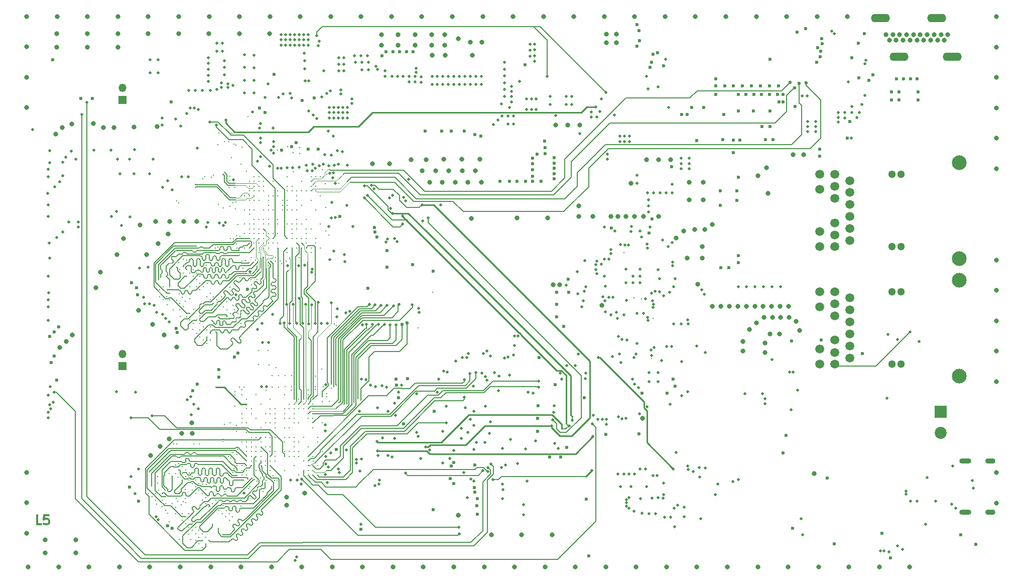
<source format=gbr>
%TF.GenerationSoftware,KiCad,Pcbnew,8.0.8*%
%TF.CreationDate,2025-02-03T01:07:06+01:00*%
%TF.ProjectId,RASBB,52415342-422e-46b6-9963-61645f706362,01*%
%TF.SameCoordinates,Original*%
%TF.FileFunction,Copper,L5,Inr*%
%TF.FilePolarity,Positive*%
%FSLAX46Y46*%
G04 Gerber Fmt 4.6, Leading zero omitted, Abs format (unit mm)*
G04 Created by KiCad (PCBNEW 8.0.8) date 2025-02-03 01:07:06*
%MOMM*%
%LPD*%
G01*
G04 APERTURE LIST*
%ADD10C,0.300000*%
%TA.AperFunction,NonConductor*%
%ADD11C,0.300000*%
%TD*%
%TA.AperFunction,ComponentPad*%
%ADD12R,1.350000X1.350000*%
%TD*%
%TA.AperFunction,ComponentPad*%
%ADD13O,1.350000X1.350000*%
%TD*%
%TA.AperFunction,ComponentPad*%
%ADD14R,2.025000X2.025000*%
%TD*%
%TA.AperFunction,ComponentPad*%
%ADD15C,2.025000*%
%TD*%
%TA.AperFunction,ComponentPad*%
%ADD16C,1.509000*%
%TD*%
%TA.AperFunction,ComponentPad*%
%ADD17C,1.300000*%
%TD*%
%TA.AperFunction,ComponentPad*%
%ADD18C,2.475000*%
%TD*%
%TA.AperFunction,ComponentPad*%
%ADD19O,2.000000X0.900000*%
%TD*%
%TA.AperFunction,ComponentPad*%
%ADD20O,1.700000X0.900000*%
%TD*%
%TA.AperFunction,ComponentPad*%
%ADD21C,0.800000*%
%TD*%
%TA.AperFunction,ComponentPad*%
%ADD22O,3.200000X1.400000*%
%TD*%
%TA.AperFunction,ViaPad*%
%ADD23C,0.600000*%
%TD*%
%TA.AperFunction,ViaPad*%
%ADD24C,0.250000*%
%TD*%
%TA.AperFunction,ViaPad*%
%ADD25C,0.800000*%
%TD*%
%TA.AperFunction,ViaPad*%
%ADD26C,0.460000*%
%TD*%
%TA.AperFunction,Conductor*%
%ADD27C,0.250000*%
%TD*%
%TA.AperFunction,Conductor*%
%ADD28C,0.200000*%
%TD*%
%TA.AperFunction,Conductor*%
%ADD29C,0.185700*%
%TD*%
%TA.AperFunction,Conductor*%
%ADD30C,0.177000*%
%TD*%
%TA.AperFunction,Conductor*%
%ADD31C,0.141000*%
%TD*%
%TA.AperFunction,Conductor*%
%ADD32C,0.100000*%
%TD*%
%TA.AperFunction,Conductor*%
%ADD33C,0.160000*%
%TD*%
%TA.AperFunction,Conductor*%
%ADD34C,0.186200*%
%TD*%
%TA.AperFunction,Conductor*%
%ADD35C,0.170000*%
%TD*%
%TA.AperFunction,Conductor*%
%ADD36C,0.142200*%
%TD*%
G04 APERTURE END LIST*
D10*
D11*
X107868796Y-122100828D02*
X107154510Y-122100828D01*
X107154510Y-122100828D02*
X107154510Y-120600828D01*
X109083082Y-120600828D02*
X108368796Y-120600828D01*
X108368796Y-120600828D02*
X108297368Y-121315114D01*
X108297368Y-121315114D02*
X108368796Y-121243685D01*
X108368796Y-121243685D02*
X108511654Y-121172257D01*
X108511654Y-121172257D02*
X108868796Y-121172257D01*
X108868796Y-121172257D02*
X109011654Y-121243685D01*
X109011654Y-121243685D02*
X109083082Y-121315114D01*
X109083082Y-121315114D02*
X109154511Y-121457971D01*
X109154511Y-121457971D02*
X109154511Y-121815114D01*
X109154511Y-121815114D02*
X109083082Y-121957971D01*
X109083082Y-121957971D02*
X109011654Y-122029400D01*
X109011654Y-122029400D02*
X108868796Y-122100828D01*
X108868796Y-122100828D02*
X108511654Y-122100828D01*
X108511654Y-122100828D02*
X108368796Y-122029400D01*
X108368796Y-122029400D02*
X108297368Y-121957971D01*
D12*
%TO.N,Net-(J18-Pin_1)*%
%TO.C,J18*%
X121550000Y-95410000D03*
D13*
%TO.N,GND*%
X121550000Y-93410000D03*
%TD*%
D14*
%TO.N,GND*%
%TO.C,J9*%
X259580000Y-103160000D03*
D15*
%TO.N,Net-(F1-Pad2)*%
X259580000Y-106660000D03*
%TD*%
D16*
%TO.N,unconnected-(J14-MDCT3-Pad1)*%
%TO.C,J14*%
X244265000Y-83930000D03*
%TO.N,unconnected-(J14-MD3--Pad2)*%
X244265000Y-85960000D03*
%TO.N,unconnected-(J14-MD3+-Pad3)*%
X244265000Y-87990001D03*
%TO.N,/Ethernet_uC/TX_P*%
X244265000Y-90020000D03*
%TO.N,/Ethernet_uC/TX_N*%
X244265000Y-92050000D03*
%TO.N,Net-(J14-MDCT2)*%
X244265000Y-94080000D03*
%TO.N,unconnected-(J14-MDCT4-Pad7)*%
X241725000Y-82910000D03*
%TO.N,unconnected-(J14-MD4+-Pad8)*%
X241725000Y-84930000D03*
%TO.N,unconnected-(J14-MD4--Pad9)*%
X241725000Y-86970000D03*
%TO.N,/Ethernet_uC/RX_N*%
X241725000Y-91050000D03*
%TO.N,/Ethernet_uC/RX_P*%
X241725000Y-93090000D03*
%TO.N,Net-(J14-MDCT1)*%
X241725000Y-95100000D03*
%TO.N,unconnected-(J14-VDC1+-Pad13)*%
X239185000Y-82910001D03*
%TO.N,unconnected-(J14-VDC1--Pad14)*%
X239185000Y-85450000D03*
%TO.N,unconnected-(J14-VDC2+-Pad15)*%
X239185000Y-92560000D03*
%TO.N,unconnected-(J14-VDC2--Pad16)*%
X239185000Y-95100000D03*
D17*
%TO.N,/Ethernet_uC/LED_GR_ETH*%
X251375000Y-82908000D03*
%TO.N,Net-(J14-GN_K)*%
X251375000Y-95102000D03*
%TO.N,/Ethernet_uC/LED_YL_ETH*%
X252845000Y-82908000D03*
%TO.N,Net-(J14-YL_K)*%
X252845000Y-95102000D03*
D18*
%TO.N,Net-(C183-Pad1)*%
X262685000Y-97070000D03*
X262685000Y-80940000D03*
%TD*%
D16*
%TO.N,Net-(J2-MDCT3)*%
%TO.C,J2*%
X244265000Y-64130500D03*
%TO.N,/Ethernet_FPGA/MDI2_N*%
X244265000Y-66160500D03*
%TO.N,/Ethernet_FPGA/MDI2_P*%
X244265000Y-68190500D03*
%TO.N,/Ethernet_FPGA/MDI1_P*%
X244265000Y-70220500D03*
%TO.N,/Ethernet_FPGA/MDI1_N*%
X244265000Y-72250500D03*
%TO.N,Net-(J2-MDCT2)*%
X244265000Y-74280500D03*
%TO.N,Net-(J2-MDCT4)*%
X241725000Y-63110500D03*
%TO.N,/Ethernet_FPGA/MDI3_P*%
X241725000Y-65130500D03*
%TO.N,/Ethernet_FPGA/MDI3_N*%
X241725000Y-67170500D03*
%TO.N,/Ethernet_FPGA/MDI0_N*%
X241725000Y-71250500D03*
%TO.N,/Ethernet_FPGA/MDI0_P*%
X241725000Y-73290500D03*
%TO.N,Net-(J2-MDCT1)*%
X241725000Y-75300500D03*
%TO.N,Net-(J2-VDC1+)*%
X239185000Y-63110500D03*
%TO.N,Net-(J2-VDC1-)*%
X239185000Y-65650500D03*
%TO.N,Net-(J2-VDC2+)*%
X239185000Y-72760500D03*
%TO.N,Net-(J2-VDC2-)*%
X239185000Y-75300500D03*
D17*
%TO.N,/Ethernet_FPGA/LED_GR_ETH*%
X251375000Y-63108500D03*
%TO.N,Net-(J2-GN_K)*%
X251375000Y-75302500D03*
%TO.N,/Ethernet_FPGA/LED_YL_ETH*%
X252845000Y-63108500D03*
%TO.N,Net-(J2-YL_K)*%
X252845000Y-75302500D03*
D18*
%TO.N,Net-(C74-Pad1)*%
X262685000Y-77270500D03*
X262685000Y-61140500D03*
%TD*%
D12*
%TO.N,Net-(J16-Pin_1)*%
%TO.C,J16*%
X121550000Y-50550000D03*
D13*
%TO.N,GND*%
X121550000Y-48550000D03*
%TD*%
D19*
%TO.N,GND*%
%TO.C,J7*%
X263740000Y-120040000D03*
D20*
X267910000Y-120040000D03*
D19*
X263740000Y-111400000D03*
D20*
X267910000Y-111400000D03*
%TD*%
D21*
%TO.N,/HDMI/HDMI_D2_P*%
%TO.C,J3*%
X260760000Y-39500000D03*
%TO.N,GND*%
X260180000Y-40500000D03*
%TO.N,/HDMI/HDMI_D2_N*%
X259600000Y-39500000D03*
%TO.N,/HDMI/HDMI_D1_P*%
X259020000Y-40500000D03*
%TO.N,GND*%
X258440000Y-39500000D03*
%TO.N,/HDMI/HDMI_D1_N*%
X257860000Y-40500000D03*
%TO.N,/HDMI/HDMI_D0_P*%
X257280000Y-39500000D03*
%TO.N,GND*%
X256700000Y-40500000D03*
%TO.N,/HDMI/HDMI_D0_N*%
X256120000Y-39500000D03*
%TO.N,/HDMI/HDMI_CLK_P*%
X255540000Y-40500000D03*
%TO.N,GND*%
X254960000Y-39500000D03*
%TO.N,/HDMI/HDMI_CLK_N*%
X254380000Y-40500000D03*
%TO.N,/HDMI/HDMI_CEC_B*%
X253800000Y-39500000D03*
%TO.N,unconnected-(J3-UTILITY-Pad14)*%
X253220000Y-40500000D03*
%TO.N,/HDMI/HDMI_SCL_B*%
X252640000Y-39500000D03*
%TO.N,/HDMI/HDMI_SDA_B*%
X252060000Y-40500000D03*
%TO.N,GND*%
X251480000Y-39500000D03*
%TO.N,/HDMI/HDMI_5V*%
X250900000Y-40500000D03*
%TO.N,/HDMI/HDMI_HPD_B*%
X250320000Y-39500000D03*
D22*
%TO.N,GND*%
X252510000Y-43250000D03*
X261510000Y-43250000D03*
X249410000Y-36750000D03*
X258910000Y-36750000D03*
%TD*%
D23*
%TO.N,/uController/ADC1_IN5*%
X199810000Y-117840000D03*
X203100000Y-106900000D03*
%TO.N,/uController/uC_DAC2_OUT2*%
X194540000Y-98580000D03*
X208700000Y-106880000D03*
%TO.N,/VDC_IN*%
X230800000Y-52400000D03*
X217600000Y-51800000D03*
X222400000Y-65900000D03*
X225400000Y-78000000D03*
X225700000Y-57300000D03*
X224600000Y-57300000D03*
X225400000Y-52400000D03*
X222400000Y-68300000D03*
X225400000Y-76800000D03*
X228000000Y-52400000D03*
X225200000Y-65900000D03*
X223800000Y-78800000D03*
X215900000Y-53000000D03*
X224600000Y-59400000D03*
X225400000Y-63600000D03*
X230800000Y-55000000D03*
X222500001Y-78800000D03*
X216800000Y-53030000D03*
X219600000Y-51800000D03*
X229400000Y-55000000D03*
X225200000Y-67500000D03*
D24*
%TO.N,GND*%
X143975000Y-77525000D03*
D25*
X125650000Y-76650000D03*
D26*
X195050000Y-109300000D03*
X187650000Y-91950000D03*
X109050000Y-80250000D03*
X164600000Y-45400000D03*
X212850000Y-115100000D03*
D23*
X194400000Y-61187500D03*
D26*
X154300000Y-53700000D03*
X176531000Y-47900000D03*
D23*
X243850000Y-57000000D03*
D26*
X127300000Y-86371178D03*
D25*
X162047000Y-129250000D03*
D26*
X152891500Y-39500000D03*
D25*
X130700000Y-92200000D03*
D26*
X209800000Y-84050000D03*
X169900000Y-47500000D03*
X109000000Y-68200000D03*
X137450000Y-41000000D03*
D25*
X268950000Y-57008000D03*
D24*
X130700000Y-108500000D03*
X141020000Y-86523747D03*
X149350000Y-69080000D03*
D26*
X120500000Y-69300000D03*
D25*
X268950000Y-98024000D03*
X268950000Y-46754000D03*
D26*
X206100000Y-113600000D03*
D24*
X151400000Y-58600000D03*
D26*
X155200000Y-50000000D03*
X180239000Y-46550000D03*
X206507900Y-81375000D03*
X182093000Y-47900000D03*
X177458000Y-47900000D03*
X214300000Y-66200000D03*
X161900000Y-44200000D03*
D25*
X110527000Y-36450000D03*
D23*
X233000000Y-49600000D03*
D26*
X112500000Y-71100000D03*
X149065250Y-39500000D03*
D25*
X192559000Y-36450000D03*
D24*
X144550000Y-63480000D03*
X150150000Y-65080000D03*
D26*
X183050000Y-97800000D03*
X174629999Y-99819999D03*
D25*
X115654000Y-36450000D03*
D26*
X186000000Y-46483332D03*
D24*
X134627523Y-90483545D03*
D26*
X196373000Y-51300000D03*
X245400000Y-53500000D03*
D24*
X141490000Y-119020000D03*
D26*
X205500000Y-115700000D03*
D25*
X232473000Y-85300000D03*
D24*
X146150000Y-70680000D03*
D26*
X149830500Y-41300000D03*
D24*
X146950000Y-69080000D03*
D25*
X117800000Y-79600000D03*
D26*
X210024258Y-102271470D03*
D24*
X132190000Y-118480000D03*
D26*
X197300000Y-49950000D03*
D25*
X226200000Y-92900000D03*
D26*
X161900000Y-45500000D03*
D23*
X170475000Y-78300000D03*
D26*
X244500000Y-57000000D03*
D25*
X216800000Y-77200000D03*
D24*
X128404983Y-81998264D03*
D26*
X132600000Y-63500000D03*
D24*
X145680000Y-109020000D03*
D26*
X178385000Y-46550000D03*
X202050000Y-52500000D03*
X190300000Y-43200000D03*
D25*
X195300000Y-81700000D03*
D26*
X160390000Y-71840150D03*
D25*
X234008000Y-87200000D03*
D26*
X209900000Y-115700000D03*
D24*
X141375000Y-80525000D03*
X136324579Y-83129634D03*
D26*
X193650000Y-49950000D03*
X156400000Y-53600000D03*
X217175000Y-61252000D03*
X189800000Y-114800000D03*
X180780000Y-114830000D03*
X127600000Y-121350000D03*
D25*
X230200000Y-62000000D03*
D26*
X156300000Y-55800000D03*
D23*
X208780006Y-40569994D03*
D24*
X157250000Y-88300000D03*
D25*
X128600000Y-90200000D03*
X233575000Y-36450000D03*
X105400000Y-46704000D03*
D26*
X214474103Y-82075000D03*
X138377000Y-41000000D03*
X190525000Y-52115192D03*
X131330000Y-54910000D03*
D24*
X144550000Y-72280000D03*
X144880000Y-105820000D03*
D26*
X205100000Y-113600000D03*
X211000000Y-113900000D03*
D25*
X214900000Y-73800000D03*
D26*
X158000000Y-43400000D03*
X211900000Y-98050000D03*
X186000000Y-44200000D03*
X255550000Y-118150000D03*
X215825000Y-60325000D03*
D23*
X109300000Y-90400000D03*
D25*
X123500000Y-55100000D03*
D24*
X140025000Y-56104700D03*
D26*
X106400000Y-55550000D03*
X178385000Y-47900000D03*
D25*
X268950000Y-62135000D03*
D23*
X172600000Y-55800000D03*
X152900000Y-58800000D03*
D26*
X125900000Y-78700000D03*
X237150000Y-55890000D03*
D25*
X236400000Y-59800000D03*
D23*
X175399998Y-55800000D03*
D26*
X158970000Y-76620000D03*
D25*
X226200000Y-91300000D03*
D23*
X232000000Y-49600000D03*
D25*
X112100000Y-91300000D03*
D26*
X210793193Y-83179601D03*
D24*
X150320000Y-62670000D03*
D25*
X228700000Y-63300000D03*
X268950000Y-87770000D03*
D26*
X152126250Y-41300000D03*
D23*
X140400000Y-93900000D03*
D25*
X105400000Y-41577000D03*
D26*
X252300000Y-90925000D03*
X179312000Y-46550000D03*
X113700000Y-60500000D03*
D24*
X134451926Y-115197234D03*
D26*
X150595750Y-40400000D03*
X257000000Y-122100000D03*
X200650000Y-52550000D03*
X203350000Y-60550000D03*
D23*
X199407000Y-100750000D03*
D25*
X188900000Y-123900000D03*
D24*
X148550000Y-69080000D03*
X140850000Y-110300000D03*
X127500000Y-115100000D03*
D26*
X151361000Y-39500000D03*
X158900000Y-45600000D03*
X207670000Y-81392100D03*
X129900000Y-65700000D03*
D25*
X230800000Y-90000000D03*
D23*
X228040000Y-49600000D03*
X245700000Y-41000000D03*
D26*
X211204990Y-92248001D03*
D24*
X154150000Y-69080000D03*
D26*
X133650000Y-51900000D03*
X111000000Y-64300000D03*
X159040000Y-77780000D03*
D25*
X222484000Y-85300000D03*
D24*
X130200000Y-108500000D03*
D26*
X157100000Y-56600000D03*
X108950000Y-66250000D03*
X123600000Y-58900000D03*
X261450000Y-118700000D03*
D24*
X142440000Y-62570000D03*
D25*
X231046000Y-85300000D03*
D26*
X203350000Y-59700000D03*
D24*
X148550000Y-67480000D03*
D26*
X148300000Y-39500000D03*
D24*
X153680000Y-105820000D03*
D25*
X177428000Y-129250000D03*
D24*
X150150000Y-72280000D03*
X146950000Y-73080000D03*
D26*
X261550000Y-112300000D03*
X244000000Y-47530000D03*
D24*
X128404983Y-84261005D03*
D26*
X112000000Y-60200000D03*
X231150000Y-94350000D03*
X186000000Y-49908330D03*
D25*
X133200000Y-105000000D03*
X238952000Y-129250000D03*
D26*
X168854000Y-46600000D03*
X151361000Y-40400000D03*
D25*
X110300000Y-56300000D03*
D26*
X171200000Y-106600000D03*
X157930500Y-52700000D03*
X120700000Y-60500000D03*
D24*
X135010000Y-116940000D03*
D26*
X189725000Y-50365192D03*
X209800000Y-112800000D03*
X163000000Y-45500000D03*
D25*
X218194000Y-36450000D03*
D24*
X151300000Y-113810000D03*
D23*
X208360000Y-41440000D03*
D24*
X152880000Y-109020000D03*
D26*
X168600000Y-98600000D03*
X254450000Y-118200000D03*
D25*
X268950000Y-51881000D03*
D24*
X143750000Y-74680000D03*
D23*
X244250000Y-54150000D03*
D26*
X235400000Y-99500000D03*
X186850000Y-51850000D03*
D25*
X115904000Y-129250000D03*
D26*
X258750000Y-118150000D03*
D25*
X131900000Y-71000000D03*
D26*
X163000000Y-44200000D03*
D25*
X182305000Y-36450000D03*
D26*
X122700000Y-60500000D03*
X207000000Y-113600000D03*
X187477000Y-54600000D03*
X134300000Y-52150000D03*
D25*
X131285000Y-129250000D03*
D26*
X207050000Y-56600000D03*
X208300000Y-64600000D03*
X109150000Y-74700000D03*
X162000000Y-88500000D03*
X126100000Y-63000000D03*
D25*
X120781000Y-36450000D03*
D26*
X156400000Y-51800000D03*
X199300000Y-84400000D03*
X110500000Y-73700000D03*
D24*
X152880000Y-100220000D03*
D26*
X109050000Y-62250000D03*
D25*
X223911000Y-85300000D03*
D24*
X153680000Y-104220000D03*
D26*
X238450000Y-54190000D03*
D25*
X268950000Y-92897000D03*
D26*
X153700000Y-53100000D03*
X201400000Y-79125000D03*
D24*
X132693692Y-123743693D03*
D26*
X149065250Y-40400000D03*
D24*
X155120000Y-95950000D03*
D26*
X210000000Y-74875000D03*
X210300000Y-68400000D03*
D24*
X149680000Y-101820000D03*
D26*
X119600000Y-59000000D03*
D24*
X135758894Y-91614915D03*
D26*
X179312000Y-47900000D03*
D25*
X213067000Y-36450000D03*
D24*
X141350000Y-73575000D03*
D25*
X124300000Y-86000000D03*
X127400000Y-55000000D03*
D26*
X196373000Y-49950000D03*
X208800000Y-112800000D03*
X158900000Y-43400000D03*
X212975000Y-120875000D03*
X175604000Y-46550000D03*
X167927000Y-46600000D03*
X208793000Y-103450000D03*
D23*
X168925000Y-105175000D03*
D26*
X216900000Y-99750000D03*
D23*
X208325000Y-37800000D03*
D26*
X214175000Y-92075000D03*
D23*
X110000000Y-93700000D03*
D26*
X137890000Y-71310000D03*
D24*
X140670000Y-67740000D03*
D25*
X229900000Y-91500000D03*
D26*
X210900000Y-117650000D03*
D25*
X166924000Y-36450000D03*
D24*
X150480000Y-104220000D03*
D26*
X111500000Y-63300000D03*
D24*
X150150000Y-73880000D03*
D26*
X214300000Y-74600000D03*
D24*
X132100000Y-117800000D03*
D25*
X182555000Y-129250000D03*
X105650000Y-129250000D03*
D24*
X149400000Y-58400000D03*
D26*
X168100000Y-99800000D03*
D25*
X113000000Y-54600000D03*
D24*
X149350000Y-71480000D03*
D26*
X214300000Y-64800000D03*
X152975000Y-47300000D03*
X193650000Y-51300000D03*
X207050000Y-57550000D03*
D23*
X226142855Y-48200000D03*
D26*
X125300000Y-84900000D03*
D25*
X111400000Y-55200000D03*
X121031000Y-129250000D03*
D26*
X213250000Y-66200000D03*
D25*
X243829000Y-36450000D03*
D24*
X153350000Y-63480000D03*
D26*
X208900000Y-117800000D03*
D25*
X268950000Y-41627000D03*
X226765000Y-85300000D03*
D24*
X152080000Y-111420000D03*
X155210000Y-101420000D03*
X151350000Y-77100000D03*
D25*
X232400000Y-90000000D03*
D26*
X156000000Y-49400000D03*
D24*
X150950000Y-67480000D03*
D26*
X209425000Y-86500000D03*
D25*
X146416000Y-36450000D03*
X152300000Y-116800000D03*
D26*
X208832100Y-80230000D03*
D23*
X192850000Y-59600000D03*
X232975000Y-50900000D03*
X224628570Y-48200000D03*
D26*
X145600000Y-50150000D03*
X123000000Y-114000000D03*
D25*
X213317000Y-129250000D03*
X192809000Y-129250000D03*
D24*
X150000000Y-99450000D03*
X133886240Y-124813887D03*
X150480000Y-108220000D03*
X132754869Y-114631549D03*
X127663700Y-116328606D03*
D26*
X152891500Y-41300000D03*
X213900000Y-101850000D03*
D25*
X194027000Y-123900000D03*
D24*
X131800000Y-77350000D03*
D25*
X218444000Y-129250000D03*
X233900000Y-85300000D03*
D23*
X166175000Y-78750000D03*
D26*
X128280000Y-53580000D03*
D24*
X131800000Y-118300000D03*
D25*
X136162000Y-36450000D03*
D26*
X124300000Y-112800000D03*
X158900000Y-44500000D03*
X250625000Y-90100000D03*
D24*
X126532329Y-117459976D03*
X143350000Y-81730000D03*
D25*
X244079000Y-129250000D03*
X203063000Y-129250000D03*
D26*
X153000000Y-52400000D03*
D25*
X156920000Y-129250000D03*
D26*
X205450000Y-56600000D03*
D24*
X155780000Y-64670000D03*
D26*
X138200000Y-47700000D03*
D25*
X129400000Y-107700000D03*
D26*
X207900000Y-113600000D03*
D23*
X147130000Y-46260000D03*
D26*
X140150000Y-48125000D03*
D23*
X234400000Y-91200000D03*
D26*
X210300000Y-69400000D03*
D24*
X132890500Y-84110000D03*
D26*
X109250000Y-61100000D03*
X210300000Y-67400000D03*
X152126250Y-40400000D03*
D23*
X192750000Y-57500000D03*
D26*
X211150000Y-66200000D03*
X214350000Y-77900000D03*
D24*
X147750000Y-71480000D03*
D25*
X146666000Y-129250000D03*
X129500000Y-71000000D03*
D26*
X131500000Y-63500000D03*
X138377000Y-42350000D03*
D25*
X126600000Y-88400000D03*
X117100000Y-82200000D03*
D26*
X228254000Y-82000000D03*
D23*
X244600000Y-43400000D03*
D26*
X182800000Y-97200000D03*
X208150000Y-93400000D03*
D23*
X231300000Y-57200000D03*
D26*
X188500000Y-47400000D03*
D24*
X141670000Y-58490000D03*
D26*
X242300000Y-53500000D03*
D24*
X142480000Y-105020000D03*
D26*
X148300000Y-41300000D03*
X214800000Y-80712000D03*
D25*
X223321000Y-36450000D03*
X151543000Y-36450000D03*
D26*
X160200000Y-50400000D03*
X191050000Y-41150000D03*
X200650000Y-53450000D03*
D23*
X229360000Y-49600000D03*
D26*
X170900000Y-46600000D03*
X149830500Y-39500000D03*
X126900000Y-85200000D03*
X231108000Y-82000000D03*
D25*
X218600000Y-81600000D03*
D26*
X225400000Y-82000000D03*
D25*
X126300000Y-110500000D03*
D24*
X147900000Y-97000000D03*
X151750000Y-68280000D03*
D26*
X187200000Y-49116666D03*
X242300000Y-52700000D03*
X171100000Y-45900000D03*
D25*
X227300000Y-89200000D03*
D24*
X149000000Y-97050000D03*
D26*
X160200000Y-51100000D03*
X191050000Y-43050000D03*
X168950000Y-66950000D03*
X150595750Y-41300000D03*
D25*
X268950000Y-113405000D03*
X221057000Y-85300000D03*
D26*
X210100000Y-66200000D03*
D24*
X142772225Y-116038293D03*
D26*
X158695750Y-52700000D03*
X128300000Y-65300000D03*
X109050000Y-70200000D03*
X135684983Y-71984983D03*
D24*
X142725000Y-53350000D03*
D25*
X105400000Y-51831000D03*
D26*
X216250000Y-119225000D03*
D24*
X132930467Y-79735521D03*
D23*
X192850000Y-58600000D03*
D26*
X237150000Y-54190000D03*
D24*
X138840000Y-116600000D03*
X154480000Y-112220000D03*
D26*
X116700000Y-59000000D03*
D25*
X149200000Y-117500000D03*
D23*
X226720000Y-49600000D03*
D26*
X109000000Y-104100000D03*
X173750000Y-46550000D03*
D23*
X181000000Y-56400000D03*
D25*
X105400000Y-118482000D03*
D26*
X204850000Y-86350000D03*
X262100000Y-119400000D03*
D24*
X133886240Y-115762920D03*
D26*
X157930500Y-51800000D03*
X152275000Y-45250000D03*
D25*
X118300000Y-55200000D03*
D24*
X134627523Y-81432578D03*
D26*
X246750000Y-49750000D03*
D24*
X148880000Y-104220000D03*
D26*
X138700000Y-45050000D03*
D24*
X144080000Y-100220000D03*
D23*
X194400000Y-62075000D03*
D26*
X124400000Y-78900000D03*
X149065250Y-41300000D03*
X149830500Y-40400000D03*
X238450000Y-55890000D03*
X151361000Y-41300000D03*
X152126250Y-39500000D03*
X114100000Y-72000000D03*
D25*
X229900000Y-93100000D03*
D23*
X164475000Y-73650000D03*
D24*
X146480000Y-101020000D03*
D26*
X201600000Y-53450000D03*
D23*
X230685710Y-48200000D03*
D25*
X233825000Y-129250000D03*
D26*
X138200000Y-48400000D03*
X206507900Y-79067900D03*
D25*
X219300000Y-77200000D03*
D24*
X133886240Y-114631549D03*
D26*
X190300000Y-41150000D03*
D24*
X131057813Y-111803122D03*
D26*
X186000000Y-45341666D03*
D25*
X235800000Y-89400000D03*
D26*
X165800000Y-45600000D03*
D25*
X232581000Y-87200000D03*
D26*
X210200000Y-87700000D03*
D24*
X149680000Y-107420000D03*
X143750000Y-69080000D03*
D23*
X229171425Y-48200000D03*
D26*
X229681000Y-82000000D03*
X215825000Y-62179000D03*
D24*
X143325000Y-77125000D03*
D25*
X216200000Y-72600000D03*
D23*
X232300000Y-50900000D03*
D26*
X210350000Y-96550000D03*
X109300000Y-59100000D03*
X211900000Y-96550000D03*
X190300000Y-42175000D03*
D23*
X221600000Y-47000000D03*
D24*
X151280000Y-110620000D03*
X148880000Y-109820000D03*
D26*
X215825000Y-61252000D03*
D25*
X194200000Y-81700000D03*
D23*
X154600000Y-58800000D03*
D24*
X129053042Y-85046958D03*
D26*
X190525000Y-50365192D03*
X123500000Y-63000000D03*
D25*
X120600000Y-76600000D03*
D24*
X148880000Y-113020000D03*
D26*
X215900000Y-94650000D03*
D25*
X124500000Y-71600000D03*
D26*
X206250000Y-57550000D03*
D24*
X154050000Y-97100000D03*
X150100000Y-97050000D03*
D25*
X221000000Y-71500000D03*
X193227000Y-70400000D03*
X129250000Y-73150000D03*
D23*
X221600000Y-49600000D03*
D25*
X133300000Y-106800000D03*
D26*
X213975000Y-120900000D03*
D24*
X144080000Y-109020000D03*
D23*
X225400000Y-49600000D03*
D26*
X159461000Y-51800000D03*
X169900000Y-46600000D03*
D23*
X211000000Y-42800000D03*
D26*
X138700000Y-46350000D03*
D25*
X228448000Y-36450000D03*
X229727000Y-87200000D03*
D26*
X128850000Y-87350000D03*
D23*
X227657140Y-48200000D03*
D25*
X228192000Y-85300000D03*
D26*
X212750000Y-117650000D03*
X121400000Y-71700000D03*
X143475000Y-52600000D03*
X226827000Y-82000000D03*
X186000000Y-48766664D03*
X183400000Y-106800000D03*
D24*
X133600000Y-108500000D03*
D26*
X213350000Y-92075000D03*
D25*
X177178000Y-36450000D03*
D24*
X145280000Y-116550000D03*
X147280000Y-105820000D03*
X140490000Y-65290000D03*
D26*
X194450000Y-108450000D03*
D25*
X105400000Y-113355000D03*
D26*
X148300000Y-40400000D03*
X161590000Y-113150000D03*
X158695750Y-53600000D03*
D25*
X134100000Y-71000000D03*
D26*
X111500000Y-61000000D03*
D25*
X228500000Y-88100000D03*
D23*
X230000000Y-57200000D03*
D25*
X178200000Y-120600000D03*
X187682000Y-129250000D03*
D26*
X181166000Y-46550000D03*
D24*
X142480000Y-113820000D03*
D26*
X127200000Y-120800000D03*
X211880000Y-48380000D03*
D24*
X149680000Y-110620000D03*
X152550000Y-74680000D03*
D25*
X183773000Y-123900000D03*
D26*
X184900000Y-53950000D03*
D24*
X137260000Y-118040000D03*
D25*
X219800000Y-72400000D03*
D24*
X171410000Y-88990000D03*
D26*
X140300000Y-64000000D03*
D23*
X208650004Y-38889998D03*
D26*
X205500000Y-74930000D03*
D23*
X166150000Y-75929850D03*
D26*
X161800000Y-122100000D03*
D25*
X136412000Y-129250000D03*
D24*
X135661252Y-78361615D03*
D25*
X254333000Y-129250000D03*
D24*
X145350000Y-69080000D03*
D26*
X135970000Y-71230000D03*
X186550000Y-53250000D03*
D25*
X234700000Y-59800000D03*
D26*
X229900000Y-100950000D03*
X197300000Y-51300000D03*
X109100000Y-83050000D03*
X187200000Y-49983332D03*
D24*
X153350000Y-72280000D03*
X146800000Y-97000000D03*
D26*
X219850000Y-112600000D03*
X155470000Y-45630000D03*
D23*
X223114285Y-48200000D03*
D26*
X243400000Y-53600000D03*
D24*
X154950000Y-75480000D03*
X150480000Y-109820000D03*
D26*
X109050000Y-63500000D03*
D23*
X211800000Y-42600000D03*
D24*
X157600000Y-88550000D03*
D26*
X179150000Y-113400000D03*
D25*
X223571000Y-129250000D03*
D24*
X134627523Y-80301207D03*
D26*
X187200000Y-48250000D03*
D25*
X268950000Y-118532000D03*
D26*
X109000000Y-84200000D03*
X160800000Y-44200000D03*
X175200000Y-68200000D03*
X158000000Y-45600000D03*
D24*
X146480000Y-109820000D03*
D26*
X244550000Y-51650000D03*
D25*
X110777000Y-129250000D03*
D26*
X167000000Y-46600000D03*
D24*
X141680000Y-108220000D03*
X131623498Y-121419774D03*
D26*
X217175000Y-60325000D03*
D24*
X145680000Y-107420000D03*
D26*
X128260000Y-54750000D03*
D24*
X149350000Y-76280000D03*
X139670000Y-82150000D03*
D26*
X114100000Y-71100000D03*
D23*
X179197500Y-55802500D03*
X141000000Y-93200000D03*
D26*
X206250000Y-56600000D03*
X112900000Y-59200000D03*
X199700000Y-82000000D03*
D24*
X151280000Y-105020000D03*
D23*
X232200000Y-48200000D03*
D25*
X105400000Y-123609000D03*
X218100000Y-72400000D03*
D26*
X180239000Y-47900000D03*
X152891500Y-40400000D03*
X210500000Y-72000000D03*
D25*
X208190000Y-129250000D03*
D24*
X139500000Y-65300000D03*
D25*
X238702000Y-36450000D03*
D23*
X221600000Y-48200000D03*
X110800000Y-88850000D03*
D25*
X235200000Y-87900000D03*
D26*
X111500000Y-72800000D03*
D23*
X137800000Y-96000000D03*
D26*
X219850000Y-93100000D03*
D24*
X129140000Y-120190000D03*
D26*
X158000000Y-44500000D03*
X158695750Y-51800000D03*
X245800000Y-52700000D03*
X198300000Y-83200000D03*
X175604000Y-47900000D03*
D25*
X172051000Y-36450000D03*
X187432000Y-36450000D03*
D24*
X142040000Y-98950000D03*
D23*
X230680000Y-49600000D03*
D25*
X268950000Y-36500000D03*
D24*
X143280000Y-102620000D03*
D25*
X120100000Y-55200000D03*
D24*
X138200000Y-83750000D03*
X140140000Y-85130000D03*
D26*
X217850000Y-113200000D03*
X167600000Y-103700000D03*
D24*
X131090000Y-124620000D03*
D26*
X119700000Y-70200000D03*
D25*
X188100000Y-70400000D03*
D26*
X203000000Y-86300000D03*
D23*
X194400000Y-62962500D03*
D26*
X110100000Y-65200000D03*
D24*
X140108779Y-120854089D03*
D25*
X127100000Y-71000000D03*
D26*
X156400000Y-52700000D03*
D24*
X151400000Y-59600000D03*
D26*
X202350000Y-50350000D03*
X159461000Y-53600000D03*
X171900000Y-46650000D03*
X246250000Y-51300000D03*
X204500000Y-53050000D03*
D24*
X150300000Y-59400000D03*
D26*
X195390000Y-96640000D03*
X157165250Y-51800000D03*
X167400000Y-101700000D03*
X208832100Y-79067900D03*
D25*
X116600000Y-54500000D03*
D26*
X243400000Y-52700000D03*
D25*
X202813000Y-36450000D03*
D24*
X137700000Y-68125000D03*
D25*
X111000000Y-92300000D03*
X105400000Y-36450000D03*
D24*
X132400000Y-77550000D03*
X147750000Y-70680000D03*
X146150000Y-68280000D03*
X155860000Y-72630000D03*
X137825000Y-56104700D03*
D25*
X207940000Y-36450000D03*
D26*
X211900000Y-117575000D03*
D25*
X126158000Y-129250000D03*
D26*
X207300000Y-115700000D03*
D25*
X161797000Y-36450000D03*
D26*
X212650000Y-74150000D03*
X157930500Y-53600000D03*
X190000000Y-99800000D03*
X237150000Y-55040000D03*
X121100000Y-63000000D03*
D25*
X229619000Y-85300000D03*
X219300000Y-75300000D03*
D26*
X207670000Y-80230000D03*
D25*
X125908000Y-36450000D03*
D26*
X179700000Y-117600000D03*
D25*
X225338000Y-85300000D03*
X230400000Y-66300000D03*
D26*
X191050000Y-44000000D03*
X152300000Y-43975000D03*
D24*
X145680000Y-103420000D03*
D26*
X210350000Y-98050000D03*
D24*
X155280000Y-109820000D03*
D23*
X239200000Y-43300000D03*
D24*
X207850000Y-83900000D03*
D23*
X194400000Y-60300000D03*
D25*
X268950000Y-77516000D03*
D26*
X186000000Y-47624998D03*
X177458000Y-46550000D03*
D24*
X132364781Y-87089432D03*
D26*
X210100000Y-87200000D03*
D24*
X152080000Y-102620000D03*
X132189184Y-114065863D03*
D23*
X177000000Y-55800000D03*
D26*
X157165250Y-53600000D03*
D24*
X146150000Y-75480000D03*
X133496152Y-80301207D03*
X144270000Y-80810000D03*
D23*
X182000000Y-56600000D03*
D26*
X189725000Y-52115192D03*
D24*
X150950000Y-71480000D03*
D25*
X172301000Y-129250000D03*
D26*
X219050000Y-121150000D03*
X182093000Y-46550000D03*
D24*
X130102039Y-85958062D03*
D26*
X109300000Y-77200000D03*
X144300000Y-60900000D03*
X174677000Y-46550000D03*
D25*
X180400000Y-70500000D03*
D26*
X130540000Y-53720000D03*
D25*
X141289000Y-36450000D03*
D26*
X150595750Y-39500000D03*
X159461000Y-52700000D03*
D24*
X151750000Y-73880000D03*
D23*
X168100000Y-100750000D03*
D26*
X164000000Y-65500000D03*
X190800000Y-100000000D03*
X126700000Y-60500000D03*
D25*
X127900000Y-109000000D03*
D26*
X165800000Y-46550000D03*
D25*
X121700000Y-73900000D03*
D26*
X180300000Y-114500000D03*
X109000000Y-87700000D03*
X146100000Y-47850000D03*
X164300000Y-44900000D03*
X174900000Y-97600000D03*
X129200000Y-64200000D03*
D24*
X134500000Y-108500000D03*
D26*
X122800000Y-70300000D03*
D24*
X138580000Y-68780000D03*
D25*
X268950000Y-82643000D03*
D24*
X146950000Y-64280000D03*
D26*
X238450000Y-55040000D03*
X109050000Y-100350000D03*
D24*
X143280000Y-111420000D03*
D26*
X212850000Y-83600000D03*
X244600000Y-52700000D03*
X232535000Y-82000000D03*
X109050000Y-85450000D03*
D24*
X147280000Y-105020000D03*
D25*
X231154000Y-87200000D03*
D24*
X127500000Y-114000000D03*
D25*
X131500000Y-106800000D03*
D24*
X154150000Y-74680000D03*
D26*
X181166000Y-47900000D03*
D24*
X135017611Y-125945257D03*
X143750000Y-65880000D03*
X152550000Y-65880000D03*
D23*
X109500000Y-94800000D03*
D24*
X142150000Y-71480000D03*
X133400000Y-89250000D03*
D25*
X141539000Y-129250000D03*
X156670000Y-36450000D03*
D24*
X146150000Y-66680000D03*
D26*
X213640000Y-51830000D03*
X242300000Y-54300000D03*
D24*
X145680000Y-105020000D03*
X139049208Y-119819208D03*
D26*
X199000000Y-85400000D03*
X205450000Y-57550000D03*
X211700000Y-113900000D03*
D25*
X197686000Y-36450000D03*
D26*
X218400000Y-92000000D03*
X208325000Y-86500000D03*
X138700000Y-43900000D03*
X212850000Y-117050000D03*
X191050000Y-42100000D03*
D24*
X131623498Y-112368807D03*
D26*
X203950000Y-86750000D03*
D24*
X154950000Y-66680000D03*
D23*
X110050000Y-89650000D03*
D26*
X216250000Y-120850000D03*
D25*
X167174000Y-129250000D03*
D24*
X129400000Y-113500000D03*
D23*
X167750000Y-98600000D03*
D26*
X196400000Y-81800000D03*
X171100000Y-45200000D03*
X133000000Y-51900000D03*
X170900000Y-47500000D03*
D25*
X131035000Y-36450000D03*
D26*
X176531000Y-46550000D03*
X215850000Y-100400000D03*
D25*
X149200000Y-118900000D03*
D23*
X239125000Y-60000000D03*
D26*
X187477000Y-53250000D03*
D24*
X147280000Y-103420000D03*
D26*
X173750000Y-47900000D03*
X185550000Y-53250000D03*
X171900000Y-47550000D03*
D25*
X197936000Y-129250000D03*
D26*
X191325000Y-50365192D03*
X187200000Y-50850000D03*
D24*
X149350000Y-65080000D03*
D26*
X186550000Y-54600000D03*
X174677000Y-47900000D03*
D25*
X127550000Y-74750000D03*
D26*
X154718200Y-40600000D03*
D24*
X152900000Y-99450000D03*
D25*
X249206000Y-129250000D03*
X113100000Y-90200000D03*
D26*
X208832100Y-81392100D03*
D24*
X128229385Y-119157033D03*
X141680000Y-99420000D03*
D26*
X152400000Y-47300000D03*
X157165250Y-52700000D03*
X208300000Y-63200000D03*
X214350000Y-78450000D03*
D24*
X148880000Y-107420000D03*
D26*
X191325000Y-52115192D03*
X185450000Y-51200000D03*
X212200000Y-66200000D03*
D25*
X151793000Y-129250000D03*
D24*
X127322804Y-118702804D03*
D25*
X228698000Y-129250000D03*
D24*
X147280000Y-107420000D03*
D23*
X194400000Y-63850000D03*
D24*
X147700000Y-59000000D03*
X145680000Y-112220000D03*
D26*
X184150000Y-54700000D03*
D24*
X140500000Y-102220000D03*
D26*
X217175000Y-62179000D03*
X137450000Y-42350000D03*
D23*
%TO.N,Net-(IC1-BOOT)*%
X235000000Y-51600000D03*
%TO.N,/POWER/12.8V*%
X239125000Y-58800000D03*
X230750000Y-43725000D03*
%TO.N,+12V*%
X253300000Y-47000000D03*
D25*
X196650000Y-54800000D03*
D23*
X153910000Y-50200000D03*
D25*
X198700000Y-54800000D03*
X182200000Y-40800000D03*
D26*
X143700000Y-47223000D03*
D23*
X167150000Y-42400004D03*
D25*
X178200000Y-40200000D03*
X173800000Y-43000000D03*
D23*
X255750000Y-49200000D03*
X214200000Y-61800000D03*
X252500000Y-49200000D03*
D25*
X176000000Y-43000000D03*
D23*
X170600000Y-42400004D03*
D25*
X165200000Y-41300000D03*
D26*
X158350000Y-48850000D03*
D23*
X252100000Y-47000000D03*
D25*
X180600000Y-43000000D03*
D26*
X158400000Y-49500000D03*
D25*
X165200000Y-39500000D03*
X211950000Y-60600000D03*
D23*
X255750000Y-50500000D03*
X251300000Y-50500000D03*
D26*
X142100000Y-49331000D03*
D25*
X168050000Y-39500000D03*
D26*
X143700000Y-42969000D03*
X142100000Y-45077000D03*
D25*
X173700000Y-39500000D03*
X173700000Y-41300000D03*
D26*
X198700000Y-56200000D03*
D23*
X210500000Y-45000000D03*
D25*
X180200000Y-40800000D03*
D26*
X160700000Y-43100000D03*
D25*
X214000000Y-60600000D03*
X175900000Y-41300000D03*
D23*
X255600000Y-47000000D03*
X166000000Y-42400000D03*
D26*
X213200000Y-43700000D03*
X162900000Y-43100000D03*
X161800000Y-43100000D03*
D25*
X170900000Y-39500000D03*
D26*
X142100000Y-42950000D03*
D23*
X254500000Y-47000000D03*
X210800000Y-44200000D03*
D26*
X194600000Y-53150000D03*
X142100000Y-47204000D03*
D25*
X170900000Y-41300000D03*
D23*
X252500000Y-50500000D03*
X251300000Y-49200000D03*
D25*
X168050000Y-41300000D03*
X194600000Y-54800000D03*
X175900000Y-39500000D03*
D23*
X165300000Y-43100000D03*
D26*
X143700000Y-45096000D03*
D23*
X168300000Y-42400004D03*
X169450000Y-42400004D03*
D25*
X209900000Y-60600000D03*
D23*
X212800000Y-44800000D03*
D26*
X143700000Y-49350000D03*
%TO.N,Net-(U3B-VDD)*%
X152200000Y-42700000D03*
X156600000Y-49000000D03*
%TO.N,/POWER/PGOOD_3V3*%
X201400000Y-51700000D03*
X138975000Y-53925000D03*
%TO.N,Net-(U4-BST)*%
X210160000Y-48710000D03*
%TO.N,Net-(U4-SW)*%
X209960000Y-46530000D03*
%TO.N,Net-(IC3-SW)*%
X127600000Y-46000000D03*
X126200000Y-46000000D03*
X139350000Y-48450000D03*
X127600000Y-43800000D03*
X132400000Y-52800000D03*
X139350000Y-47800000D03*
X126200000Y-43800000D03*
D25*
%TO.N,+1V0*%
X178850000Y-62500000D03*
X172733334Y-60600000D03*
X175766667Y-60500000D03*
X179800000Y-64400000D03*
D24*
X150150000Y-69080000D03*
D26*
X146600000Y-59000000D03*
D24*
X150150000Y-73080000D03*
D26*
X144800000Y-54500000D03*
X147000000Y-59500000D03*
X145870000Y-98900000D03*
D24*
X149680000Y-104220000D03*
D26*
X153530000Y-79060000D03*
X149360000Y-61940000D03*
D24*
X146300000Y-95220000D03*
D26*
X144800000Y-57700000D03*
D24*
X147750000Y-73080000D03*
X147890000Y-99010000D03*
X148550000Y-68280000D03*
D25*
X176600000Y-62500000D03*
D24*
X150090000Y-98890000D03*
X146480000Y-109020000D03*
D26*
X148310000Y-62090000D03*
X155775000Y-105325000D03*
D25*
X181833334Y-60500000D03*
D26*
X144800000Y-60120000D03*
D25*
X163700000Y-61300000D03*
D26*
X147000000Y-58400000D03*
X146950000Y-55250000D03*
X151700000Y-115350000D03*
X153470000Y-79620000D03*
D24*
X148990000Y-98890000D03*
D25*
X175500000Y-64400000D03*
X182100000Y-64400000D03*
D24*
X144480000Y-92800000D03*
D25*
X181100000Y-62500000D03*
D26*
X155790000Y-106360000D03*
X147750000Y-62075000D03*
X149900000Y-114600000D03*
D25*
X174350000Y-62500000D03*
D24*
X146480000Y-105020000D03*
X146480000Y-103420000D03*
D25*
X172100000Y-62500000D03*
D24*
X146150000Y-71480000D03*
D26*
X154600000Y-41400000D03*
D24*
X149350000Y-67480000D03*
D26*
X152250000Y-78430000D03*
D24*
X147280000Y-109820000D03*
X146110000Y-92800000D03*
D26*
X145020000Y-98870000D03*
D25*
X170200000Y-60600000D03*
D26*
X159390000Y-68290000D03*
D25*
X173400000Y-64400000D03*
X177700000Y-64400000D03*
D26*
X151240000Y-78480000D03*
D24*
X150150000Y-71480000D03*
D25*
X178800000Y-60500000D03*
D26*
X145200000Y-91400000D03*
D24*
X146790000Y-99010000D03*
D26*
X144700000Y-55300000D03*
D24*
X147280000Y-104220000D03*
D25*
X166600000Y-61300000D03*
D24*
X146150000Y-73080000D03*
X146150000Y-67480000D03*
X149680000Y-109820000D03*
X146480000Y-107420000D03*
D26*
X147000000Y-57600000D03*
X156875000Y-67800000D03*
D24*
X148880000Y-103420000D03*
D26*
X149418000Y-78450000D03*
D24*
X144510000Y-95200000D03*
X148880000Y-108220000D03*
X149680000Y-105820000D03*
D26*
X146200000Y-91400000D03*
D24*
X146950000Y-66680000D03*
D26*
X144800000Y-57000000D03*
D24*
X146150000Y-69080000D03*
D26*
X151000000Y-114600000D03*
D24*
%TO.N,+1V35*%
X146930000Y-113880000D03*
D23*
X122700000Y-115820000D03*
D26*
X129400000Y-88000000D03*
D24*
X131050000Y-78000000D03*
X147350000Y-77090000D03*
X145350000Y-73880000D03*
X134061838Y-79735521D03*
X127098014Y-116894291D03*
X136890264Y-83695320D03*
X129536354Y-84261005D03*
D23*
X123900000Y-82200000D03*
D24*
X133320555Y-116328605D03*
D26*
X136000000Y-43400000D03*
D24*
X134061838Y-89917859D03*
X138480000Y-108150000D03*
D26*
X136000000Y-46400000D03*
X143065000Y-79465000D03*
D24*
X132189184Y-112934492D03*
X140400000Y-85958062D03*
X127839297Y-82563949D03*
X140990000Y-71510000D03*
X143080000Y-115710000D03*
X130530000Y-112080000D03*
D26*
X135000000Y-48900000D03*
X140700000Y-83400000D03*
X125100000Y-83800000D03*
D23*
X123100000Y-81400000D03*
D24*
X128970668Y-83695320D03*
X144550000Y-76280000D03*
D26*
X136000000Y-45400000D03*
D24*
X135580000Y-117560000D03*
X125966644Y-116894291D03*
D26*
X136000000Y-44400000D03*
D24*
X143750000Y-70680000D03*
D26*
X126129214Y-84929214D03*
D24*
X141680000Y-112220000D03*
X127839297Y-83695320D03*
X127098014Y-118025662D03*
X128795071Y-119722718D03*
X135850000Y-81450000D03*
X139200000Y-84600000D03*
X144880000Y-110620000D03*
X135630000Y-116270000D03*
X132189184Y-121985459D03*
X133070000Y-124620000D03*
X134451926Y-125379572D03*
X142950000Y-73080000D03*
X142150000Y-75480000D03*
X131233410Y-85958062D03*
X132930467Y-87655117D03*
D26*
X132700000Y-48900000D03*
X137500000Y-48800000D03*
X138589983Y-71739983D03*
X136400000Y-48900000D03*
D24*
X138480770Y-118990770D03*
X132798567Y-113456481D03*
D23*
X124300000Y-118200000D03*
D24*
X135193209Y-91049230D03*
D26*
X136000000Y-47400000D03*
D24*
X128795071Y-118591347D03*
X130492127Y-120288404D03*
X144080000Y-113020000D03*
X139543094Y-120288404D03*
D26*
X133800000Y-48900000D03*
X138900000Y-71200000D03*
D24*
X143280000Y-107420000D03*
D26*
X123640000Y-116900000D03*
D24*
X133320555Y-114065863D03*
D23*
X124100000Y-83400000D03*
D24*
X142480000Y-109820000D03*
D26*
X128350000Y-86700000D03*
D24*
X134061838Y-81998263D03*
X133496152Y-79169836D03*
X128229385Y-118025662D03*
D25*
%TO.N,+5V*%
X203200000Y-39460000D03*
X238249996Y-113500008D03*
X204890000Y-40900000D03*
X203200000Y-40900000D03*
X204890000Y-39460000D03*
D23*
X235318000Y-39100000D03*
D24*
%TO.N,+1V8*%
X146480000Y-102620000D03*
X140320000Y-57960000D03*
D26*
X155700000Y-59810000D03*
D24*
X142150000Y-66680000D03*
X148880000Y-105820000D03*
D26*
X146350000Y-61700000D03*
D24*
X140560000Y-68950000D03*
X145350000Y-65080000D03*
D23*
X186800000Y-64250000D03*
X191525000Y-59650000D03*
D24*
X150950000Y-72280000D03*
D26*
X153680000Y-61420000D03*
D23*
X190700000Y-63375000D03*
D24*
X148880000Y-100220000D03*
X155450000Y-98900000D03*
D26*
X156750000Y-59820000D03*
D23*
X190700000Y-60350000D03*
D24*
X154050000Y-98850000D03*
D26*
X151350000Y-61860000D03*
X154770000Y-61610000D03*
D24*
X140720000Y-58190000D03*
D23*
X189562000Y-64275000D03*
D24*
X138700000Y-57610000D03*
X150950000Y-70680000D03*
X149350000Y-68280000D03*
X139530000Y-57600000D03*
D23*
X192150000Y-64275000D03*
X189474808Y-44650000D03*
D26*
X152560000Y-61550000D03*
D24*
X144550000Y-67480000D03*
X150950000Y-69080000D03*
D23*
X190700000Y-61300000D03*
D26*
X155872500Y-98555500D03*
D23*
X190700000Y-62350000D03*
D24*
X139920000Y-60320000D03*
X142950000Y-64280000D03*
X141500000Y-61360000D03*
X150950000Y-66680000D03*
X147750000Y-66680000D03*
D26*
X155420000Y-61380000D03*
D23*
X188108000Y-64275000D03*
D26*
X150290000Y-61940000D03*
D24*
X149350000Y-63480000D03*
D23*
X185200000Y-64275000D03*
X190700000Y-64275000D03*
D24*
X150480000Y-105020000D03*
X139700000Y-63410000D03*
X150480000Y-109020000D03*
X150480000Y-107420000D03*
X150480000Y-103420000D03*
X139690000Y-64120000D03*
D26*
%TO.N,+3V3*%
X156525000Y-62900000D03*
D24*
X210750000Y-94175000D03*
D26*
X179860000Y-93280000D03*
D23*
X238657746Y-44152254D03*
D26*
X157820000Y-59100000D03*
X123775000Y-99850000D03*
X185000000Y-99600000D03*
X182390000Y-93280000D03*
X156675000Y-110075000D03*
X203200000Y-104400000D03*
D25*
X205100000Y-70200000D03*
D24*
X155260000Y-62340000D03*
D23*
X114500000Y-50300000D03*
X177000000Y-112300000D03*
D26*
X206260000Y-74970000D03*
X196450000Y-95363000D03*
X211125000Y-85000000D03*
X195600000Y-97600000D03*
X249400000Y-126600000D03*
X177800000Y-94600000D03*
D24*
X151280000Y-109820000D03*
D23*
X157580000Y-109500000D03*
D26*
X158675000Y-59235000D03*
X206530000Y-117930000D03*
D25*
X200900000Y-70200000D03*
X113677000Y-124700000D03*
X108550000Y-126950000D03*
D26*
X210950000Y-84450000D03*
D24*
X153350000Y-76280000D03*
D26*
X166020000Y-74520000D03*
X157750000Y-85750000D03*
X184250000Y-96550000D03*
X171200000Y-100100000D03*
X210750000Y-93675000D03*
D24*
X156050000Y-100600000D03*
D26*
X145100000Y-88200000D03*
X206980000Y-117580000D03*
X253750000Y-116500000D03*
D24*
X152550000Y-70680000D03*
X156375000Y-73275000D03*
D23*
X174100000Y-103000000D03*
X144700000Y-51900000D03*
D26*
X253750000Y-117000000D03*
X171520000Y-85710000D03*
D23*
X169600000Y-97500000D03*
D24*
X150950000Y-73880000D03*
D26*
X164110000Y-115525000D03*
D25*
X219500000Y-67400000D03*
D26*
X210120000Y-75530000D03*
D23*
X109800000Y-43800000D03*
X204000000Y-72100000D03*
D26*
X156340000Y-71860000D03*
X189500000Y-109400000D03*
D23*
X194800000Y-83000000D03*
D26*
X250800000Y-126700000D03*
D23*
X116510000Y-50300000D03*
D26*
X157970000Y-61410000D03*
D23*
X245751520Y-46848480D03*
X145600000Y-52700000D03*
D24*
X153350000Y-67480000D03*
X150480000Y-112220000D03*
D25*
X141262000Y-39400000D03*
X113677000Y-126950000D03*
D24*
X140550000Y-99700000D03*
D23*
X194800000Y-85000000D03*
D25*
X212000000Y-70200000D03*
D26*
X155750000Y-113670000D03*
D24*
X140550000Y-100300000D03*
D26*
X156770000Y-70430000D03*
D25*
X198500000Y-70200000D03*
D26*
X155830000Y-111910000D03*
X156520000Y-77500000D03*
D25*
X217100000Y-64400000D03*
D26*
X206527000Y-118480000D03*
D24*
X147280000Y-111420000D03*
D25*
X108550000Y-124700000D03*
D26*
X201350000Y-78350000D03*
D23*
X176800000Y-114400000D03*
D24*
X153680000Y-101820000D03*
D26*
X166250000Y-74000000D03*
D23*
X196700000Y-80800000D03*
D26*
X206500000Y-104200000D03*
X205200000Y-104000000D03*
X157700000Y-87100000D03*
X120500000Y-99700000D03*
X206890000Y-75000000D03*
D23*
X194800000Y-87100000D03*
D24*
X154150000Y-73880000D03*
D26*
X159250000Y-86450000D03*
D23*
X196000000Y-88700000D03*
D24*
X154088000Y-99350000D03*
X147280000Y-110620000D03*
D26*
X157160000Y-76010000D03*
X205200000Y-90400000D03*
X157420000Y-64600000D03*
D24*
X155280000Y-105020000D03*
D25*
X207300000Y-64600000D03*
D23*
X174000000Y-79400000D03*
D24*
X154480000Y-108220000D03*
X156400000Y-101350000D03*
D26*
X157925000Y-112775000D03*
D23*
X164110000Y-72790000D03*
D26*
X146900000Y-86700000D03*
D25*
X203900000Y-70200000D03*
D26*
X166350000Y-103050000D03*
D23*
X137800000Y-97250000D03*
D25*
X115627000Y-41650000D03*
D26*
X164887500Y-114637500D03*
X252300000Y-125700000D03*
X176320000Y-96440000D03*
D24*
X154150000Y-65080000D03*
D26*
X159900000Y-86200000D03*
D24*
X156000000Y-100100000D03*
D26*
X183600000Y-104800000D03*
D25*
X115627000Y-39400000D03*
D24*
X152880000Y-104220000D03*
D23*
X234600000Y-122800000D03*
D25*
X131008000Y-39400000D03*
D26*
X202500000Y-104400000D03*
D23*
X174000000Y-119600000D03*
D26*
X188300000Y-90300000D03*
X206530000Y-119030000D03*
D25*
X219500000Y-64400000D03*
D23*
X129800000Y-50900000D03*
X177400000Y-111700000D03*
D26*
X109350000Y-98900000D03*
D23*
X210400000Y-73000000D03*
D26*
X161025000Y-111150000D03*
X210726826Y-92740657D03*
X203630000Y-83830000D03*
D24*
X158020000Y-64600000D03*
D26*
X167900000Y-74375000D03*
X187700000Y-90300000D03*
X159475000Y-61525000D03*
X205800000Y-104300000D03*
X160975000Y-111775000D03*
D24*
X152880000Y-113020000D03*
D23*
X210900000Y-70600000D03*
D26*
X205600000Y-94800000D03*
D23*
X134150000Y-98450000D03*
D26*
X156100000Y-115050000D03*
D24*
X154950000Y-71480000D03*
D25*
X110500000Y-41650000D03*
D24*
X153680000Y-110620000D03*
D26*
X257250000Y-114250000D03*
X158150000Y-113325000D03*
D23*
X167700000Y-97600000D03*
D26*
X157240000Y-61577500D03*
D24*
X141680000Y-103420000D03*
X140800000Y-106450000D03*
D26*
X205800000Y-90900000D03*
X171620000Y-86370000D03*
D24*
X142480000Y-101020000D03*
D26*
X169800000Y-63900000D03*
X200950000Y-103750000D03*
D23*
X177400000Y-115200000D03*
D24*
X152080000Y-107420000D03*
D25*
X217100000Y-67400000D03*
X120754000Y-39400000D03*
D26*
X185600000Y-109300000D03*
D25*
X110500000Y-39400000D03*
D26*
X202900000Y-84400000D03*
D24*
X144080000Y-104220000D03*
D26*
X253100000Y-126300000D03*
D23*
X133400000Y-99600000D03*
D26*
X234100000Y-96400000D03*
D23*
X196800000Y-83000000D03*
D24*
X151280000Y-101020000D03*
D26*
X185010000Y-97070000D03*
X161825000Y-111099850D03*
D25*
X146389000Y-39400000D03*
D26*
X234700000Y-96400000D03*
D23*
X236750000Y-38500000D03*
D25*
X206500000Y-70200000D03*
X209400000Y-70200000D03*
D26*
X157410000Y-70320000D03*
X199500000Y-77600000D03*
X207400000Y-71900000D03*
X205400000Y-93400000D03*
D25*
X125881000Y-39400000D03*
D26*
X206625000Y-91000000D03*
D23*
X110500000Y-97750000D03*
D26*
X250000000Y-126600000D03*
X204250000Y-83850000D03*
D24*
X145757214Y-99443422D03*
D26*
X206980000Y-119380000D03*
D24*
X150950000Y-75480000D03*
D26*
X175760000Y-96250000D03*
D24*
X151750000Y-64280000D03*
D26*
X157075000Y-62857000D03*
D24*
X144880000Y-101820000D03*
D23*
X193628704Y-110750000D03*
D24*
X147750000Y-74680000D03*
D25*
X136135000Y-39400000D03*
D26*
X211000695Y-85492290D03*
D25*
X120754000Y-41650000D03*
D23*
X164090000Y-72050000D03*
D24*
X156800000Y-99100000D03*
D26*
X155800000Y-110650000D03*
D24*
X155800000Y-68660000D03*
D26*
X156275000Y-112400000D03*
D25*
X198500000Y-68400000D03*
X207900000Y-70200000D03*
D23*
X195450000Y-110750000D03*
D26*
X167475000Y-73950000D03*
X164787500Y-115287500D03*
D24*
X150480000Y-110620000D03*
D26*
X201700000Y-104400000D03*
X186800000Y-96900000D03*
%TO.N,/Ethernet_FPGA/DVDD10{slash}AVDD10*%
X216950000Y-88330000D03*
X213850000Y-83000000D03*
X214520000Y-88330000D03*
X216900000Y-87650000D03*
X215750000Y-88330000D03*
X202350000Y-78250000D03*
X206100000Y-86800000D03*
X211900000Y-79173001D03*
X202600000Y-83750000D03*
D23*
%TO.N,/DDR3-01/VREF_DDR3*%
X130650000Y-89050000D03*
X142662321Y-82480452D03*
X130800000Y-89750000D03*
D24*
X131250000Y-87000000D03*
D23*
%TO.N,/HDMI/HDMI_5V*%
X246700000Y-39350000D03*
%TO.N,/uController/uC_VCAP*%
X196450000Y-109100000D03*
X181000000Y-112100000D03*
D26*
%TO.N,/RF_Transceiver/LORA_VDDIO*%
X210375000Y-120300000D03*
X207800000Y-119850000D03*
X209150000Y-120225000D03*
X218920000Y-114131400D03*
X211450000Y-120300000D03*
X216950000Y-112825000D03*
X216850000Y-112300000D03*
%TO.N,Net-(IC13-DCC_FB)*%
X218800000Y-112550000D03*
X214625000Y-119400000D03*
D23*
%TO.N,Net-(C161-Pad1)*%
X232990000Y-110020000D03*
%TO.N,/Audio_IN-OUT/Audio_IN*%
X241570000Y-125410000D03*
%TO.N,Net-(C165-Pad1)*%
X240432255Y-114320000D03*
%TO.N,Net-(U9-+)*%
X249610000Y-123650000D03*
%TO.N,/Ethernet_uC/AVDD_ETH*%
X209200000Y-100000000D03*
D25*
X209225000Y-104225000D03*
D26*
X229950000Y-101800000D03*
X234350000Y-102750000D03*
D23*
X213400000Y-100000000D03*
D26*
X229500000Y-100100000D03*
X226550000Y-100100000D03*
D23*
%TO.N,/Ethernet_uC/RX_N*%
X239400000Y-91000000D03*
%TO.N,/Ethernet_uC/TX_P*%
X246348344Y-93313118D03*
D26*
%TO.N,Net-(D11-I{slash}O2)*%
X149800000Y-49475000D03*
D24*
%TO.N,/FPGA-01/BANK0/JTAG1_TCK*%
X149350000Y-65880000D03*
D23*
X148400000Y-59000000D03*
D26*
%TO.N,Net-(D11-I{slash}O1)*%
X148650000Y-49550000D03*
D23*
%TO.N,/FPGA-01/BANK0/FPGA1_TDO*%
X151875000Y-50600000D03*
D24*
X151750000Y-65880000D03*
D26*
%TO.N,Net-(D12-I{slash}O2)*%
X164250000Y-98925000D03*
%TO.N,Net-(D12-I{slash}O1)*%
X166100000Y-98975000D03*
%TO.N,/FPGA-02/BANK0/JTAG2_TCK*%
X161884766Y-97596585D03*
D24*
X148880000Y-102620000D03*
D26*
%TO.N,/FPGA-02/BANK0/FPGA2_TDO*%
X164525000Y-102400000D03*
D24*
X151280000Y-102620000D03*
D26*
%TO.N,/POWER/PGOOD_1V*%
X193200000Y-46600000D03*
X154300000Y-39700000D03*
X203100000Y-49300000D03*
%TO.N,Net-(IC5-SCK)*%
X166800000Y-68854500D03*
%TO.N,Net-(IC5-CS#)*%
X167100000Y-66600000D03*
%TO.N,Net-(IC5-SO{slash}IO1)*%
X169325000Y-67600000D03*
%TO.N,Net-(IC5-SI{slash}IO0)*%
X166550000Y-67050000D03*
%TO.N,/Config-SPI FLASH/SWITCH_FLASH_1*%
X191250000Y-108050000D03*
D24*
%TO.N,/Config-SPI FLASH/CS_Flash_FPGA1*%
X151750000Y-71480000D03*
D26*
X172168501Y-70944650D03*
%TO.N,/Config-SPI FLASH/MUX_EN1*%
X181230000Y-108260000D03*
%TO.N,Net-(IC7-CS#)*%
X165427723Y-107522277D03*
%TO.N,Net-(IC7-SO{slash}IO1)*%
X167425000Y-107600000D03*
%TO.N,Net-(IC7-SCK)*%
X166300000Y-110450000D03*
%TO.N,Net-(IC7-SI{slash}IO0)*%
X167000000Y-110700000D03*
%TO.N,/Config-SPI FLASH/SWITCH_FLASH_2*%
X178740000Y-107584350D03*
X171850000Y-111000000D03*
X173400000Y-109550000D03*
%TO.N,/Config-SPI FLASH/MUX_EN2*%
X182350000Y-113050000D03*
X169310000Y-113480000D03*
X182660000Y-108260000D03*
D24*
%TO.N,/CS_FLASH_FPGA2*%
X151280000Y-108220000D03*
D26*
X164630000Y-110480000D03*
D24*
%TO.N,/DDR3-01/DDR301_DQ5*%
X135193209Y-81998263D03*
X139720000Y-73950000D03*
%TO.N,/DDR3-01/DDR301_DQ8*%
X132364781Y-80301207D03*
X144310500Y-77825000D03*
%TO.N,/DDR3-01/DDR301_LDQS_P*%
X142150000Y-73080000D03*
X131600000Y-83800000D03*
D26*
%TO.N,/DDR3-2/VREF_DDR3*%
X142000000Y-116840000D03*
D23*
X129900000Y-122800000D03*
X129200000Y-122350000D03*
D24*
X129440000Y-121690000D03*
%TO.N,/DDR3-01/DDR301_A13*%
X137320000Y-89630000D03*
X147750000Y-75480000D03*
%TO.N,/DDR3-01/DDR301_DQ7*%
X134627523Y-82563948D03*
X140220000Y-74025000D03*
%TO.N,/DDR3-01/DDR301_DQ13*%
X142950000Y-75480000D03*
X127680000Y-80880000D03*
%TO.N,/DDR3-01/DDR301_BA2*%
X137626500Y-75354239D03*
X134610000Y-86920000D03*
%TO.N,/DDR3-01/DDR301_A0*%
X135193209Y-88786488D03*
X140793092Y-74809000D03*
%TO.N,/DDR3-01/DDR301_nCAS*%
X133560000Y-85870000D03*
X143750000Y-72280000D03*
%TO.N,/DDR3-01/DDR301_DQ3*%
X145350000Y-71480000D03*
X134061838Y-80866892D03*
%TO.N,/DDR3-01/DDR301_A5*%
X135760000Y-89350000D03*
X146150000Y-74680000D03*
%TO.N,/DDR3-01/DDR301_DQ6*%
X143750000Y-71480000D03*
X131220000Y-84830000D03*
%TO.N,/DDR3-01/DDR301_ODT*%
X144550000Y-74680000D03*
X143189230Y-80889230D03*
%TO.N,/DDR3-01/DDR301_A8*%
X146950000Y-74680000D03*
X141560000Y-88190000D03*
%TO.N,/DDR3-01/DDR301_UDQS_N*%
X131226623Y-79176624D03*
X141721975Y-77677339D03*
%TO.N,/DDR3-01/DDR301_DQ0*%
X131110000Y-83250000D03*
X144550000Y-70680000D03*
%TO.N,/DDR3-01/DDR301_nRAS*%
X132930467Y-86523747D03*
X142950000Y-73880000D03*
%TO.N,/DDR3-01/DDR301_A10{slash}AP*%
X145350000Y-74680000D03*
X136890264Y-84826691D03*
%TO.N,/DDR3-01/DDR301_DQ4*%
X142950000Y-72280000D03*
X131799095Y-85392376D03*
%TO.N,/DDR3-01/DDR301_A1*%
X145350000Y-72280000D03*
X137690000Y-87090000D03*
%TO.N,/DDR3-01/DDR301_UDM*%
X129536354Y-83129634D03*
X134010162Y-75219501D03*
%TO.N,/DDR3-01/CK_P*%
X147390000Y-77720000D03*
X135758894Y-83695320D03*
%TO.N,/DDR3-01/DDR301_BA0*%
X134610000Y-88210000D03*
X137221068Y-75549500D03*
%TO.N,/DDR3-01/DDR301_DQ1*%
X142950000Y-71480000D03*
X132910500Y-82000000D03*
%TO.N,/DDR3-01/DDR301_DQ9*%
X143750000Y-75480000D03*
X129536354Y-82030000D03*
%TO.N,/DDR3-01/DDR301_DQ10*%
X143655396Y-77901146D03*
X132364781Y-79169836D03*
%TO.N,/DDR3-01/DDR301_BA1*%
X138587321Y-85392376D03*
X143750000Y-73880000D03*
%TO.N,/DDR3-01/DDR301_A11*%
X139153006Y-87089432D03*
X145269500Y-77079311D03*
%TO.N,/DDR3-01/CK_N*%
X148150000Y-77700000D03*
X136324579Y-84261005D03*
%TO.N,/DDR3-01/DDR301_A6*%
X146170000Y-78470000D03*
X139718692Y-86523747D03*
%TO.N,/DDR3-01/DDR301_nRST*%
X136324579Y-91049230D03*
X145350000Y-70680000D03*
%TO.N,/DDR3-01/DDR301_A2*%
X136340534Y-88770534D03*
X143750000Y-73080000D03*
%TO.N,/DDR3-01/DDR301_CLKE*%
X144550000Y-73080000D03*
X141860000Y-78880000D03*
%TO.N,/DDR3-01/DDR301_A4*%
X145350000Y-73080000D03*
X139153006Y-85958062D03*
%TO.N,/DDR3-01/DDR301_LDQS_N*%
X132130000Y-84520000D03*
X140730000Y-73402500D03*
%TO.N,Net-(IC9-ZQ)*%
X137455950Y-84261005D03*
%TO.N,/DDR3-01/DDR301_DQ15*%
X127990000Y-80430000D03*
X142950000Y-74680000D03*
%TO.N,/DDR3-01/DDR301_A12{slash}nBC*%
X145350000Y-75480000D03*
X136583681Y-87707814D03*
%TO.N,/DDR3-01/DDR301_A9*%
X146560000Y-77730000D03*
X136324579Y-89917859D03*
%TO.N,/DDR3-01/DDR301_DQ14*%
X131799096Y-78640000D03*
X142870000Y-77970000D03*
%TO.N,/DDR3-01/DDR301_DQ11*%
X144280000Y-78550000D03*
X129071589Y-82549092D03*
%TO.N,/DDR3-01/DDR301_A7*%
X135758894Y-90483545D03*
X146150000Y-77920000D03*
%TO.N,/DDR3-01/DDR301_DQ2*%
X130660000Y-84290000D03*
X142950000Y-69880000D03*
%TO.N,/DDR3-01/DDR301_UDQS_P*%
X142259090Y-77608003D03*
X131799096Y-79735521D03*
%TO.N,/DDR3-01/DDR301_nCS*%
X133496152Y-88220803D03*
X148350000Y-78170000D03*
%TO.N,/DDR3-01/DDR301_nWE*%
X134061838Y-87650000D03*
X144550000Y-73880000D03*
%TO.N,/DDR3-01/DDR301_A3*%
X134627523Y-89352174D03*
X140850000Y-75490000D03*
%TO.N,/DDR3-01/DDR301_DQ12*%
X130680000Y-78710000D03*
X141250000Y-76680000D03*
%TO.N,/DDR3-2/DDR301_A1*%
X144880000Y-109020000D03*
X137710000Y-122770000D03*
%TO.N,/DDR3-2/DDR301_BA0*%
X133320555Y-123116830D03*
X135090000Y-115340000D03*
%TO.N,/DDR3-2/DDR301_A11*%
X136705000Y-122075000D03*
X146655000Y-115753953D03*
%TO.N,/DDR3-2/DDR301_DQ9*%
X143280000Y-112220000D03*
X128769229Y-116300771D03*
%TO.N,/DDR3-2/DDR301_ODT*%
X144250000Y-114770000D03*
X144080000Y-111420000D03*
%TO.N,/DDR3-2/DDR301_DQ5*%
X134451926Y-116328605D03*
X139385000Y-110640000D03*
%TO.N,/DDR3-2/DDR301_nWE*%
X144080000Y-110620000D03*
X133320555Y-121985459D03*
%TO.N,/DDR3-2/DDR301_LDQS_P*%
X130900000Y-118180000D03*
X140150000Y-109960000D03*
%TO.N,/DDR3-2/DDR301_A6*%
X138977409Y-120854089D03*
X144854229Y-114324229D03*
%TO.N,/DDR3-2/DDR301_DQ10*%
X142710000Y-114430000D03*
X131623498Y-113500178D03*
%TO.N,/DDR3-2/DDR301_A12{slash}nBC*%
X144880000Y-112220000D03*
X138460000Y-123830000D03*
%TO.N,/DDR3-2/DDR301_DQ4*%
X131620000Y-120300000D03*
X142480000Y-109020000D03*
%TO.N,/DDR3-2/DDR301_A8*%
X139543094Y-121419774D03*
X146480000Y-111420000D03*
%TO.N,/DDR3-2/DDR301_nRAS*%
X142480000Y-110620000D03*
X132189184Y-120854089D03*
%TO.N,/DDR3-2/DDR301_A10{slash}AP*%
X136148981Y-119157033D03*
X144880000Y-111420000D03*
%TO.N,/DDR3-2/DDR301_DQ6*%
X130490000Y-119220000D03*
X143280000Y-108220000D03*
%TO.N,/DDR3-2/DDR301_A7*%
X135017611Y-124813887D03*
X145590000Y-115090000D03*
%TO.N,/DDR3-2/DDR301_BA1*%
X143280000Y-110620000D03*
X137846038Y-119722718D03*
%TO.N,/DDR3-2/DDR301_nCS*%
X146480000Y-113020000D03*
X132754869Y-122551145D03*
%TO.N,/DDR3-2/DDR301_DQ7*%
X139830000Y-110930000D03*
X133886240Y-116894290D03*
%TO.N,/DDR3-2/DDR301_nCAS*%
X143280000Y-109020000D03*
X132750000Y-120270000D03*
%TO.N,/DDR3-2/DDR301_DQ11*%
X128229386Y-116920614D03*
X143787176Y-114538716D03*
%TO.N,/DDR3-2/DDR301_BA2*%
X133886240Y-122551145D03*
X135670000Y-115430000D03*
%TO.N,/DDR3-2/CK_P*%
X135017611Y-118025662D03*
X147209236Y-114741505D03*
%TO.N,/DDR3-2/CK_N*%
X135583296Y-118591347D03*
X147649956Y-114650574D03*
%TO.N,/DDR3-2/DDR301_A9*%
X145799000Y-114689500D03*
X135583296Y-124248201D03*
%TO.N,/DDR3-2/DDR301_A13*%
X146480000Y-112220000D03*
X136148982Y-124813887D03*
%TO.N,/DDR3-2/DDR301_A0*%
X134451926Y-123116830D03*
X140340000Y-112660000D03*
%TO.N,/DDR3-2/DDR301_DQ2*%
X129930000Y-118640000D03*
X142480000Y-106620000D03*
%TO.N,/DDR3-2/DDR301_LDQS_N*%
X140907961Y-109477961D03*
X131437535Y-118754006D03*
%TO.N,/DDR3-2/DDR301_A5*%
X145680000Y-111420000D03*
X134451926Y-124248201D03*
%TO.N,/DDR3-2/DDR301_CLKE*%
X140150000Y-113350000D03*
X144080000Y-109820000D03*
%TO.N,/DDR3-2/DDR301_nRST*%
X135583296Y-125379572D03*
X144880000Y-107420000D03*
%TO.N,/DDR3-2/DDR301_DQ8*%
X143404467Y-114302000D03*
X131623498Y-114631549D03*
%TO.N,/DDR3-2/DDR301_A2*%
X143280000Y-109820000D03*
X135017611Y-123682516D03*
%TO.N,/DDR3-2/DDR301_UDM*%
X128795071Y-117459976D03*
X140880000Y-113020000D03*
%TO.N,/DDR3-2/DDR301_A4*%
X144880000Y-109820000D03*
X138411723Y-120288404D03*
%TO.N,/DDR3-2/DDR301_DQ1*%
X142480000Y-108220000D03*
X132130000Y-116249002D03*
%TO.N,/DDR3-2/DDR301_DQ0*%
X130591000Y-117700000D03*
X144080000Y-107420000D03*
%TO.N,/DDR3-2/DDR301_DQ3*%
X133320555Y-115197234D03*
X144880000Y-108220000D03*
%TO.N,/DDR3-2/DDR301_UDQS_P*%
X141680000Y-113020000D03*
X130989129Y-114134547D03*
D23*
%TO.N,/HDMI/HDMI_HPD_B*%
X239500000Y-40200000D03*
D24*
%TO.N,/HDMI/HDMI_D0_P*%
X154150000Y-63480000D03*
D26*
X246800000Y-44475000D03*
%TO.N,/HDMI/HDMI_D0_N*%
X246925000Y-43825000D03*
D24*
X154950000Y-63480000D03*
D23*
%TO.N,/HDMI/HDMI_CEC_B*%
X239339620Y-42345111D03*
D24*
%TO.N,/HDMI/HDMI_D2_N*%
X155975000Y-63075000D03*
D23*
X248150000Y-46350000D03*
D26*
%TO.N,/HDMI/HDMI_CLK_P*%
X154100000Y-62040000D03*
X241166654Y-38916654D03*
%TO.N,/HDMI/HDMI_CLK_N*%
X152710000Y-62510000D03*
X241633346Y-39383346D03*
%TO.N,/HDMI/HDMI_D1_P*%
X237000000Y-49900000D03*
X153520000Y-62510000D03*
D23*
%TO.N,/HDMI/HDMI_SCL_B*%
X238790000Y-41740000D03*
D26*
%TO.N,/HDMI/HDMI_D2_P*%
X157010000Y-63694600D03*
D23*
X247425000Y-47225000D03*
D26*
%TO.N,/HDMI/HDMI_D1_N*%
X236150000Y-49850000D03*
X156350000Y-61625000D03*
%TO.N,/Ethernet_uC/RMII_TX_EN*%
X207600000Y-97600000D03*
%TO.N,/RF_Transceiver/DIO1_LORA_G*%
X178890000Y-93950000D03*
X225400000Y-114510000D03*
%TO.N,/uController/uC_SPI2_MOSI*%
X187530001Y-93550586D03*
%TO.N,/RF_Transceiver/NRST_LORA_G*%
X182160000Y-96570000D03*
X215187500Y-118837500D03*
X214650000Y-122500000D03*
%TO.N,/Ethernet_uC/ETH_RESET*%
X199580000Y-97560000D03*
%TO.N,/uController/uC_SPI3_MISO*%
X150970000Y-127570000D03*
D23*
%TO.N,/uController/PD2_DEBUG*%
X181400000Y-117800000D03*
D26*
X180800003Y-105381874D03*
%TO.N,/uController/uC_CONFIG*%
X236310000Y-123830000D03*
X236010000Y-121190000D03*
X185950000Y-94020000D03*
%TO.N,/RF_Transceiver/DIO3_LORA_G*%
X183610000Y-93750000D03*
X222000000Y-115290000D03*
D23*
%TO.N,/uController/PD1_DEBUG*%
X180999996Y-116680000D03*
D26*
X178740001Y-105937767D03*
%TO.N,/Ethernet_uC/RMII_MDC*%
X186610000Y-93900000D03*
D24*
%TO.N,/FPGA-02/F2_B14_V17*%
X154480000Y-113820000D03*
D26*
X179210000Y-100650000D03*
D24*
%TO.N,/FPGA-02/F2_B14_V16*%
X153680000Y-113820000D03*
D26*
X176150000Y-104940000D03*
%TO.N,/uController/uC_NRST*%
X182800000Y-102200000D03*
%TO.N,/uController/DBG_JTDO_SWO*%
X179400000Y-102400000D03*
%TO.N,/uController/PD15_DEBUG*%
X185670000Y-115300000D03*
X185510000Y-112490000D03*
%TO.N,/uController/uC_GR*%
X194250000Y-103200000D03*
%TO.N,/uController/DBG_JTDI*%
X187000000Y-107800000D03*
D23*
%TO.N,/Ethernet_uC/RMII_MDIO*%
X191800000Y-94000000D03*
%TO.N,/uController/PD0_DEBUG*%
X180860000Y-115880000D03*
D26*
X179800000Y-106600004D03*
%TO.N,/uController/uC_I2C3_SDA*%
X114690000Y-53000000D03*
X183709074Y-111948311D03*
D23*
%TO.N,/uController/ALARM*%
X200200000Y-127400000D03*
D26*
%TO.N,/uController/DBG_JTCK_SWCLK*%
X177400000Y-109600000D03*
D23*
%TO.N,/uController/uC_RED*%
X191571267Y-104202000D03*
D26*
%TO.N,/FPGA-02/FPGA02_PROG*%
X176775000Y-110975000D03*
X176125000Y-102175000D03*
D24*
%TO.N,/FPGA-02/F2_B14_V15*%
X152880000Y-113820000D03*
D26*
X183150000Y-113200000D03*
D24*
%TO.N,/FPGA-01/FPGA01_PROG*%
X149110000Y-77710000D03*
X173890000Y-82960000D03*
D23*
X162980000Y-82290000D03*
D26*
%TO.N,/FPGA-02/F2_B14_R15*%
X180140000Y-96670000D03*
D24*
X152880000Y-111420000D03*
D26*
%TO.N,/FPGA-02/F2_B14_T15*%
X181160000Y-96540000D03*
D24*
X152880000Y-112220000D03*
D26*
%TO.N,/uController/PD10_DEBUG*%
X188200000Y-111800000D03*
X189200006Y-120490000D03*
%TO.N,/uController/PD13_DEBUG*%
X185600000Y-117800000D03*
%TO.N,/uController/PD7_DEBUG*%
X180800000Y-103000000D03*
D23*
X181400000Y-120400000D03*
D26*
%TO.N,/uController/PD12_DEBUG*%
X189200000Y-118800000D03*
%TO.N,/RF_Transceiver/DIO2_LORA_G*%
X179670000Y-93940000D03*
X224510000Y-114850000D03*
%TO.N,/uController/uC_I2C3_SCL*%
X183200000Y-112500000D03*
X115520000Y-51000000D03*
D24*
%TO.N,/FPGA-02/F2_B14_T16*%
X153680000Y-112220000D03*
D26*
X191750000Y-97930000D03*
D23*
%TO.N,/uController/PD4_DEBUG*%
X181342268Y-118917010D03*
D26*
X180200000Y-104400000D03*
%TO.N,/PCIE/PCIE_CS*%
X110000000Y-99800000D03*
X200839375Y-105160625D03*
%TO.N,/uController/PD14_DEBUG*%
X186130000Y-112130000D03*
X185725000Y-116275000D03*
%TO.N,/uController/DBG_JTMS_SWDIO*%
X180850000Y-109495811D03*
%TO.N,/uController/uC_SPI2_MISO*%
X214900000Y-109950000D03*
%TO.N,/PCIE/SMCLK*%
X109400000Y-102580000D03*
%TO.N,/FPGA-02/F2_B14_U16*%
X191750000Y-98930000D03*
D24*
X153680000Y-113020000D03*
D23*
%TO.N,/uController/uC_YL*%
X191650000Y-102100000D03*
D26*
%TO.N,/uController/uC_SPI3_MOSI*%
X194350000Y-102107000D03*
%TO.N,/RF_Transceiver/SPI_NSS_LORA_G*%
X200687500Y-113062500D03*
X184020000Y-114570000D03*
%TO.N,/FPGA-02/F2_B14_R16*%
X180770000Y-98810000D03*
D24*
X153690000Y-111420000D03*
D26*
%TO.N,/RF_Transceiver/BUSY_LORA_G*%
X221510000Y-117110000D03*
X183020000Y-92870000D03*
%TO.N,/PCIE/SMDAT*%
X109850000Y-101500000D03*
%TO.N,/RF_Transceiver/SPI_SCK_LORA_G*%
X203200000Y-105250000D03*
%TO.N,/RF_Transceiver/SPI_MOSI_LORA_G*%
X201850000Y-93950000D03*
X214450000Y-112800000D03*
%TO.N,Net-(IC14-RXD0{slash}~{MODE0})*%
X208300000Y-91625000D03*
%TO.N,/Ethernet_uC/RMII_TXD0*%
X207900000Y-98450000D03*
D23*
%TO.N,/Ethernet_uC/LED_GR_ETH*%
X214400000Y-97655000D03*
D26*
%TO.N,Net-(IC14-RXD1{slash}~{MODE1})*%
X212509999Y-94491276D03*
%TO.N,Net-(IC14-CRS_DV{slash}~{MODE2})*%
X207850000Y-94000000D03*
D23*
%TO.N,/Ethernet_uC/LED_YL_ETH*%
X214800000Y-98800000D03*
D26*
%TO.N,/Ethernet_uC/RMII_REFCLK*%
X198400000Y-93400000D03*
X199720000Y-96640000D03*
%TO.N,/Ethernet_uC/RMII_TXD1*%
X208550000Y-99050000D03*
%TO.N,/Ethernet_FPGA/LED_GR_ETH*%
X199480000Y-82830000D03*
%TO.N,/Ethernet_FPGA/MDI0_P*%
X219650000Y-83300000D03*
X211340000Y-82810000D03*
%TO.N,/Ethernet_FPGA/LED_YL_ETH*%
X202970000Y-81940000D03*
%TO.N,/Ethernet_FPGA/MDI0_N*%
X219260000Y-82535000D03*
X212183070Y-82885000D03*
%TO.N,Net-(J7-D--PadA7)*%
X265100000Y-116000000D03*
%TO.N,Net-(J7-D+-PadA6)*%
X264900000Y-114700000D03*
%TO.N,Net-(J14-MDCT1)*%
X254365000Y-89645000D03*
%TO.N,Net-(J14-MDCT2)*%
X255900000Y-91250000D03*
%TO.N,Net-(J16-Pin_1)*%
X134140000Y-58650000D03*
%TO.N,/Ethernet_FPGA/AVDD_ETH*%
X212156700Y-80673300D03*
D25*
X202400000Y-85150000D03*
D26*
X205000000Y-87350000D03*
X206560000Y-84300000D03*
%TO.N,Net-(Q1-G)*%
X250514108Y-100840379D03*
D24*
%TO.N,/FPGA-01/FPGA1_CLK*%
X147750000Y-65880000D03*
D23*
X158200000Y-70160000D03*
D26*
%TO.N,/PCIE/PCIE_MOSI*%
X109250000Y-101900000D03*
%TO.N,/SCK_FLASH_FPGA2*%
X159287000Y-109590150D03*
D24*
X147280000Y-102620000D03*
D26*
%TO.N,/SO_FLASH_FPGA2*%
X171410000Y-107230000D03*
D24*
X154480000Y-107420000D03*
D26*
%TO.N,/PCIE/PCIE_SCK*%
X109015994Y-103184006D03*
X150643759Y-128143734D03*
D23*
%TO.N,/PCIE/PCIE_MISO*%
X161800000Y-122950000D03*
D26*
%TO.N,/Ethernet_uC/RMII_CRS_DV*%
X197920000Y-95290000D03*
%TO.N,/Ethernet_uC/RMII_RXD0*%
X204200000Y-93800000D03*
D23*
%TO.N,Net-(U2-G)*%
X218450000Y-57400000D03*
X222825000Y-57200000D03*
X223000000Y-53000000D03*
D26*
%TO.N,/Ethernet_FPGA/RGMII_RXD0*%
X132510000Y-101070000D03*
X209070000Y-73640000D03*
%TO.N,/Ethernet_FPGA/RGMII_RXD1*%
X133060000Y-100550000D03*
X208870000Y-72670000D03*
%TO.N,/Ethernet_FPGA/RGMII_RXDV*%
X144340000Y-89260000D03*
X213570000Y-75270000D03*
%TO.N,/Ethernet_FPGA/RGMII_RXD2*%
X207290000Y-72720000D03*
X133570000Y-101870000D03*
%TO.N,/Ethernet_FPGA/RGMII_RXD3*%
X204620000Y-72630000D03*
X134370000Y-102640000D03*
%TO.N,/Ethernet_FPGA/RGMII_MDIO*%
X198280000Y-79490000D03*
D24*
X141680000Y-100220000D03*
D23*
%TO.N,Net-(R121-Pad1)*%
X233450000Y-107100000D03*
%TO.N,/FPGA-01/BANK0/JTAG1_TMS*%
X150850000Y-57750000D03*
D24*
X150950000Y-65880000D03*
%TO.N,/FPGA-01/BANK0/JTAG1_TDI*%
X150150000Y-65880000D03*
D23*
X150050000Y-58425000D03*
D24*
%TO.N,Net-(U10C-IO_L12P_T1_MRCC_35)*%
X142950000Y-65880000D03*
%TO.N,Net-(U10C-IO_L12N_T1_MRCC_35)*%
X137610000Y-58100000D03*
X142950000Y-65080000D03*
%TO.N,/FPGA-02/BANK0/JTAG2_TMS*%
X150480000Y-102620000D03*
D26*
X161520000Y-103060000D03*
%TO.N,/FPGA-02/BANK0/JTAG2_TDI*%
X162641461Y-97728961D03*
D24*
X149680000Y-102620000D03*
%TO.N,Net-(U11C-IO_L12P_T1_MRCC_35)*%
X142480000Y-102620000D03*
%TO.N,Net-(U11C-IO_L12N_T1_MRCC_35)*%
X142480000Y-101820000D03*
X137310000Y-99010000D03*
%TO.N,/PCIE/RX16_N*%
X144550000Y-64280000D03*
%TO.N,/DEBUG_D7*%
X153680000Y-101020000D03*
D26*
X156770000Y-84780000D03*
%TO.N,/DEBUG_A3*%
X151960000Y-88240000D03*
D24*
X151750000Y-75480000D03*
D26*
%TO.N,/DEBUG_A0*%
X148140000Y-88210000D03*
D24*
X149350000Y-75480000D03*
%TO.N,/PCIE/RX2_N*%
X142950000Y-67480000D03*
%TO.N,/PCIE/RX0_P*%
X142950000Y-69080000D03*
D26*
%TO.N,/DEBUG_D9*%
X163180000Y-85030000D03*
D24*
X155287094Y-100620000D03*
%TO.N,/DEBUG_D1*%
X149725000Y-77250000D03*
D26*
X149250000Y-84970000D03*
D24*
X150480000Y-101820000D03*
%TO.N,/PCIE/RX12_N*%
X143750000Y-65080000D03*
X138484587Y-63085413D03*
%TO.N,/DEBUG_D10*%
X156750000Y-98500000D03*
D26*
X164150000Y-85110000D03*
D24*
%TO.N,/PCIE/RX2_P*%
X143750000Y-67480000D03*
%TO.N,/PCIE/RX16_P*%
X145350000Y-64280000D03*
%TO.N,/PCIE/RX8_P*%
X145350000Y-65880000D03*
X135465413Y-63524587D03*
%TO.N,/DEBUG_A1*%
X150150000Y-75480000D03*
D26*
X149740000Y-88240000D03*
%TO.N,/DEBUG_D13*%
X167240000Y-85260000D03*
D24*
X152880000Y-102620000D03*
%TO.N,/PCIE/RX4_N*%
X130699587Y-67569587D03*
%TO.N,/DEBUG_D12*%
X157600000Y-98600000D03*
D26*
X166180000Y-85210000D03*
D24*
%TO.N,/DEBUG_D5*%
X152880000Y-101020000D03*
D26*
X153440000Y-85050000D03*
D24*
%TO.N,/DEBUG_D14*%
X158060000Y-101620000D03*
D26*
X168220000Y-84980000D03*
D24*
%TO.N,/PCIE/RX12_P*%
X144550000Y-65080000D03*
X138825413Y-62744587D03*
%TO.N,/PCIE/RX0_N*%
X142150000Y-69080000D03*
%TO.N,/PCIE/RX6_N*%
X142950000Y-66680000D03*
X133860000Y-64779000D03*
%TO.N,/PCIE/RX6_P*%
X133860000Y-65261000D03*
X143750000Y-66680000D03*
D26*
%TO.N,/DEBUG_D2*%
X150350000Y-85000000D03*
D24*
X151280000Y-101820000D03*
D26*
%TO.N,/DEBUG_A2*%
X150930000Y-88260000D03*
D24*
X150950000Y-74680000D03*
%TO.N,/PCIE/RX14_P*%
X143750000Y-64280000D03*
%TO.N,/PCIE/RX10_P*%
X136845413Y-63234587D03*
%TO.N,/DEBUG_D18*%
X152880000Y-103420000D03*
D26*
X164720000Y-88410000D03*
D24*
%TO.N,/PCIE/RX8_N*%
X144550000Y-65880000D03*
X135124587Y-63865413D03*
%TO.N,/PCIE/RX10_N*%
X136504587Y-63575413D03*
%TO.N,/DEBUG_D23*%
X161760000Y-101190000D03*
D23*
X169550000Y-88150000D03*
D24*
X152550000Y-72280000D03*
%TO.N,/DEBUG_D19*%
X153680000Y-103420000D03*
D26*
X165760000Y-88420000D03*
D24*
%TO.N,/DEBUG_D3*%
X152080000Y-101020000D03*
D26*
X151330000Y-83990000D03*
%TO.N,/DEBUG_D20*%
X166690000Y-88440000D03*
D24*
X160560000Y-101470000D03*
%TO.N,/DEBUG_A6*%
X152550000Y-73880000D03*
D26*
X155110000Y-88210000D03*
D24*
%TO.N,/PCIE/RX3_N*%
X139660000Y-68480000D03*
X140212500Y-67937500D03*
%TO.N,/DEBUG_D22*%
X161290000Y-100960000D03*
D23*
X168690000Y-88390000D03*
D24*
X152550000Y-73080000D03*
%TO.N,/DEBUG_A5*%
X152550000Y-75480000D03*
D26*
X154030000Y-88240000D03*
%TO.N,/DEBUG_D6*%
X154560000Y-84650000D03*
D24*
X152880000Y-101820000D03*
D26*
%TO.N,/DEBUG_A7*%
X156120000Y-88240000D03*
D24*
X153350000Y-75480000D03*
%TO.N,/PCIE/RX4_P*%
X131040413Y-67910413D03*
%TO.N,/PCIE/RX14_N*%
X143750000Y-63480000D03*
D26*
%TO.N,/DEBUG_D11*%
X165160000Y-85170000D03*
D24*
X157200000Y-98890000D03*
%TO.N,/Ethernet_FPGA/RGMII_TXD2*%
X140800000Y-105420000D03*
D26*
X203550000Y-77350000D03*
%TO.N,/Ethernet_FPGA/RGMII_TXD3*%
X202870000Y-77360000D03*
D24*
X141680000Y-105020000D03*
D26*
%TO.N,/Ethernet_FPGA/G_ETH_RESET*%
X201550000Y-79800000D03*
D24*
X147450000Y-95650000D03*
D26*
%TO.N,/FPGA-02/F2_B14_V14*%
X178360000Y-123670000D03*
X151800000Y-114500000D03*
%TO.N,/Ethernet_FPGA/RGMII_RXC*%
X202790000Y-71950000D03*
X133190000Y-103590000D03*
%TO.N,/Ethernet_FPGA/RGMII_TXD0*%
X203920000Y-75750000D03*
D24*
X138710000Y-105200000D03*
%TO.N,/Ethernet_FPGA/RGMII_TXD1*%
X139650000Y-104980000D03*
D26*
X203910000Y-76470000D03*
%TO.N,/Ethernet_FPGA/RGMII_TX_EN*%
X201560000Y-77690000D03*
D24*
X141680000Y-104220000D03*
D26*
%TO.N,/Ethernet_FPGA/RGMII_MDC*%
X202800000Y-80250000D03*
D24*
X141280000Y-99000000D03*
%TO.N,/Ethernet_FPGA/RGMII_TXC*%
X143280000Y-103420000D03*
X206110000Y-76290000D03*
D23*
%TO.N,/Audio_IN-OUT/Audio_PTT*%
X251100000Y-127750000D03*
X265500000Y-125500000D03*
X191550000Y-106430000D03*
%TO.N,Net-(C167-Pad2)*%
X262930000Y-123850000D03*
%TO.N,/HDMI/HDMI_SDA_B*%
X239600000Y-41050000D03*
%TO.N,/FPGA-01/F1_B15_C15*%
X234150000Y-47550000D03*
D24*
X153350000Y-64280000D03*
D23*
%TO.N,/FPGA-01/F1_B15_E15*%
X235675000Y-47725000D03*
D24*
X153350000Y-65880000D03*
%TO.N,/FPGA-01/F1_B15_D15*%
X153350000Y-65080000D03*
D23*
X234900000Y-48475000D03*
%TO.N,/FPGA-01/F1_B15_E16*%
X236850000Y-47675000D03*
D24*
X154150000Y-65880000D03*
%TO.N,/FPGA-02/F2_B14_P15*%
X152880000Y-110620000D03*
D26*
X179180000Y-97680000D03*
%TO.N,/FPGA-02/F2_B14_U14*%
X178300000Y-122570000D03*
D24*
X152080000Y-113020000D03*
D26*
%TO.N,/DEBUG_D21*%
X167670000Y-88430000D03*
D24*
X153680000Y-105020000D03*
D26*
%TO.N,/DEBUG_D0*%
X148810000Y-88130000D03*
D24*
X150480000Y-101020000D03*
%TO.N,/DEBUG_A4*%
X151750000Y-74680000D03*
D26*
X152950000Y-88280000D03*
D24*
%TO.N,/DEBUG_D15*%
X153680000Y-102620000D03*
D26*
X170360000Y-85090000D03*
%TO.N,/DEBUG_D16*%
X162710000Y-88410000D03*
D24*
X158870000Y-101870000D03*
D26*
%TO.N,/DEBUG_D4*%
X152470000Y-85030000D03*
D24*
X152080000Y-101820000D03*
%TO.N,/DEBUG_D17*%
X159380000Y-101730000D03*
D26*
X163710000Y-88410000D03*
D24*
%TO.N,Net-(U12-CLK125)*%
X209125000Y-84075000D03*
X211000000Y-87400000D03*
D26*
%TO.N,Net-(D11-I{slash}O3)*%
X150075000Y-50175000D03*
%TO.N,Net-(D11-I{slash}O4)*%
X147875000Y-50150000D03*
%TO.N,Net-(D12-I{slash}O3)*%
X163400000Y-98600000D03*
%TO.N,Net-(D12-I{slash}O4)*%
X165312500Y-98687500D03*
D24*
%TO.N,/DDR3-2/DDR301_A3*%
X140880000Y-112220000D03*
X133886240Y-123682516D03*
%TO.N,/DDR3-2/DDR301_DQ12*%
X129910000Y-113940000D03*
X140880000Y-113910000D03*
%TO.N,/DDR3-2/DDR301_UDQS_N*%
X130492128Y-113500178D03*
X141680000Y-113820000D03*
%TO.N,/DDR3-2/DDR301_DQ13*%
X126480000Y-115680000D03*
X142480000Y-112220000D03*
%TO.N,/DDR3-2/DDR301_DQ15*%
X142480000Y-111420000D03*
X126080000Y-113260000D03*
%TO.N,/DDR3-2/DDR301_DQ14*%
X142480000Y-113020000D03*
X131057813Y-112934492D03*
X141957500Y-114630000D03*
%TO.N,Net-(IC10-ZQ)*%
X136714667Y-118591347D03*
D26*
%TO.N,/FPGA-01/BANK0/FPGA01_DONE*%
X136300000Y-54225000D03*
D24*
X149350000Y-73880000D03*
D26*
%TO.N,/FPGA-02/BANK0/FPGA02_DONE*%
X126550000Y-103775000D03*
D24*
X148880000Y-110620000D03*
D26*
%TO.N,/FPGA-01/BANK0/FPGA01_INIT*%
X137350000Y-54775000D03*
D24*
X146950000Y-73880000D03*
D26*
%TO.N,/FPGA-02/BANK0/FPGA02_INIT*%
X122950000Y-104125000D03*
D24*
X146480000Y-110620000D03*
D26*
%TO.N,/SCK_FLASH_uC*%
X164600000Y-109700000D03*
X167066263Y-69658737D03*
X162325000Y-65000000D03*
X197450000Y-104550000D03*
X200900000Y-107300000D03*
%TO.N,/CS_FLASH_uC*%
X168826264Y-71485261D03*
X194100000Y-104493000D03*
X162337500Y-67062500D03*
X173100000Y-70450000D03*
%TO.N,/SO_FLASH_uC*%
X172100000Y-68225000D03*
X172650000Y-109050000D03*
X163575000Y-64907000D03*
X193950000Y-105482430D03*
%TO.N,/SI_FLASH_uC*%
X196886999Y-105450000D03*
X164450000Y-108150000D03*
X162875000Y-66625000D03*
X168775549Y-70132000D03*
%TO.N,/CS2_FLASH_uC*%
X175550000Y-111750000D03*
X175525000Y-106450000D03*
%TD*%
D27*
%TO.N,/POWER/PGOOD_3V3*%
X201400000Y-51700000D02*
X199900000Y-51700000D01*
X153800000Y-55000000D02*
X152875000Y-55925000D01*
X140425000Y-55925000D02*
X138975000Y-54475000D01*
X161350000Y-55000000D02*
X153800000Y-55000000D01*
X198950000Y-52650000D02*
X163700000Y-52650000D01*
X163700000Y-52650000D02*
X161350000Y-55000000D01*
X199900000Y-51700000D02*
X198950000Y-52650000D01*
X138975000Y-54475000D02*
X138975000Y-53925000D01*
X152875000Y-55925000D02*
X140425000Y-55925000D01*
D28*
%TO.N,/POWER/PGOOD_1V*%
X190900000Y-38200000D02*
X192000000Y-38200000D01*
X155231704Y-38200000D02*
X159400000Y-38200000D01*
X154300000Y-39131704D02*
X155231704Y-38200000D01*
X193200000Y-40500000D02*
X193200000Y-46300000D01*
X190900000Y-38200000D02*
X192800000Y-40100000D01*
X154300000Y-39700000D02*
X154300000Y-39131704D01*
X192800000Y-40100000D02*
X193200000Y-40500000D01*
X159400000Y-38200000D02*
X190900000Y-38200000D01*
X193200000Y-46300000D02*
X193200000Y-46600000D01*
X192000000Y-38200000D02*
X203100000Y-49300000D01*
D29*
%TO.N,/Config-SPI FLASH/MUX_EN2*%
X182350000Y-113050000D02*
X181550000Y-113850000D01*
X181550000Y-113850000D02*
X169680000Y-113850000D01*
X169680000Y-113850000D02*
X169310000Y-113480000D01*
D30*
%TO.N,/DDR3-01/DDR301_DQ8*%
X132364781Y-80301207D02*
X132068793Y-80301207D01*
X133550000Y-80750000D02*
X134350000Y-79950000D01*
X139170000Y-80613417D02*
X139200000Y-80613417D01*
X139485000Y-80328417D02*
X139485000Y-80235000D01*
X139800000Y-79950000D02*
X139915836Y-79950000D01*
X144310500Y-78009500D02*
X144310500Y-77825000D01*
X132068793Y-80301207D02*
X130950000Y-81420000D01*
X135570000Y-80613385D02*
X135600000Y-80613385D01*
X131380000Y-82300000D02*
X132000000Y-82300000D01*
X130950000Y-81420000D02*
X130950000Y-81870000D01*
X142899967Y-79000000D02*
X143320000Y-79000000D01*
X138885000Y-80235000D02*
X138885000Y-80328417D01*
X141582122Y-79492999D02*
X142406968Y-79492999D01*
X136770000Y-80613401D02*
X136800000Y-80613401D01*
X134350000Y-79950000D02*
X135000000Y-79950000D01*
X137370000Y-79950000D02*
X137400000Y-79950000D01*
X132000000Y-82300000D02*
X133550000Y-80750000D01*
X135885000Y-80328385D02*
X135885000Y-80235000D01*
X136170000Y-79950000D02*
X136200000Y-79950000D01*
X130950000Y-81870000D02*
X131380000Y-82300000D01*
X136485000Y-80235000D02*
X136485000Y-80328401D01*
X139770000Y-79950000D02*
X139800000Y-79950000D01*
X138570000Y-79950000D02*
X138600000Y-79950000D01*
X138285000Y-80328385D02*
X138285000Y-80235000D01*
X142406968Y-79492999D02*
X142899967Y-79000000D01*
X140372837Y-79492999D02*
X141582122Y-79492999D01*
X139915836Y-79950000D02*
X140372837Y-79492999D01*
X143320000Y-79000000D02*
X144310500Y-78009500D01*
X137970000Y-80613385D02*
X138000000Y-80613385D01*
X137085000Y-80328401D02*
X137085000Y-80235000D01*
X137685000Y-80235000D02*
X137685000Y-80328385D01*
X135285000Y-80235000D02*
X135285000Y-80328385D01*
X139485000Y-80235000D02*
G75*
G02*
X139770000Y-79950000I285000J0D01*
G01*
X136485000Y-80328401D02*
G75*
G03*
X136770000Y-80613400I285000J1D01*
G01*
X138285000Y-80235000D02*
G75*
G02*
X138570000Y-79950000I285000J0D01*
G01*
X135600000Y-80613385D02*
G75*
G03*
X135884985Y-80328385I0J284985D01*
G01*
X135285000Y-80328385D02*
G75*
G03*
X135570000Y-80613400I285000J-15D01*
G01*
X139200000Y-80613417D02*
G75*
G03*
X139485017Y-80328417I0J285017D01*
G01*
X136800000Y-80613401D02*
G75*
G03*
X137085001Y-80328401I0J285001D01*
G01*
X137085000Y-80235000D02*
G75*
G02*
X137370000Y-79950000I285000J0D01*
G01*
X135000000Y-79950000D02*
G75*
G02*
X135285000Y-80235000I0J-285000D01*
G01*
X137685000Y-80328385D02*
G75*
G03*
X137970000Y-80613400I285000J-15D01*
G01*
X138885000Y-80328417D02*
G75*
G03*
X139170000Y-80613400I285000J17D01*
G01*
X138600000Y-79950000D02*
G75*
G02*
X138885000Y-80235000I0J-285000D01*
G01*
X135885000Y-80235000D02*
G75*
G02*
X136170000Y-79950000I285000J0D01*
G01*
X136200000Y-79950000D02*
G75*
G02*
X136485000Y-80235000I0J-285000D01*
G01*
X138000000Y-80613385D02*
G75*
G03*
X138284985Y-80328385I0J284985D01*
G01*
X137400000Y-79950000D02*
G75*
G02*
X137685000Y-80235000I0J-285000D01*
G01*
%TO.N,/DDR3-01/DDR301_A13*%
X139274164Y-92560000D02*
X140085301Y-91748863D01*
X141499515Y-91062966D02*
X141336880Y-90900331D01*
X139922668Y-90780127D02*
X139943881Y-90758915D01*
X141358094Y-90476069D02*
X141886662Y-89947502D01*
X138100000Y-92560000D02*
X139274164Y-92560000D01*
X141478302Y-91487231D02*
X141499515Y-91466017D01*
X137480000Y-89790000D02*
X137480000Y-91940000D01*
X147770000Y-84064164D02*
X147770000Y-75500000D01*
X140346933Y-90758914D02*
X140509568Y-90921549D01*
X137320000Y-89630000D02*
X137480000Y-89790000D01*
X137480000Y-91940000D02*
X138100000Y-92560000D01*
X140711092Y-91123072D02*
X140912617Y-91324597D01*
X141336880Y-90497280D02*
X141358094Y-90476069D01*
X141886662Y-89947502D02*
X147770000Y-84064164D01*
X140711093Y-91123074D02*
X140711092Y-91123072D01*
X140912617Y-91324597D02*
X141075251Y-91487231D01*
X140085301Y-91345813D02*
X139922667Y-91183179D01*
X147770000Y-75500000D02*
X147750000Y-75480000D01*
X140509568Y-90921549D02*
X140711093Y-91123074D01*
X140085301Y-91748863D02*
G75*
G03*
X140085339Y-91345775I-201501J201563D01*
G01*
X141075251Y-91487231D02*
G75*
G03*
X141478302Y-91487232I201526J201528D01*
G01*
X139922667Y-91183179D02*
G75*
G02*
X139922714Y-90780174I201533J201479D01*
G01*
X139943881Y-90758915D02*
G75*
G02*
X140346925Y-90758921I201519J-201485D01*
G01*
X141336880Y-90900331D02*
G75*
G02*
X141336874Y-90497274I201520J201531D01*
G01*
X141499515Y-91466017D02*
G75*
G03*
X141499507Y-91062975I-201515J201517D01*
G01*
%TO.N,/DDR3-01/DDR301_DQ13*%
X140781052Y-74339500D02*
X143099000Y-74339500D01*
X127680000Y-80880000D02*
X127649500Y-80849500D01*
X127649500Y-78340500D02*
X130430000Y-75560000D01*
X143300000Y-74540500D02*
X143300000Y-75130000D01*
X135733209Y-75560000D02*
X135793165Y-75560000D01*
X140210552Y-74910000D02*
X140781052Y-74339500D01*
X143099000Y-74339500D02*
X143300000Y-74540500D01*
X130430000Y-75560000D02*
X134433209Y-75560000D01*
X127649500Y-80849500D02*
X127649500Y-78340500D01*
X143300000Y-75130000D02*
X142950000Y-75480000D01*
X136850000Y-74910000D02*
X140210552Y-74910000D01*
X136200000Y-75560000D02*
X136850000Y-74910000D01*
X135793165Y-75560000D02*
X136200000Y-75560000D01*
X134633209Y-75360000D02*
X135083209Y-75360000D01*
X135283209Y-75560000D02*
X135733209Y-75560000D01*
X135183209Y-75460000D02*
G75*
G03*
X135283209Y-75559991I99991J0D01*
G01*
X134533209Y-75460000D02*
G75*
G02*
X134633209Y-75360009I99991J0D01*
G01*
X135083209Y-75360000D02*
G75*
G02*
X135183200Y-75460000I-9J-100000D01*
G01*
X134433209Y-75560000D02*
G75*
G03*
X134533200Y-75460000I-9J100000D01*
G01*
%TO.N,/DDR3-01/DDR301_nRAS*%
X126850000Y-82056192D02*
X128829628Y-84035820D01*
X129800505Y-83920505D02*
X132403747Y-86523747D01*
D31*
X140121844Y-74590000D02*
X140811844Y-73900000D01*
X136980000Y-74590000D02*
X140121844Y-74590000D01*
D30*
X130325836Y-74600000D02*
X126850000Y-78075836D01*
X136970000Y-74600000D02*
X130325836Y-74600000D01*
D31*
X140811844Y-73900000D02*
X142930000Y-73900000D01*
D30*
X129279999Y-84035820D02*
X129395314Y-83920505D01*
X129395314Y-83920505D02*
X129800505Y-83920505D01*
X126850000Y-78075836D02*
X126850000Y-82056192D01*
D31*
X142930000Y-73900000D02*
X142950000Y-73880000D01*
D30*
X136980000Y-74590000D02*
X136970000Y-74600000D01*
X128829628Y-84035820D02*
X129279999Y-84035820D01*
X132403747Y-86523747D02*
X132930467Y-86523747D01*
%TO.N,/DDR3-01/DDR301_A10{slash}AP*%
X141362023Y-81169518D02*
X141982810Y-80548730D01*
X140492279Y-82442311D02*
X140796334Y-82746366D01*
X140715016Y-81816519D02*
X140715019Y-81816521D01*
X137328511Y-85203029D02*
X137508286Y-85023254D01*
D32*
X144852000Y-76154907D02*
X144852000Y-77230000D01*
X144650000Y-75380000D02*
X144650000Y-75952907D01*
D30*
X140195294Y-82993853D02*
X140068014Y-82866573D01*
X139643751Y-83290839D02*
X139771030Y-83418118D01*
X135480000Y-86020000D02*
X136520000Y-86020000D01*
X140845836Y-81098807D02*
X140937760Y-81190731D01*
X141340810Y-81190732D02*
X141362023Y-81169518D01*
X136520000Y-86020000D02*
X137328511Y-85211489D01*
D32*
X145350000Y-74680000D02*
X144650000Y-75380000D01*
D30*
X140089228Y-82442311D02*
X140089229Y-82442311D01*
D32*
X144650000Y-75952907D02*
X144852000Y-76154907D01*
D30*
X138356816Y-84174725D02*
X138816435Y-83715105D01*
X143182810Y-80548730D02*
X143901270Y-80548730D01*
X140174081Y-83418118D02*
X140195294Y-83396904D01*
X138816435Y-83312055D02*
X138724512Y-83220132D01*
X140916542Y-82018045D02*
X140715016Y-81816519D01*
X137328511Y-85211489D02*
X137328511Y-85203029D01*
X141199385Y-82746366D02*
X141220598Y-82725152D01*
X135470000Y-85080000D02*
X134500000Y-86050000D01*
X136890264Y-84826691D02*
X136636955Y-85080000D01*
D32*
X144950000Y-79500000D02*
X144950000Y-78820000D01*
D30*
X139240702Y-82887791D02*
X139442228Y-83089317D01*
X137508286Y-84740412D02*
X137791130Y-84457569D01*
X144950000Y-77328000D02*
X144852000Y-77230000D01*
X144950000Y-78820000D02*
X144950000Y-77328000D01*
X134500000Y-86320000D02*
X134680000Y-86500000D01*
X142482810Y-81048730D02*
X142582810Y-81048730D01*
X134500000Y-86050000D02*
X134500000Y-86320000D01*
X140068014Y-82463522D02*
X140089228Y-82442311D01*
X139442228Y-83089317D02*
X139442226Y-83089314D01*
X135000000Y-86500000D02*
X135480000Y-86020000D01*
X141220598Y-82322101D02*
X140916542Y-82018045D01*
X139442226Y-83089314D02*
X139643751Y-83290839D01*
X139148778Y-82795867D02*
X139240702Y-82887791D01*
X138073974Y-84457569D02*
X138356816Y-84174725D01*
X143082810Y-80548730D02*
X143182810Y-80548730D01*
X143901270Y-80548730D02*
X144950000Y-79500000D01*
X136636955Y-85080000D02*
X135470000Y-85080000D01*
X140715019Y-81816521D02*
X140513494Y-81614996D01*
X134680000Y-86500000D02*
X135000000Y-86500000D01*
X140513494Y-81614996D02*
X140421570Y-81523072D01*
X138724513Y-82817080D02*
X138745726Y-82795868D01*
X140421571Y-81120020D02*
X140442784Y-81098808D01*
X141220598Y-82725152D02*
G75*
G03*
X141220625Y-82322074I-201498J201552D01*
G01*
X142232810Y-80798730D02*
G75*
G03*
X142482810Y-81048690I249990J30D01*
G01*
X142582810Y-81048730D02*
G75*
G03*
X142832830Y-80798730I-10J250030D01*
G01*
X140068014Y-82866573D02*
G75*
G02*
X140067966Y-82463474I201486J201573D01*
G01*
X138724512Y-83220132D02*
G75*
G02*
X138724507Y-82817073I201488J201532D01*
G01*
X138745726Y-82795868D02*
G75*
G02*
X139148825Y-82795819I201574J-201532D01*
G01*
X137508287Y-84881832D02*
G75*
G02*
X137508264Y-84740391I70713J70732D01*
G01*
X137508286Y-85023254D02*
G75*
G03*
X137508330Y-84881789I-70686J70754D01*
G01*
X142832810Y-80798730D02*
G75*
G02*
X143082810Y-80548710I249990J30D01*
G01*
X140937760Y-81190731D02*
G75*
G03*
X141340824Y-81190747I201540J201531D01*
G01*
X140796334Y-82746366D02*
G75*
G03*
X141199385Y-82746367I201526J201528D01*
G01*
X138816435Y-83715105D02*
G75*
G03*
X138816415Y-83312075I-201535J201505D01*
G01*
X140442784Y-81098808D02*
G75*
G02*
X140845825Y-81098817I201516J-201492D01*
G01*
X137791130Y-84457569D02*
G75*
G02*
X137932552Y-84457569I70711J-70713D01*
G01*
X139771030Y-83418118D02*
G75*
G03*
X140174081Y-83418119I201526J201528D01*
G01*
X137932552Y-84457569D02*
G75*
G03*
X138073974Y-84457569I70711J70713D01*
G01*
X140421570Y-81523072D02*
G75*
G02*
X140421524Y-81119974I201530J201572D01*
G01*
X140195294Y-83396904D02*
G75*
G03*
X140195273Y-82993875I-201494J201504D01*
G01*
X141982810Y-80548730D02*
G75*
G02*
X142232770Y-80798730I-10J-249970D01*
G01*
X140089229Y-82442311D02*
G75*
G02*
X140492279Y-82442311I201525J-201526D01*
G01*
%TO.N,/DDR3-01/DDR301_A1*%
X140752196Y-84966510D02*
X140773409Y-84945298D01*
X144716104Y-82346103D02*
X144882207Y-82180000D01*
X143060902Y-84284146D02*
X142919480Y-84142724D01*
X143768012Y-83859880D02*
X143909433Y-83718458D01*
X140738054Y-86324156D02*
X141020895Y-86041313D01*
D32*
X145571500Y-76371500D02*
X145571500Y-80600000D01*
X145770000Y-74450000D02*
X145770000Y-74869620D01*
D30*
X140243076Y-86819131D02*
X140172366Y-86748421D01*
X141445162Y-85213998D02*
X141646688Y-85415524D01*
X143768011Y-83294193D02*
X143768013Y-83294194D01*
X145705437Y-72635437D02*
X145350000Y-72280000D01*
X142212371Y-85132677D02*
X142070949Y-84991255D01*
D32*
X145571500Y-80600000D02*
X145305777Y-80865723D01*
D30*
X143909433Y-83435615D02*
X143768011Y-83294193D01*
X138029932Y-87429932D02*
X139632275Y-87429932D01*
X141020895Y-86041313D02*
X141020895Y-86041312D01*
X144528154Y-82534054D02*
X144716104Y-82346103D01*
X143343748Y-83718459D02*
X143485169Y-83859880D01*
D32*
X145290380Y-75080000D02*
X145010000Y-75360380D01*
D30*
X141176461Y-84945297D02*
X141445162Y-85213998D01*
X141742148Y-84259400D02*
X141763361Y-84238188D01*
X140243075Y-87384816D02*
X140384496Y-87243394D01*
X137690000Y-87090000D02*
X138029932Y-87429932D01*
X142495218Y-84566992D02*
X142495217Y-84566990D01*
D32*
X145010000Y-75810000D02*
X145571500Y-76371500D01*
D30*
X144882207Y-82180000D02*
X144890000Y-82180000D01*
X142070950Y-85556942D02*
X142212371Y-85415520D01*
X143679626Y-83029028D02*
X143927113Y-82781542D01*
X143768013Y-83294194D02*
X143679625Y-83205806D01*
X141020895Y-85638262D02*
X140752195Y-85369562D01*
X143343749Y-83718461D02*
X143343748Y-83718459D01*
X141646688Y-85415524D02*
X141646686Y-85415521D01*
X140384496Y-86960551D02*
X140243074Y-86819129D01*
X142919480Y-84142724D02*
X142919482Y-84142725D01*
D32*
X145705437Y-72635437D02*
X145770000Y-72700000D01*
D30*
X142831095Y-83877559D02*
X143078582Y-83630073D01*
X139632275Y-87429932D02*
X139677391Y-87384816D01*
D32*
X145770000Y-74869620D02*
X145559620Y-75080000D01*
X145770000Y-72700000D02*
X145770000Y-73350000D01*
D30*
X140243074Y-86819129D02*
X140243076Y-86819131D01*
X140172366Y-86606999D02*
X140455210Y-86324156D01*
X144280667Y-82781542D02*
X144528154Y-82534054D01*
D32*
X145010000Y-75360380D02*
X145010000Y-75810000D01*
D30*
X145305777Y-81764223D02*
X145305777Y-80865723D01*
X144890000Y-82180000D02*
X145305777Y-81764223D01*
X142070951Y-84991256D02*
X141742147Y-84662452D01*
X141646686Y-85415521D02*
X141788107Y-85556942D01*
X142495217Y-84566990D02*
X142636638Y-84708411D01*
X142070949Y-84991255D02*
X142070951Y-84991256D01*
X142919481Y-84708411D02*
X143060902Y-84566989D01*
D32*
X145559620Y-75080000D02*
X145290380Y-75080000D01*
D30*
X142919482Y-84142725D02*
X142831094Y-84054337D01*
D32*
X146270000Y-73850000D02*
X146270000Y-73950000D01*
D30*
X142166413Y-84238187D02*
X142495218Y-84566992D01*
X143255360Y-83630072D02*
X143343749Y-83718461D01*
X139677391Y-87384816D02*
G75*
G02*
X139960233Y-87384816I141421J-141423D01*
G01*
X144103891Y-82781541D02*
G75*
G03*
X144280688Y-82781563I88409J88341D01*
G01*
X143909433Y-83718458D02*
G75*
G03*
X143909470Y-83435579I-141433J141458D01*
G01*
X141763361Y-84238188D02*
G75*
G02*
X142166426Y-84238174I201539J-201512D01*
G01*
D32*
X145770000Y-73350000D02*
G75*
G03*
X146020000Y-73600000I250000J0D01*
G01*
X146020000Y-74200000D02*
G75*
G03*
X145770000Y-74450000I0J-250000D01*
G01*
D30*
X143078582Y-83630073D02*
G75*
G02*
X143255388Y-83630043I88418J-88427D01*
G01*
X140773409Y-84945298D02*
G75*
G02*
X141176425Y-84945332I201491J-201502D01*
G01*
X143060902Y-84566989D02*
G75*
G03*
X143060870Y-84284179I-141402J141389D01*
G01*
X143485169Y-83859880D02*
G75*
G03*
X143768012Y-83859881I141422J141424D01*
G01*
X140455210Y-86324156D02*
G75*
G02*
X140596632Y-86324156I70711J-70713D01*
G01*
X141742147Y-84662452D02*
G75*
G02*
X141742121Y-84259374I201553J201552D01*
G01*
X141020895Y-86041312D02*
G75*
G03*
X141020882Y-85638275I-201495J201512D01*
G01*
X140384496Y-87243394D02*
G75*
G03*
X140384469Y-86960579I-141396J141394D01*
G01*
X143679625Y-83205806D02*
G75*
G02*
X143679608Y-83029010I88375J88406D01*
G01*
D32*
X146020000Y-73600000D02*
G75*
G02*
X146270000Y-73850000I0J-250000D01*
G01*
X146270000Y-73950000D02*
G75*
G02*
X146020000Y-74200000I-250000J0D01*
G01*
D30*
X143927113Y-82781542D02*
G75*
G02*
X144103888Y-82781543I88387J-88358D01*
G01*
X140172366Y-86748421D02*
G75*
G02*
X140172356Y-86606989I70734J70721D01*
G01*
X141788107Y-85556942D02*
G75*
G03*
X142070950Y-85556943I141422J141424D01*
G01*
X142831094Y-84054337D02*
G75*
G02*
X142831046Y-83877511I88406J88437D01*
G01*
X139960233Y-87384816D02*
G75*
G03*
X140243075Y-87384816I141421J141423D01*
G01*
X142636638Y-84708411D02*
G75*
G03*
X142919481Y-84708412I141422J141424D01*
G01*
X140752195Y-85369562D02*
G75*
G02*
X140752159Y-84966473I201505J201562D01*
G01*
X142212371Y-85415520D02*
G75*
G03*
X142212370Y-85132679I-141371J141420D01*
G01*
X140596632Y-86324156D02*
G75*
G03*
X140738054Y-86324156I70711J70713D01*
G01*
%TO.N,/DDR3-01/DDR301_UDM*%
X134009663Y-75220000D02*
X130140000Y-75220000D01*
X129064634Y-83129634D02*
X129536354Y-83129634D01*
X130140000Y-75220000D02*
X127170000Y-78190000D01*
X134010162Y-75219501D02*
X134009663Y-75220000D01*
X128273764Y-82338764D02*
X129064634Y-83129634D01*
X127170000Y-81244821D02*
X128263943Y-82338764D01*
X128263943Y-82338764D02*
X128273764Y-82338764D01*
X127170000Y-78190000D02*
X127170000Y-81244821D01*
%TO.N,/DDR3-01/DDR301_DQ9*%
X138082150Y-76244500D02*
X138455500Y-76244500D01*
X132476650Y-76500000D02*
X132850000Y-76500000D01*
X129975304Y-77524696D02*
X129823158Y-77372550D01*
X128950000Y-79100000D02*
X128950000Y-78550000D01*
X128950000Y-79523000D02*
X128950000Y-79100000D01*
X139282186Y-76244500D02*
X139655500Y-76244500D01*
X130109768Y-77659163D02*
X129975301Y-77524696D01*
X139884222Y-76244500D02*
X142985500Y-76244500D01*
X129823158Y-77068256D02*
X129943130Y-76948285D01*
X129127000Y-80123000D02*
X129127000Y-79700000D01*
X139655500Y-76244500D02*
X139884222Y-76244500D01*
X131000000Y-76500000D02*
X131650000Y-76500000D01*
X130664736Y-76835265D02*
X131000000Y-76500000D01*
X129536354Y-81542639D02*
X129536354Y-80886354D01*
X129947485Y-78090381D02*
X130109768Y-77928097D01*
X142985500Y-76244500D02*
X143750000Y-75480000D01*
X130551718Y-76948285D02*
X130664736Y-76835265D01*
X129076735Y-80426735D02*
X128950000Y-80300000D01*
X128950000Y-78550000D02*
X129409619Y-78090381D01*
X135050000Y-76500000D02*
X135305500Y-76244500D01*
X129975301Y-77524696D02*
X129975304Y-77524696D01*
X131876650Y-76273350D02*
X132250000Y-76273350D01*
X132850000Y-76500000D02*
X135050000Y-76500000D01*
X129536354Y-82030000D02*
X129536354Y-81542639D01*
X138682186Y-76471186D02*
X139055500Y-76471186D01*
X135305500Y-76244500D02*
X137255500Y-76244500D01*
X137482150Y-76471150D02*
X137855500Y-76471150D01*
X129536354Y-80886354D02*
X129076735Y-80426735D01*
X129823158Y-77372550D02*
G75*
G02*
X129823155Y-77068253I152142J152150D01*
G01*
X132250000Y-76273350D02*
G75*
G02*
X132363350Y-76386675I0J-113350D01*
G01*
X132363325Y-76386675D02*
G75*
G03*
X132476650Y-76499975I113275J-25D01*
G01*
X137255500Y-76244500D02*
G75*
G02*
X137368800Y-76357825I0J-113300D01*
G01*
X131763325Y-76386675D02*
G75*
G02*
X131876650Y-76273425I113275J-25D01*
G01*
X139055500Y-76471186D02*
G75*
G03*
X139168886Y-76357843I0J113386D01*
G01*
X129943130Y-76948285D02*
G75*
G02*
X130247424Y-76948285I152147J-152148D01*
G01*
X129038500Y-80211500D02*
G75*
G03*
X129127000Y-80123000I0J88500D01*
G01*
X137968825Y-76357825D02*
G75*
G02*
X138082150Y-76244525I113275J25D01*
G01*
X139168843Y-76357843D02*
G75*
G02*
X139282186Y-76244443I113357J43D01*
G01*
X129127000Y-79700000D02*
G75*
G03*
X129038500Y-79611500I-88500J0D01*
G01*
X129038500Y-79611500D02*
G75*
G02*
X128950000Y-79523000I0J88500D01*
G01*
X128950000Y-80300000D02*
G75*
G02*
X129038500Y-80211500I88500J0D01*
G01*
X131650000Y-76500000D02*
G75*
G03*
X131763300Y-76386675I0J113300D01*
G01*
X138568843Y-76357843D02*
G75*
G03*
X138682186Y-76471157I113357J43D01*
G01*
X138455500Y-76244500D02*
G75*
G02*
X138568800Y-76357843I0J-113300D01*
G01*
X129678552Y-78090381D02*
G75*
G03*
X129947485Y-78090382I134467J134469D01*
G01*
X130247424Y-76948285D02*
G75*
G03*
X130551718Y-76948285I152147J152148D01*
G01*
X137855500Y-76471150D02*
G75*
G03*
X137968850Y-76357825I0J113350D01*
G01*
X129409619Y-78090381D02*
G75*
G02*
X129678553Y-78090380I134467J-134466D01*
G01*
X137368825Y-76357825D02*
G75*
G03*
X137482150Y-76471075I113275J25D01*
G01*
X130109768Y-77928097D02*
G75*
G03*
X130109798Y-77659133I-134468J134497D01*
G01*
%TO.N,/DDR3-01/DDR301_DQ10*%
X136700000Y-79250000D02*
X136700000Y-79052872D01*
X137700000Y-79422128D02*
X137700000Y-79250000D01*
X136200000Y-79052872D02*
X136200000Y-79250000D01*
X132220000Y-79025055D02*
X132364781Y-79169836D01*
X135477875Y-78805750D02*
X135422125Y-78805750D01*
X141162500Y-78737500D02*
X141162500Y-78907980D01*
X139761092Y-78888908D02*
X139400000Y-79250000D01*
X133565975Y-79667528D02*
X133344014Y-79667528D01*
X137200000Y-79250000D02*
X137200000Y-79472134D01*
X137700000Y-79250000D02*
X137700000Y-78992016D01*
X140150000Y-78500000D02*
X139761092Y-78888908D01*
X140400000Y-78500000D02*
X140150000Y-78500000D01*
X138200000Y-79052872D02*
X138200000Y-79250000D01*
X136977867Y-79694267D02*
X136922133Y-79694267D01*
X132220000Y-78720000D02*
X132220000Y-79025055D01*
X138027873Y-79594255D02*
X137872127Y-79594255D01*
X135700000Y-79422128D02*
X135700000Y-79250000D01*
X136700000Y-79472134D02*
X136700000Y-79250000D01*
X133646768Y-79667528D02*
X133565975Y-79667528D01*
X143050000Y-78500000D02*
X141400000Y-78500000D01*
X133140000Y-79463514D02*
X133140000Y-78670000D01*
X135700000Y-79250000D02*
X135700000Y-79027875D01*
X135200000Y-79027875D02*
X135200000Y-79250000D01*
X134375000Y-79250000D02*
X134064296Y-79250000D01*
X132470000Y-78470000D02*
X132220000Y-78720000D01*
X140662500Y-78907980D02*
X140662500Y-78737500D01*
X140925000Y-79145480D02*
X140900000Y-79145480D01*
X137462500Y-78754516D02*
X137437500Y-78754516D01*
X138700000Y-79446674D02*
X138700000Y-79250000D01*
X132940000Y-78470000D02*
X132470000Y-78470000D01*
X133140000Y-78670000D02*
X132940000Y-78470000D01*
X135200000Y-79250000D02*
X135200000Y-79421673D01*
X133344014Y-79667528D02*
X133140000Y-79463514D01*
X143648854Y-77901146D02*
X143050000Y-78500000D01*
X135028327Y-79593346D02*
X134871673Y-79593346D01*
X136502873Y-78855745D02*
X136397127Y-78855745D01*
X138502873Y-78855745D02*
X138397127Y-78855745D01*
X134064296Y-79250000D02*
X133646768Y-79667528D01*
X138200000Y-79250000D02*
X138200000Y-79422128D01*
X138700000Y-79250000D02*
X138700000Y-79052872D01*
X136027873Y-79594255D02*
X135872127Y-79594255D01*
X137200000Y-78992016D02*
X137200000Y-79250000D01*
X134528327Y-79250000D02*
X134375000Y-79250000D01*
X139006652Y-79643348D02*
X138896674Y-79643348D01*
X136200000Y-79250000D02*
X136200000Y-79422128D01*
X143655396Y-77901146D02*
X143648854Y-77901146D01*
X140425000Y-78500000D02*
X140400000Y-78500000D01*
X139400000Y-79250000D02*
G75*
G03*
X139203300Y-79446674I0J-196700D01*
G01*
X138896674Y-79643348D02*
G75*
G02*
X138700052Y-79446674I26J196648D01*
G01*
X137700000Y-78992016D02*
G75*
G03*
X137462500Y-78754500I-237500J16D01*
G01*
X141400000Y-78500000D02*
G75*
G03*
X141162500Y-78737500I0J-237500D01*
G01*
X140662500Y-78737500D02*
G75*
G03*
X140425000Y-78500000I-237500J0D01*
G01*
X135422125Y-78805750D02*
G75*
G03*
X135199950Y-79027875I-25J-222150D01*
G01*
X137437500Y-78754516D02*
G75*
G03*
X137200016Y-78992016I0J-237484D01*
G01*
X134871673Y-79593346D02*
G75*
G02*
X134700054Y-79421673I27J171646D01*
G01*
X135200000Y-79421673D02*
G75*
G02*
X135028327Y-79593400I-171700J-27D01*
G01*
X136922133Y-79694267D02*
G75*
G02*
X136699933Y-79472134I-33J222167D01*
G01*
X141162500Y-78907980D02*
G75*
G02*
X140925000Y-79145500I-237500J-20D01*
G01*
X138397127Y-78855745D02*
G75*
G03*
X138199945Y-79052872I-27J-197155D01*
G01*
X137200000Y-79472134D02*
G75*
G02*
X136977867Y-79694200I-222100J34D01*
G01*
X139203326Y-79446674D02*
G75*
G02*
X139006652Y-79643326I-196626J-26D01*
G01*
X140900000Y-79145480D02*
G75*
G02*
X140662520Y-78907980I0J237480D01*
G01*
X138700000Y-79052872D02*
G75*
G03*
X138502873Y-78855800I-197100J-28D01*
G01*
X136700000Y-79052872D02*
G75*
G03*
X136502873Y-78855800I-197100J-28D01*
G01*
X136397127Y-78855745D02*
G75*
G03*
X136199945Y-79052872I-27J-197155D01*
G01*
X138200000Y-79422128D02*
G75*
G02*
X138027873Y-79594200I-172100J28D01*
G01*
X134700000Y-79421673D02*
G75*
G03*
X134528327Y-79250000I-171700J-27D01*
G01*
X135700000Y-79027875D02*
G75*
G03*
X135477875Y-78805800I-222100J-25D01*
G01*
X137872127Y-79594255D02*
G75*
G02*
X137699945Y-79422128I-27J172155D01*
G01*
X135872127Y-79594255D02*
G75*
G02*
X135699945Y-79422128I-27J172155D01*
G01*
X136200000Y-79422128D02*
G75*
G02*
X136027873Y-79594200I-172100J28D01*
G01*
%TO.N,/DDR3-01/DDR301_A11*%
X142014500Y-83845500D02*
X142404500Y-83845500D01*
X144955634Y-80774365D02*
X145260000Y-80470000D01*
X135640000Y-86440000D02*
X136670000Y-86440000D01*
X139153006Y-86853006D02*
X139049500Y-86749500D01*
X140823150Y-84304150D02*
X140935175Y-84304150D01*
X143965685Y-81764315D02*
X143801552Y-81600182D01*
X135260000Y-87910000D02*
X134780000Y-87910000D01*
X143965682Y-81764314D02*
X143965685Y-81764315D01*
X145269500Y-77079500D02*
X145300000Y-77110000D01*
X144905661Y-80824337D02*
X144955634Y-80774365D01*
X137548960Y-86749500D02*
X137178460Y-87120000D01*
X137178460Y-87120000D02*
X136050000Y-87120000D01*
X141943827Y-83845500D02*
X142014500Y-83845500D01*
X143400000Y-82850000D02*
X143400000Y-82330000D01*
X139153006Y-87089432D02*
X139153006Y-86853006D01*
X145260000Y-80470000D02*
X145260000Y-80250000D01*
X141393827Y-83386846D02*
X141485173Y-83386846D01*
X134600000Y-87480000D02*
X135640000Y-86440000D01*
X141164500Y-84074825D02*
X141164500Y-83845500D01*
X136670000Y-86440000D02*
X138420776Y-84689224D01*
X138845040Y-84264960D02*
X139264500Y-83845500D01*
X144190462Y-81211273D02*
X144354596Y-81375407D01*
D31*
X145260000Y-80250000D02*
X145260000Y-77150000D01*
D30*
X144048580Y-82330000D02*
X144127828Y-82250751D01*
X144354594Y-81375406D02*
X144516752Y-81537564D01*
X139049500Y-86749500D02*
X137548960Y-86749500D01*
X136050000Y-87120000D02*
X135260000Y-87910000D01*
X139715426Y-84296426D02*
X139814500Y-84296426D01*
X140265426Y-83845500D02*
X140364500Y-83845500D01*
X145269500Y-77079311D02*
X145269500Y-77079500D01*
X134780000Y-87910000D02*
X134600000Y-87730000D01*
X142404500Y-83845500D02*
X143400000Y-82850000D01*
X134600000Y-87730000D02*
X134600000Y-87480000D01*
D31*
X145260000Y-77150000D02*
X145300000Y-77110000D01*
D30*
X144841070Y-81537564D02*
X144905661Y-81472972D01*
X144127828Y-81926460D02*
X143965682Y-81764314D01*
X144354596Y-81375407D02*
X144354594Y-81375406D01*
X143801553Y-81271914D02*
X143862194Y-81211274D01*
X141164500Y-83845500D02*
X141164500Y-83616173D01*
X138420776Y-84689224D02*
X138845040Y-84264960D01*
X140364500Y-83845500D02*
G75*
G02*
X140593800Y-84074825I0J-229300D01*
G01*
X141485173Y-83386846D02*
G75*
G02*
X141714554Y-83616173I27J-229354D01*
G01*
X140039963Y-84070963D02*
G75*
G02*
X140265426Y-83845563I225437J-37D01*
G01*
X143801552Y-81600182D02*
G75*
G02*
X143801504Y-81271866I164148J164182D01*
G01*
X140593825Y-84074825D02*
G75*
G03*
X140823150Y-84304175I229375J25D01*
G01*
X144905661Y-81472972D02*
G75*
G03*
X144905675Y-81148642I-162161J162172D01*
G01*
X144127828Y-82250751D02*
G75*
G03*
X144127834Y-81926454I-162128J162151D01*
G01*
X141714500Y-83616173D02*
G75*
G03*
X141943827Y-83845500I229300J-27D01*
G01*
X144905661Y-81148655D02*
G75*
G02*
X144905665Y-80824341I162139J162155D01*
G01*
X143724290Y-82330000D02*
G75*
G03*
X144048580Y-82330000I162145J162144D01*
G01*
X143862194Y-81211274D02*
G75*
G02*
X144190433Y-81211301I164106J-164126D01*
G01*
X139814500Y-84296426D02*
G75*
G03*
X140039926Y-84070963I0J225426D01*
G01*
X140935175Y-84304150D02*
G75*
G03*
X141164550Y-84074825I25J229350D01*
G01*
X143400000Y-82330000D02*
G75*
G02*
X143724290Y-82330000I162145J-162144D01*
G01*
X139264500Y-83845500D02*
G75*
G02*
X139490000Y-84070963I0J-225500D01*
G01*
X139489963Y-84070963D02*
G75*
G03*
X139715426Y-84296437I225437J-37D01*
G01*
X144516752Y-81537564D02*
G75*
G03*
X144841070Y-81537564I162159J162161D01*
G01*
X141164500Y-83616173D02*
G75*
G02*
X141393827Y-83386900I229300J-27D01*
G01*
%TO.N,/DDR3-01/DDR301_DQ15*%
X128277404Y-79637949D02*
X128277404Y-79325353D01*
X140100152Y-75937499D02*
X140130152Y-75937499D01*
X140780152Y-75937499D02*
X141192501Y-75937499D01*
X142041031Y-75088970D02*
X142070000Y-75060000D01*
X141793544Y-75336459D02*
X142041031Y-75088970D01*
X142570000Y-75060000D02*
X142950000Y-74680000D01*
X139815152Y-75522499D02*
X139815152Y-75652499D01*
X141192501Y-75583947D02*
X141439990Y-75336459D01*
X138900152Y-75937499D02*
X138930152Y-75937499D01*
X134480152Y-75937499D02*
X137730152Y-75937499D01*
X133530152Y-76187499D02*
X133880152Y-76187499D01*
X127990000Y-78434164D02*
X128370612Y-78053552D01*
X128370612Y-78053552D02*
X130486665Y-75937499D01*
X134130152Y-75937499D02*
X134480152Y-75937499D01*
X139215152Y-75652499D02*
X139215152Y-75522499D01*
X138615152Y-75522499D02*
X138615152Y-75652499D01*
X127990000Y-79037949D02*
X127990000Y-78725353D01*
X127990000Y-78725353D02*
X127990000Y-78434164D01*
X127990000Y-80430000D02*
X127990000Y-79925353D01*
X142070000Y-75060000D02*
X142570000Y-75060000D01*
X138015152Y-75652499D02*
X138015152Y-75522499D01*
X139500152Y-75237499D02*
X139530152Y-75237499D01*
X140130152Y-75937499D02*
X140780152Y-75937499D01*
X138300152Y-75237499D02*
X138330152Y-75237499D01*
X130486665Y-75937499D02*
X133280152Y-75937499D01*
X137730152Y-75937499D02*
G75*
G03*
X138015199Y-75652499I48J284999D01*
G01*
X128133702Y-79181651D02*
G75*
G02*
X127990049Y-79037949I-2J143651D01*
G01*
X127990000Y-79925353D02*
G75*
G02*
X128133702Y-79781700I143700J-47D01*
G01*
X139815152Y-75652499D02*
G75*
G03*
X140100152Y-75937548I285048J-1D01*
G01*
X128277404Y-79325353D02*
G75*
G03*
X128133702Y-79181696I-143704J-47D01*
G01*
X138015152Y-75522499D02*
G75*
G02*
X138300152Y-75237452I285048J-1D01*
G01*
X133280152Y-75937499D02*
G75*
G02*
X133405201Y-76062499I48J-125001D01*
G01*
X134005152Y-76062499D02*
G75*
G02*
X134130152Y-75937452I125048J-1D01*
G01*
X141192501Y-75937499D02*
G75*
G03*
X141192512Y-75760712I-88401J88399D01*
G01*
X138330152Y-75237499D02*
G75*
G02*
X138615201Y-75522499I48J-285001D01*
G01*
X128133702Y-79781651D02*
G75*
G03*
X128277351Y-79637949I-2J143651D01*
G01*
X139530152Y-75237499D02*
G75*
G02*
X139815201Y-75522499I48J-285001D01*
G01*
X141192501Y-75760723D02*
G75*
G02*
X141192466Y-75583912I88399J88423D01*
G01*
X139215152Y-75522499D02*
G75*
G02*
X139500152Y-75237452I285048J-1D01*
G01*
X133405152Y-76062499D02*
G75*
G03*
X133530152Y-76187548I125048J-1D01*
G01*
X141439990Y-75336459D02*
G75*
G02*
X141616789Y-75336437I88410J-88341D01*
G01*
X138615152Y-75652499D02*
G75*
G03*
X138900152Y-75937548I285048J-1D01*
G01*
X133880152Y-76187499D02*
G75*
G03*
X134005199Y-76062499I48J124999D01*
G01*
X141616766Y-75336460D02*
G75*
G03*
X141793590Y-75336505I88434J88360D01*
G01*
X138930152Y-75937499D02*
G75*
G03*
X139215199Y-75652499I48J284999D01*
G01*
%TO.N,/DDR3-01/DDR301_A12{slash}nBC*%
X141523122Y-86122308D02*
X141674492Y-85970939D01*
X137957500Y-87926454D02*
X137957500Y-88122500D01*
D32*
X146110750Y-77289250D02*
X146719250Y-77289250D01*
X145840000Y-78930000D02*
X145840000Y-77560000D01*
D30*
X139220000Y-88360000D02*
X139720000Y-88360000D01*
D32*
X145840000Y-76420000D02*
X145840000Y-76314730D01*
X146990000Y-77018500D02*
X146990000Y-76990000D01*
D30*
X138695000Y-87788969D02*
X138720000Y-87788969D01*
X139195000Y-88360000D02*
X139220000Y-88360000D01*
X137205000Y-88345000D02*
X137220000Y-88360000D01*
X143246694Y-84833305D02*
X143246695Y-84833305D01*
X143953801Y-84126198D02*
X145840000Y-82240000D01*
X141891776Y-85970940D02*
X142000419Y-86079583D01*
X138457500Y-88466553D02*
X138457500Y-88360000D01*
X142855004Y-86598290D02*
X142872681Y-86580612D01*
X142168356Y-86247518D02*
X142519128Y-86598290D01*
D32*
X145840000Y-76448500D02*
X145840000Y-76420000D01*
D30*
X140709422Y-87370575D02*
X140816014Y-87263985D01*
D32*
X145350000Y-75777844D02*
X145350000Y-75480000D01*
D30*
X142521909Y-85558088D02*
X142539587Y-85540412D01*
X144269189Y-85184049D02*
X144286866Y-85166371D01*
X141416529Y-86663469D02*
X141523121Y-86556878D01*
X140816014Y-87263985D02*
X140816015Y-87263985D01*
X137457500Y-88122500D02*
X137457500Y-87926454D01*
X137695000Y-87688954D02*
X137720000Y-87688954D01*
X142000419Y-86079583D02*
X142000419Y-86079581D01*
X143936121Y-84143875D02*
X143953801Y-84126198D01*
X143229015Y-84850981D02*
X143246694Y-84833305D01*
X145840000Y-82240000D02*
X145840000Y-79808268D01*
X141523121Y-86556878D02*
X141523122Y-86556878D01*
X143582570Y-84833305D02*
X143933314Y-85184049D01*
X141309937Y-87263985D02*
X141416529Y-87157392D01*
D32*
X145840000Y-76314730D02*
X145350000Y-75824730D01*
D30*
X138457500Y-88122500D02*
X138457500Y-88026469D01*
X143562110Y-85891183D02*
X143579787Y-85873505D01*
X142000419Y-86079581D02*
X142168356Y-86247518D01*
X143579787Y-85537629D02*
X143229015Y-85186857D01*
X137957500Y-88360000D02*
X137957500Y-88466553D01*
X144286866Y-84830495D02*
X143936121Y-84479750D01*
X142539587Y-85540412D02*
X142539588Y-85540412D01*
X138457500Y-88360000D02*
X138457500Y-88122500D01*
X142872681Y-86244736D02*
X142521909Y-85893964D01*
X138957500Y-88026469D02*
X138957500Y-88122500D01*
X139720000Y-88360000D02*
X140108908Y-87971092D01*
D32*
X136583681Y-87707814D02*
X136583681Y-87713681D01*
X145350000Y-75824730D02*
X145350000Y-75777844D01*
D30*
X136583681Y-87707814D02*
X136583681Y-87723681D01*
X140602832Y-87971092D02*
X140709422Y-87864501D01*
X142875463Y-85540412D02*
X143226234Y-85891183D01*
X137957500Y-88122500D02*
X137957500Y-88360000D01*
X136583681Y-87723681D02*
X137205000Y-88345000D01*
X145840000Y-79808268D02*
X145840000Y-78930000D01*
X138064053Y-88573106D02*
X138350947Y-88573106D01*
D32*
X146719250Y-76719250D02*
X146110750Y-76719250D01*
X146990000Y-76990000D02*
G75*
G03*
X146719250Y-76719200I-270800J0D01*
G01*
X146719250Y-77289250D02*
G75*
G03*
X146989950Y-77018500I-50J270750D01*
G01*
D30*
X142539588Y-85540412D02*
G75*
G02*
X142875464Y-85540411I167938J-167937D01*
G01*
X140108908Y-87971092D02*
G75*
G02*
X140355870Y-87971092I123481J-123479D01*
G01*
X140816015Y-87263985D02*
G75*
G02*
X141062976Y-87263984I123481J-123482D01*
G01*
X143246695Y-84833305D02*
G75*
G02*
X143582571Y-84833304I167938J-167937D01*
G01*
X143226234Y-85891183D02*
G75*
G03*
X143562110Y-85891183I167938J167939D01*
G01*
X138957500Y-88122500D02*
G75*
G03*
X139195000Y-88360000I237500J0D01*
G01*
X138350947Y-88573106D02*
G75*
G03*
X138457406Y-88466553I-47J106506D01*
G01*
X140709422Y-87864501D02*
G75*
G03*
X140709442Y-87617519I-123522J123501D01*
G01*
X137720000Y-87688954D02*
G75*
G02*
X137957546Y-87926454I0J-237546D01*
G01*
X141416529Y-87157392D02*
G75*
G03*
X141416541Y-86910419I-123429J123492D01*
G01*
X144286866Y-85166371D02*
G75*
G03*
X144286899Y-84830462I-167966J167971D01*
G01*
X137957500Y-88466553D02*
G75*
G03*
X138064053Y-88573200I106600J-47D01*
G01*
X141416529Y-86910431D02*
G75*
G02*
X141416579Y-86663519I123471J123431D01*
G01*
X142519128Y-86598290D02*
G75*
G03*
X142855004Y-86598290I167938J167939D01*
G01*
X137220000Y-88360000D02*
G75*
G03*
X137457500Y-88122500I0J237500D01*
G01*
X143936121Y-84479750D02*
G75*
G02*
X143936108Y-84143863I167979J167950D01*
G01*
X138457500Y-88026469D02*
G75*
G02*
X138695000Y-87789000I237500J-31D01*
G01*
X141523122Y-86556878D02*
G75*
G03*
X141523158Y-86339557I-108622J108678D01*
G01*
X143933314Y-85184049D02*
G75*
G03*
X144269189Y-85184050I167938J167941D01*
G01*
X141523123Y-86339592D02*
G75*
G02*
X141523072Y-86122259I108677J108692D01*
G01*
X138720000Y-87788969D02*
G75*
G02*
X138957531Y-88026469I0J-237531D01*
G01*
X142521909Y-85893964D02*
G75*
G02*
X142521883Y-85558062I167891J167964D01*
G01*
X140709422Y-87617538D02*
G75*
G02*
X140709465Y-87370619I123478J123438D01*
G01*
X142872681Y-86580612D02*
G75*
G03*
X142872655Y-86244762I-167981J167912D01*
G01*
X143579787Y-85873505D02*
G75*
G03*
X143579754Y-85537662I-167987J167905D01*
G01*
D32*
X145840000Y-77560000D02*
G75*
G02*
X146110750Y-77289200I270800J0D01*
G01*
X146110750Y-76719250D02*
G75*
G02*
X145840050Y-76448500I50J270750D01*
G01*
D30*
X143229015Y-85186857D02*
G75*
G02*
X143228996Y-84850962I167985J167957D01*
G01*
X140355870Y-87971092D02*
G75*
G03*
X140602832Y-87971092I123481J123479D01*
G01*
X137457500Y-87926454D02*
G75*
G02*
X137695000Y-87689000I237500J-46D01*
G01*
X141062976Y-87263985D02*
G75*
G03*
X141309937Y-87263986I123481J123482D01*
G01*
X141674492Y-85970939D02*
G75*
G02*
X141891743Y-85970973I108608J-108661D01*
G01*
%TO.N,/DDR3-01/DDR301_A9*%
X136324579Y-89645421D02*
X136680500Y-89289500D01*
X140140019Y-89289500D02*
X140241485Y-89289500D01*
X146775625Y-83675000D02*
X146950000Y-83675000D01*
X146950000Y-80325000D02*
X146950000Y-78120000D01*
X142543000Y-87757000D02*
X143193000Y-87757000D01*
X146800538Y-81275000D02*
X146950000Y-81275000D01*
X147448901Y-82225550D02*
X147448901Y-82124450D01*
X144491530Y-86908471D02*
X144491530Y-86908470D01*
X146651076Y-82925538D02*
X146651076Y-82624462D01*
X144491530Y-86203444D02*
X144563282Y-86131693D01*
X142175183Y-88829881D02*
X142246914Y-88758149D01*
X147448901Y-83425550D02*
X147448901Y-83324450D01*
X146635123Y-77805123D02*
X146560000Y-77730000D01*
X145340060Y-86059941D02*
X145340060Y-86059940D01*
X145268310Y-86131693D02*
X145340060Y-86059941D01*
X146601250Y-84101250D02*
X146601250Y-83849375D01*
X138340019Y-89788034D02*
X138441485Y-89788034D01*
X147199451Y-81875000D02*
X146950000Y-81875000D01*
X146188590Y-85211411D02*
X146648209Y-84751791D01*
X146651076Y-81725538D02*
X146651076Y-81424462D01*
X143193000Y-87757000D02*
X143643000Y-87757000D01*
X146950000Y-83075000D02*
X146800538Y-83075000D01*
X146950000Y-80425623D02*
X146950000Y-80325000D01*
X146800538Y-82475000D02*
X146950000Y-82475000D01*
X138940019Y-89289500D02*
X139041485Y-89289500D01*
X146116842Y-85283160D02*
X146188590Y-85211411D01*
X142318647Y-87981352D02*
X142543000Y-87757000D01*
X146950000Y-81875000D02*
X146800538Y-81875000D01*
X146950000Y-78120000D02*
X146635123Y-77805123D01*
X146950000Y-83675000D02*
X147199451Y-83675000D01*
X145340060Y-85354908D02*
X145411810Y-85283159D01*
X146950000Y-82475000D02*
X147199451Y-82475000D01*
X147199451Y-83075000D02*
X146950000Y-83075000D01*
X141010500Y-89289500D02*
X141470119Y-88829881D01*
X136324579Y-89917859D02*
X136324579Y-89645421D01*
X143643000Y-87052002D02*
X143714766Y-86980237D01*
X144419766Y-86980237D02*
X144491530Y-86908471D01*
X146950000Y-81275000D02*
X147199377Y-81275000D01*
X147448754Y-81025623D02*
X147448754Y-80924377D01*
X146648209Y-84751791D02*
X146950000Y-84450000D01*
X140241485Y-89289500D02*
X141010500Y-89289500D01*
X136680500Y-89289500D02*
X137841485Y-89289500D01*
X142246914Y-88053083D02*
X142318647Y-87981352D01*
X139540019Y-89788034D02*
X139641485Y-89788034D01*
X145340060Y-85707424D02*
G75*
G02*
X145340094Y-85354942I176240J176224D01*
G01*
X137841485Y-89289500D02*
G75*
G02*
X138090800Y-89538767I15J-249300D01*
G01*
X143714766Y-86980237D02*
G75*
G02*
X144067266Y-86980237I176250J-176254D01*
G01*
X147199451Y-82475000D02*
G75*
G03*
X147448900Y-82225550I49J249400D01*
G01*
X144491531Y-86555956D02*
G75*
G02*
X144491531Y-86203444I176269J176256D01*
G01*
X142246914Y-88758149D02*
G75*
G03*
X142246897Y-88405633I-176314J176249D01*
G01*
X144067266Y-86980237D02*
G75*
G03*
X144419766Y-86980237I176250J176247D01*
G01*
X143643000Y-87757000D02*
G75*
G03*
X143643051Y-87404451I-176300J176300D01*
G01*
X146775625Y-84275625D02*
G75*
G02*
X146601275Y-84101250I-25J174325D01*
G01*
X146800538Y-81875000D02*
G75*
G02*
X146651000Y-81725538I-38J149500D01*
G01*
X141470119Y-88829881D02*
G75*
G02*
X141822651Y-88829881I176266J-176265D01*
G01*
X138441485Y-89788034D02*
G75*
G03*
X138690734Y-89538767I15J249234D01*
G01*
X147199377Y-81275000D02*
G75*
G03*
X147448800Y-81025623I23J249400D01*
G01*
X139890752Y-89538767D02*
G75*
G02*
X140140019Y-89289552I249248J-33D01*
G01*
X147448901Y-82124450D02*
G75*
G03*
X147199451Y-81874999I-249401J50D01*
G01*
X145764326Y-85283159D02*
G75*
G03*
X146116857Y-85283176I176274J176259D01*
G01*
X141822651Y-88829881D02*
G75*
G03*
X142175183Y-88829881I176266J176265D01*
G01*
X147199377Y-80675000D02*
G75*
G02*
X146950000Y-80425623I23J249400D01*
G01*
X146651076Y-81424462D02*
G75*
G02*
X146800538Y-81275076I149424J-38D01*
G01*
X138690752Y-89538767D02*
G75*
G02*
X138940019Y-89289552I249248J-33D01*
G01*
X144915796Y-86131693D02*
G75*
G03*
X145268310Y-86131693I176257J176254D01*
G01*
X146651076Y-82624462D02*
G75*
G02*
X146800538Y-82475076I149424J-38D01*
G01*
X142246914Y-88405616D02*
G75*
G02*
X142246864Y-88053034I176286J176316D01*
G01*
X139041485Y-89289500D02*
G75*
G02*
X139290800Y-89538767I15J-249300D01*
G01*
X144563282Y-86131693D02*
G75*
G02*
X144915796Y-86131693I176257J-176261D01*
G01*
X139641485Y-89788034D02*
G75*
G03*
X139890734Y-89538767I15J249234D01*
G01*
X146601250Y-83849375D02*
G75*
G02*
X146775625Y-83675050I174350J-25D01*
G01*
X138090752Y-89538767D02*
G75*
G03*
X138340019Y-89788048I249248J-33D01*
G01*
X147199451Y-83675000D02*
G75*
G03*
X147448900Y-83425550I49J249400D01*
G01*
X147448901Y-83324450D02*
G75*
G03*
X147199451Y-83074999I-249401J50D01*
G01*
X144491530Y-86908470D02*
G75*
G03*
X144491544Y-86555943I-176230J176270D01*
G01*
X146950000Y-84450000D02*
G75*
G03*
X146775625Y-84275600I-174400J0D01*
G01*
X143643001Y-87404500D02*
G75*
G02*
X143643049Y-87052051I176299J176200D01*
G01*
X147448754Y-80924377D02*
G75*
G03*
X147199377Y-80675046I-249354J-23D01*
G01*
X145411810Y-85283159D02*
G75*
G02*
X145764326Y-85283159I176258J-176260D01*
G01*
X145340060Y-86059940D02*
G75*
G03*
X145340042Y-85707442I-176260J176240D01*
G01*
X146800538Y-83075000D02*
G75*
G02*
X146651000Y-82925538I-38J149500D01*
G01*
X139290752Y-89538767D02*
G75*
G03*
X139540019Y-89788048I249248J-33D01*
G01*
D28*
%TO.N,/DDR3-01/DDR301_DQ14*%
X139193592Y-78610255D02*
X139223592Y-78610255D01*
X138908592Y-77960000D02*
X138908592Y-78325255D01*
X135573592Y-77960000D02*
X136223592Y-77960000D01*
X136508592Y-78245000D02*
X136508592Y-78275272D01*
X139508592Y-77675000D02*
X139508592Y-77594715D01*
X139508592Y-78325255D02*
X139508592Y-77960000D01*
X140108592Y-77594715D02*
X140108592Y-77675000D01*
X133458592Y-77675000D02*
X133458592Y-77960000D01*
X137108592Y-78275272D02*
X137108592Y-78245000D01*
X135543592Y-77960000D02*
X135573592Y-77960000D01*
X140393592Y-77960000D02*
X140423592Y-77960000D01*
X141584196Y-78032000D02*
X142808000Y-78032000D01*
X138308592Y-77960000D02*
X138308592Y-77594715D01*
X133458592Y-77594715D02*
X133458592Y-77675000D01*
X132858592Y-77675000D02*
X132858592Y-77594715D01*
D30*
X131799096Y-78510904D02*
X132190000Y-78120000D01*
D28*
X132350000Y-77960000D02*
X132573592Y-77960000D01*
X134343592Y-77309715D02*
X134373592Y-77309715D01*
X135258592Y-78325270D02*
X135258592Y-78245000D01*
X140423592Y-77960000D02*
X140956516Y-77960000D01*
X138593592Y-77309715D02*
X138623592Y-77309715D01*
X140956516Y-77960000D02*
X141512196Y-77960000D01*
X139793592Y-77309715D02*
X139823592Y-77309715D01*
X134058592Y-77960000D02*
X134058592Y-77594715D01*
X134658592Y-77594715D02*
X134658592Y-77960000D01*
X136793592Y-78560272D02*
X136823592Y-78560272D01*
X133143592Y-77309715D02*
X133173592Y-77309715D01*
X141512196Y-77960000D02*
X141584196Y-78032000D01*
X133743592Y-78610285D02*
X133773592Y-78610285D01*
X137393592Y-77960000D02*
X137423592Y-77960000D01*
X134658592Y-77960000D02*
X134658592Y-78245000D01*
X138308592Y-78325270D02*
X138308592Y-78245000D01*
X137708592Y-78245000D02*
X137708592Y-78325270D01*
X137993592Y-78610270D02*
X138023592Y-78610270D01*
X134943592Y-78610270D02*
X134973592Y-78610270D01*
D30*
X131799096Y-78640000D02*
X131799096Y-78510904D01*
D28*
X134658592Y-78245000D02*
X134658592Y-78325270D01*
X132190000Y-78120000D02*
X132350000Y-77960000D01*
X142808000Y-78032000D02*
X142870000Y-77970000D01*
X134058592Y-78325285D02*
X134058592Y-77960000D01*
X139508592Y-77960000D02*
X139508592Y-77675000D01*
X138908592Y-77594715D02*
X138908592Y-77960000D01*
X133458592Y-77960000D02*
X133458592Y-78325285D01*
X138308592Y-78245000D02*
X138308592Y-77960000D01*
X136823592Y-78560272D02*
G75*
G03*
X137108572Y-78275272I8J284972D01*
G01*
X137108592Y-78245000D02*
G75*
G02*
X137393592Y-77959992I285008J0D01*
G01*
X134973592Y-78610270D02*
G75*
G03*
X135258570Y-78325270I8J284970D01*
G01*
X138023592Y-78610270D02*
G75*
G03*
X138308570Y-78325270I8J284970D01*
G01*
X133458592Y-78325285D02*
G75*
G03*
X133743592Y-78610308I285008J-15D01*
G01*
X134658592Y-78325270D02*
G75*
G03*
X134943592Y-78610308I285008J-30D01*
G01*
X133773592Y-78610285D02*
G75*
G03*
X134058585Y-78325285I8J284985D01*
G01*
X137423592Y-77960000D02*
G75*
G02*
X137708600Y-78245000I8J-285000D01*
G01*
X138908592Y-78325255D02*
G75*
G03*
X139193592Y-78610308I285008J-45D01*
G01*
X136223592Y-77960000D02*
G75*
G02*
X136508600Y-78245000I8J-285000D01*
G01*
X139508592Y-77594715D02*
G75*
G02*
X139793592Y-77309692I285008J15D01*
G01*
X138308592Y-77594715D02*
G75*
G02*
X138593592Y-77309692I285008J15D01*
G01*
X134373592Y-77309715D02*
G75*
G02*
X134658585Y-77594715I8J-284985D01*
G01*
X139823592Y-77309715D02*
G75*
G02*
X140108585Y-77594715I8J-284985D01*
G01*
X135258592Y-78245000D02*
G75*
G02*
X135543592Y-77959992I285008J0D01*
G01*
X136508592Y-78275272D02*
G75*
G03*
X136793592Y-78560308I285008J-28D01*
G01*
X138623592Y-77309715D02*
G75*
G02*
X138908585Y-77594715I8J-284985D01*
G01*
X132573592Y-77960000D02*
G75*
G03*
X132858600Y-77675000I8J285000D01*
G01*
X139223592Y-78610255D02*
G75*
G03*
X139508555Y-78325255I8J284955D01*
G01*
X140108592Y-77675000D02*
G75*
G03*
X140393592Y-77960008I285008J0D01*
G01*
X133173592Y-77309715D02*
G75*
G02*
X133458585Y-77594715I8J-284985D01*
G01*
X134058592Y-77594715D02*
G75*
G02*
X134343592Y-77309692I285008J15D01*
G01*
X132858592Y-77594715D02*
G75*
G02*
X133143592Y-77309692I285008J15D01*
G01*
X137708592Y-78325270D02*
G75*
G03*
X137993592Y-78610308I285008J-30D01*
G01*
D30*
%TO.N,/DDR3-01/DDR301_DQ11*%
X135600000Y-81000000D02*
X136250000Y-81000000D01*
X144280000Y-78970000D02*
X143530000Y-79720000D01*
X140700000Y-79800000D02*
X142588500Y-79800000D01*
X144280000Y-78932710D02*
X144280000Y-78970000D01*
X133550825Y-82650000D02*
X133950000Y-82650000D01*
X139450000Y-81000000D02*
X139500000Y-81000000D01*
D32*
X143530000Y-79720000D02*
X143378000Y-79872000D01*
D30*
X132920825Y-83265251D02*
X132950825Y-83265251D01*
X137420000Y-81000000D02*
X137450000Y-81000000D01*
X138020000Y-81615247D02*
X138050000Y-81615247D01*
X129071589Y-82549092D02*
X129072497Y-82550000D01*
X131435825Y-82935000D02*
X131435825Y-82980247D01*
X132035825Y-82980247D02*
X132035825Y-82935000D01*
X137135000Y-81330252D02*
X137135000Y-81285000D01*
X137735000Y-81285000D02*
X137735000Y-81330247D01*
X144280000Y-78932710D02*
X144280000Y-78550000D01*
X139500000Y-81000000D02*
X140700000Y-79800000D01*
X132635825Y-82935000D02*
X132635825Y-82980251D01*
D32*
X142660500Y-79872000D02*
X142588500Y-79800000D01*
D30*
X132320825Y-82650000D02*
X132350825Y-82650000D01*
X129072497Y-82550000D02*
X131050825Y-82550000D01*
X131720825Y-83265247D02*
X131750825Y-83265247D01*
X136820000Y-81615252D02*
X136850000Y-81615252D01*
X138650000Y-81000000D02*
X139450000Y-81000000D01*
D32*
X143378000Y-79872000D02*
X142660500Y-79872000D01*
D30*
X133520825Y-82650000D02*
X133550825Y-82650000D01*
X136535000Y-81285000D02*
X136535000Y-81330252D01*
X138335000Y-81330247D02*
X138335000Y-81285000D01*
X131050825Y-82550000D02*
X131150825Y-82650000D01*
X133950000Y-82650000D02*
X135600000Y-81000000D01*
X133235825Y-82980251D02*
X133235825Y-82935000D01*
X138620000Y-81000000D02*
X138650000Y-81000000D01*
X132950825Y-83265251D02*
G75*
G03*
X133235851Y-82980251I-25J285051D01*
G01*
X131750825Y-83265247D02*
G75*
G03*
X132035847Y-82980247I-25J285047D01*
G01*
X132035825Y-82935000D02*
G75*
G02*
X132320825Y-82650025I284975J0D01*
G01*
X136850000Y-81615252D02*
G75*
G03*
X137134952Y-81330252I0J284952D01*
G01*
X138335000Y-81285000D02*
G75*
G02*
X138620000Y-81000000I285000J0D01*
G01*
X133235825Y-82935000D02*
G75*
G02*
X133520825Y-82650025I284975J0D01*
G01*
X132350825Y-82650000D02*
G75*
G02*
X132635800Y-82935000I-25J-285000D01*
G01*
X136250000Y-81000000D02*
G75*
G02*
X136535000Y-81285000I0J-285000D01*
G01*
X137135000Y-81285000D02*
G75*
G02*
X137420000Y-81000000I285000J0D01*
G01*
X136535000Y-81330252D02*
G75*
G03*
X136820000Y-81615300I285000J-48D01*
G01*
X131435825Y-82980247D02*
G75*
G03*
X131720825Y-83265175I284975J47D01*
G01*
X137735000Y-81330247D02*
G75*
G03*
X138020000Y-81615200I285000J47D01*
G01*
X132635825Y-82980251D02*
G75*
G03*
X132920825Y-83265175I284975J51D01*
G01*
X138050000Y-81615247D02*
G75*
G03*
X138335047Y-81330247I0J285047D01*
G01*
X131150825Y-82650000D02*
G75*
G02*
X131435800Y-82935000I-25J-285000D01*
G01*
X137450000Y-81000000D02*
G75*
G02*
X137735000Y-81285000I0J-285000D01*
G01*
%TO.N,/DDR3-01/DDR301_A7*%
X135170000Y-91722269D02*
X135167731Y-91722269D01*
X135758894Y-90483545D02*
X135758894Y-91133375D01*
X135167731Y-91722269D02*
X134950000Y-91940000D01*
X133730000Y-90820000D02*
X136119966Y-88430034D01*
X146150000Y-77940000D02*
X146150000Y-77920000D01*
X137230000Y-88920000D02*
X140190000Y-88920000D01*
X134280000Y-91940000D02*
X133730000Y-91390000D01*
X146510500Y-78611040D02*
X146510500Y-78300500D01*
X146300000Y-83670000D02*
X146300000Y-83612932D01*
X146300000Y-78821540D02*
X146510500Y-78611040D01*
X145254085Y-84465601D02*
X145553193Y-84166494D01*
X146102615Y-83867386D02*
X146300000Y-83670000D01*
X135758894Y-91133375D02*
X135170000Y-91722269D01*
X134950000Y-91940000D02*
X134280000Y-91940000D01*
X146510500Y-78300500D02*
X146150000Y-77940000D01*
X141660000Y-87450000D02*
X142520000Y-87450000D01*
X136740034Y-88430034D02*
X137230000Y-88920000D01*
X142520000Y-87450000D02*
X145254085Y-84715915D01*
X146300000Y-83612932D02*
X146300000Y-78821540D01*
X133730000Y-91390000D02*
X133730000Y-90820000D01*
X145803509Y-84166494D02*
X146102615Y-83867386D01*
X140190000Y-88920000D02*
X141660000Y-87450000D01*
X136119966Y-88430034D02*
X136740034Y-88430034D01*
X145553193Y-84166494D02*
G75*
G02*
X145678351Y-84166494I62579J-62579D01*
G01*
X145254086Y-84590757D02*
G75*
G02*
X145254106Y-84465622I62614J62557D01*
G01*
X145254085Y-84715915D02*
G75*
G03*
X145254122Y-84590722I-62585J62615D01*
G01*
X145678351Y-84166494D02*
G75*
G03*
X145803509Y-84166494I62579J62579D01*
G01*
%TO.N,/DDR3-01/DDR301_nWE*%
X132320000Y-89320000D02*
X132030000Y-89320000D01*
X135427176Y-84622825D02*
X135440000Y-84610000D01*
X131960068Y-87429932D02*
X132625568Y-87429932D01*
X143623000Y-80177000D02*
X144612500Y-79187500D01*
X134061838Y-87650000D02*
X134011838Y-87700000D01*
X132600000Y-88500000D02*
X132600000Y-89040000D01*
D32*
X144097157Y-77097157D02*
X144097157Y-74332843D01*
D30*
X132625568Y-87429932D02*
X133446084Y-86609418D01*
D32*
X144097157Y-74332843D02*
X144550000Y-73880000D01*
D30*
X133843804Y-86211696D02*
X134074585Y-85980915D01*
X131380000Y-88010000D02*
X131960068Y-87429932D01*
X134074585Y-85980915D02*
X134578646Y-85476854D01*
X136457124Y-84610000D02*
X140890124Y-80177000D01*
D32*
X144612500Y-79187500D02*
X144612500Y-77612500D01*
D30*
X133400000Y-87700000D02*
X132600000Y-88500000D01*
X134011838Y-87700000D02*
X133400000Y-87700000D01*
X133446084Y-86609418D02*
X133446083Y-86609417D01*
X132030000Y-89320000D02*
X131380000Y-88670000D01*
X133446083Y-86609417D02*
X133736656Y-86318844D01*
X132600000Y-89040000D02*
X132320000Y-89320000D01*
X135174973Y-84875029D02*
X135427176Y-84622825D01*
X140890124Y-80177000D02*
X143623000Y-80177000D01*
X135440000Y-84610000D02*
X135550852Y-84610000D01*
D32*
X144612500Y-77612500D02*
X144097157Y-77097157D01*
D30*
X134578646Y-85476854D02*
X134578646Y-85471354D01*
X131380000Y-88670000D02*
X131380000Y-88010000D01*
X134578646Y-85127232D02*
X134830851Y-84875028D01*
X135550852Y-84610000D02*
X136457124Y-84610000D01*
X133736656Y-86318844D02*
X133843804Y-86211696D01*
X134830851Y-84875028D02*
G75*
G02*
X135002930Y-84875009I86049J-86072D01*
G01*
X135002911Y-84875029D02*
G75*
G03*
X135174973Y-84875029I86031J86032D01*
G01*
X134578647Y-85299292D02*
G75*
G02*
X134578684Y-85127270I86053J85992D01*
G01*
X134578646Y-85471354D02*
G75*
G03*
X134578670Y-85299270I-86046J86054D01*
G01*
%TO.N,/DDR3-01/DDR301_DQ12*%
X129470000Y-79980000D02*
X130280000Y-80790000D01*
X136082145Y-76624290D02*
X135687855Y-76624290D01*
X129470000Y-79098460D02*
X129470000Y-79980000D01*
X141100000Y-76830000D02*
X138920000Y-76830000D01*
X138920000Y-76830000D02*
X138270000Y-76830000D01*
X137985000Y-77115000D02*
X137985000Y-77310225D01*
X136185000Y-77310225D02*
X136185000Y-77115000D01*
X130280000Y-80790000D02*
X131030000Y-80790000D01*
X133680000Y-76830000D02*
X131738460Y-76830000D01*
X136500000Y-77595225D02*
X136470000Y-77595225D01*
X137100000Y-76830000D02*
X137070000Y-76830000D01*
X135585000Y-76727145D02*
X135585000Y-76830000D01*
X136785000Y-77115000D02*
X136785000Y-77310225D01*
X131300000Y-80520000D02*
X131300000Y-79731541D01*
X137385000Y-77310225D02*
X137385000Y-77115000D01*
X135585000Y-77115000D02*
X135585000Y-77310206D01*
X136185000Y-77115000D02*
X136185000Y-76830000D01*
X131738460Y-76830000D02*
X129470000Y-79098460D01*
X131300000Y-79731541D02*
X130886123Y-79317664D01*
X131030000Y-80790000D02*
X131300000Y-80520000D01*
X136185000Y-76830000D02*
X136185000Y-76727145D01*
X135585000Y-76830000D02*
X135585000Y-77115000D01*
X134985000Y-77310206D02*
X134985000Y-77115000D01*
X137700000Y-77595225D02*
X137670000Y-77595225D01*
X134700000Y-76830000D02*
X134670000Y-76830000D01*
X130886123Y-79317664D02*
X130886123Y-78916123D01*
X130886123Y-78916123D02*
X130680000Y-78710000D01*
X134670000Y-76830000D02*
X133680000Y-76830000D01*
X135300000Y-77595206D02*
X135270000Y-77595206D01*
X141250000Y-76680000D02*
X141100000Y-76830000D01*
X138270000Y-76830000D02*
G75*
G03*
X137985000Y-77115000I0J-285000D01*
G01*
X136185000Y-76727145D02*
G75*
G03*
X136082145Y-76624200I-102900J45D01*
G01*
X135270000Y-77595206D02*
G75*
G02*
X134984994Y-77310206I0J285006D01*
G01*
X135585000Y-77310206D02*
G75*
G02*
X135300000Y-77595200I-285000J6D01*
G01*
X134985000Y-77115000D02*
G75*
G03*
X134700000Y-76830000I-285000J0D01*
G01*
X137385000Y-77115000D02*
G75*
G03*
X137100000Y-76830000I-285000J0D01*
G01*
X135687855Y-76624290D02*
G75*
G03*
X135585090Y-76727145I45J-102810D01*
G01*
X137985000Y-77310225D02*
G75*
G02*
X137700000Y-77595200I-285000J25D01*
G01*
X136470000Y-77595225D02*
G75*
G02*
X136184975Y-77310225I0J285025D01*
G01*
X136785000Y-77310225D02*
G75*
G02*
X136500000Y-77595200I-285000J25D01*
G01*
X137670000Y-77595225D02*
G75*
G02*
X137384975Y-77310225I0J285025D01*
G01*
X137070000Y-76830000D02*
G75*
G03*
X136785000Y-77115000I0J-285000D01*
G01*
%TO.N,/DDR3-2/DDR301_A1*%
X137700000Y-122780000D02*
X137700000Y-123560000D01*
X146030000Y-110170000D02*
X144880000Y-109020000D01*
X146730074Y-114310074D02*
X146040000Y-113620000D01*
X139793664Y-124170500D02*
X147990456Y-115973708D01*
X146040000Y-111298460D02*
X146030000Y-111288460D01*
X146030000Y-111288460D02*
X146030000Y-110170000D01*
X137700000Y-123560000D02*
X138310500Y-124170500D01*
X147990456Y-114509534D02*
X147790996Y-114310074D01*
X138310500Y-124170500D02*
X139793664Y-124170500D01*
X147990456Y-115973708D02*
X147990456Y-114509534D01*
X147790996Y-114310074D02*
X146730074Y-114310074D01*
X146040000Y-113620000D02*
X146040000Y-111298460D01*
X137710000Y-122770000D02*
X137700000Y-122780000D01*
%TO.N,/DDR3-2/DDR301_A11*%
X140695699Y-119648500D02*
X140695699Y-119764310D01*
X134570000Y-122740000D02*
X134570000Y-122420000D01*
X135160000Y-123330000D02*
X134570000Y-122740000D01*
X139495699Y-119363500D02*
X139495699Y-119594914D01*
X140095699Y-119594914D02*
X140095699Y-119363500D01*
X143640567Y-119363500D02*
X145933500Y-117070567D01*
X146655000Y-116115000D02*
X146655000Y-115753953D01*
X138952339Y-119081860D02*
X139354879Y-119081860D01*
X139727113Y-119826328D02*
X139864285Y-119826328D01*
X141610699Y-119363500D02*
X142320985Y-119363500D01*
X140248007Y-119058883D02*
X140543391Y-119058883D01*
X136705000Y-122075000D02*
X136705000Y-122515000D01*
X140695699Y-119211191D02*
X140695699Y-119363500D01*
X134570000Y-122420000D02*
X137620000Y-119370000D01*
X142320985Y-119363500D02*
X143640567Y-119363500D01*
X140980699Y-120049310D02*
X141010699Y-120049310D01*
X140095699Y-119363500D02*
X140095699Y-119211191D01*
X138371960Y-119363500D02*
X138670699Y-119363500D01*
X140695699Y-119363500D02*
X140695699Y-119648500D01*
X145933500Y-116836500D02*
X146655000Y-116115000D01*
X145933500Y-117070567D02*
X145933500Y-116836500D01*
X139495699Y-119222680D02*
X139495699Y-119363500D01*
X137620000Y-119370000D02*
X138365460Y-119370000D01*
X138365460Y-119370000D02*
X138371960Y-119363500D01*
X141580699Y-119363500D02*
X141610699Y-119363500D01*
X141295699Y-119764310D02*
X141295699Y-119648500D01*
X136705000Y-122515000D02*
X135890000Y-123330000D01*
X135890000Y-123330000D02*
X135160000Y-123330000D01*
X139864285Y-119826328D02*
G75*
G03*
X140095728Y-119594914I15J231428D01*
G01*
X141010699Y-120049310D02*
G75*
G03*
X141295710Y-119764310I1J285010D01*
G01*
X140695699Y-119764310D02*
G75*
G03*
X140980699Y-120049301I285001J10D01*
G01*
X138670699Y-119363500D02*
G75*
G03*
X138811500Y-119222680I1J140800D01*
G01*
X141295699Y-119648500D02*
G75*
G02*
X141580699Y-119363499I285001J0D01*
G01*
X139495699Y-119594914D02*
G75*
G03*
X139727113Y-119826301I231401J14D01*
G01*
X140095699Y-119211191D02*
G75*
G02*
X140248007Y-119058899I152301J-9D01*
G01*
X139354879Y-119081860D02*
G75*
G02*
X139495740Y-119222680I21J-140840D01*
G01*
X138811519Y-119222680D02*
G75*
G02*
X138952339Y-119081919I140781J-20D01*
G01*
X140543391Y-119058883D02*
G75*
G02*
X140695717Y-119211191I9J-152317D01*
G01*
%TO.N,/DDR3-2/DDR301_DQ9*%
X132418538Y-110977662D02*
X132536200Y-110977662D01*
X140378460Y-113000000D02*
X140738960Y-113360500D01*
X132177369Y-111551147D02*
X132177369Y-111460000D01*
X142457960Y-112560500D02*
X142939500Y-112560500D01*
X133018538Y-111460000D02*
X133102369Y-111460000D01*
X142040000Y-113141540D02*
X142040000Y-112978460D01*
X142040000Y-112978460D02*
X142457960Y-112560500D01*
X141821040Y-113360500D02*
X142040000Y-113141540D01*
X140020000Y-113000000D02*
X140378460Y-113000000D01*
X140738960Y-113360500D02*
X141821040Y-113360500D01*
X142939500Y-112560500D02*
X143280000Y-112220000D01*
X128200000Y-115731542D02*
X128200000Y-112930000D01*
X133772706Y-111460000D02*
X138480000Y-111460000D01*
X131634663Y-111642294D02*
X132086222Y-111642294D01*
X133102369Y-111460000D02*
X133772706Y-111460000D01*
X128200000Y-112930000D02*
X129670000Y-111460000D01*
X128769229Y-116300771D02*
X128200000Y-115731542D01*
X132177369Y-111460000D02*
X132177369Y-111218831D01*
X138480000Y-111460000D02*
X140020000Y-113000000D01*
X129670000Y-111460000D02*
X131452369Y-111460000D01*
X132777369Y-111218831D02*
G75*
G03*
X133018538Y-111459931I241131J31D01*
G01*
X131543516Y-111551147D02*
G75*
G03*
X131634663Y-111642284I91184J47D01*
G01*
X131452369Y-111460000D02*
G75*
G02*
X131543500Y-111551147I31J-91100D01*
G01*
X132086222Y-111642294D02*
G75*
G03*
X132177394Y-111551147I-22J91194D01*
G01*
X132177369Y-111218831D02*
G75*
G02*
X132418538Y-110977669I241131J31D01*
G01*
X132536200Y-110977662D02*
G75*
G02*
X132777338Y-111218831I0J-241138D01*
G01*
%TO.N,/DDR3-2/DDR301_nWE*%
X134859486Y-118756349D02*
X134962666Y-118653170D01*
X131644474Y-123180000D02*
X131270000Y-123180000D01*
X130900000Y-122810000D02*
X130900000Y-122715836D01*
X143739500Y-113745433D02*
X143739500Y-110960500D01*
X144613500Y-115143808D02*
X144613500Y-114619433D01*
X133362050Y-119189317D02*
X133383264Y-119168104D01*
X134117024Y-119498812D02*
X134198447Y-119580235D01*
X133915501Y-119297288D02*
X134117027Y-119498814D01*
X143739500Y-110960500D02*
X144080000Y-110620000D01*
X135364989Y-118250847D02*
X135929153Y-118250847D01*
X134117027Y-119498814D02*
X134117024Y-119498812D01*
X133786316Y-119168103D02*
X133915501Y-119297288D01*
X130900000Y-122715836D02*
X133491233Y-120124603D01*
X133491233Y-119721553D02*
X133362049Y-119592369D01*
X134622711Y-118993123D02*
X134859486Y-118756349D01*
X134962666Y-118653170D02*
X135364989Y-118250847D01*
X132774474Y-122050000D02*
X131644474Y-123180000D01*
X131270000Y-123180000D02*
X130900000Y-122810000D01*
X142097308Y-117660000D02*
X144613500Y-115143808D01*
X144613500Y-114619433D02*
X143739500Y-113745433D01*
X134361294Y-119580235D02*
X134622711Y-119318817D01*
X133256014Y-122050000D02*
X132774474Y-122050000D01*
X133320555Y-121985459D02*
X133256014Y-122050000D01*
X136520000Y-117660000D02*
X142097308Y-117660000D01*
X135929153Y-118250847D02*
X136520000Y-117660000D01*
X133383264Y-119168104D02*
G75*
G02*
X133786326Y-119168093I201536J-201496D01*
G01*
X133362049Y-119592369D02*
G75*
G02*
X133362006Y-119189274I201551J201569D01*
G01*
X134198447Y-119580235D02*
G75*
G03*
X134361294Y-119580236I81424J81426D01*
G01*
X134622711Y-119318817D02*
G75*
G03*
X134622705Y-119155977I-81411J81417D01*
G01*
X134622711Y-119155970D02*
G75*
G02*
X134622664Y-118993076I81389J81470D01*
G01*
X133491233Y-120124603D02*
G75*
G03*
X133491211Y-119721575I-201533J201503D01*
G01*
%TO.N,/DDR3-2/DDR301_DQ10*%
X132657527Y-113796981D02*
X132939607Y-113796981D01*
X141031540Y-114240000D02*
X142520000Y-114240000D01*
X134031799Y-112614707D02*
X134061799Y-112614707D01*
X135231799Y-112614707D02*
X135261799Y-112614707D01*
X135546799Y-113462082D02*
X135546799Y-113653573D01*
X137346799Y-113653573D02*
X137346799Y-113462082D01*
X133746799Y-113177082D02*
X133746799Y-112899707D01*
X138182993Y-113934470D02*
X138310605Y-113934470D01*
X136431799Y-112614707D02*
X136461799Y-112614707D01*
X134346799Y-112899707D02*
X134346799Y-113177082D01*
X132939607Y-113796981D02*
X133274506Y-113462082D01*
X136146799Y-113462082D02*
X136146799Y-112899707D01*
X135546799Y-112899707D02*
X135546799Y-113462082D01*
X139537861Y-113782025D02*
X140006336Y-114250500D01*
X134946799Y-113628572D02*
X134946799Y-113462082D01*
X139217918Y-113462082D02*
X139537861Y-113782025D01*
X134346799Y-113462082D02*
X134346799Y-113628572D01*
X137946799Y-113462082D02*
X137946799Y-113698276D01*
X134513288Y-113795061D02*
X134780310Y-113795061D01*
X136938290Y-113845064D02*
X137155308Y-113845064D01*
X137631799Y-112614707D02*
X137661799Y-112614707D01*
X140006336Y-114250500D02*
X141021040Y-114250500D01*
X134346799Y-113177082D02*
X134346799Y-113462082D01*
X133274506Y-113462082D02*
X133461799Y-113462082D01*
X134946799Y-113462082D02*
X134946799Y-112899707D01*
X138782993Y-113462082D02*
X138871799Y-113462082D01*
X131723676Y-113400000D02*
X132260546Y-113400000D01*
X136746799Y-112899707D02*
X136746799Y-113462082D01*
X138871799Y-113462082D02*
X139217918Y-113462082D01*
X137346799Y-113462082D02*
X137346799Y-112899707D01*
X136746799Y-113462082D02*
X136746799Y-113653573D01*
X141021040Y-114250500D02*
X141031540Y-114240000D01*
X131623498Y-113500178D02*
X131723676Y-113400000D01*
X137946799Y-112899707D02*
X137946799Y-113462082D01*
X142520000Y-114240000D02*
X142710000Y-114430000D01*
X136146799Y-113653573D02*
X136146799Y-113462082D01*
X135738290Y-113845064D02*
X135955308Y-113845064D01*
X132260546Y-113400000D02*
X132657527Y-113796981D01*
X136746799Y-113653573D02*
G75*
G03*
X136938290Y-113845101I191501J-27D01*
G01*
X137661799Y-112614707D02*
G75*
G02*
X137946793Y-112899707I1J-284993D01*
G01*
X137946799Y-113698276D02*
G75*
G03*
X138182993Y-113934501I236201J-24D01*
G01*
X138310605Y-113934470D02*
G75*
G03*
X138546770Y-113698276I-5J236170D01*
G01*
X134346799Y-113628572D02*
G75*
G03*
X134513288Y-113795101I166501J-28D01*
G01*
X136461799Y-112614707D02*
G75*
G02*
X136746793Y-112899707I1J-284993D01*
G01*
X136146799Y-112899707D02*
G75*
G02*
X136431799Y-112614699I285001J7D01*
G01*
X134946799Y-112899707D02*
G75*
G02*
X135231799Y-112614699I285001J7D01*
G01*
X137346799Y-112899707D02*
G75*
G02*
X137631799Y-112614699I285001J7D01*
G01*
X135955308Y-113845064D02*
G75*
G03*
X136146764Y-113653573I-8J191464D01*
G01*
X137155308Y-113845064D02*
G75*
G03*
X137346764Y-113653573I-8J191464D01*
G01*
X138546799Y-113698276D02*
G75*
G02*
X138782993Y-113462099I236201J-24D01*
G01*
X134780310Y-113795061D02*
G75*
G03*
X134946761Y-113628572I-10J166461D01*
G01*
X133746799Y-112899707D02*
G75*
G02*
X134031799Y-112614699I285001J7D01*
G01*
X135261799Y-112614707D02*
G75*
G02*
X135546793Y-112899707I1J-284993D01*
G01*
X135546799Y-113653573D02*
G75*
G03*
X135738290Y-113845101I191501J-27D01*
G01*
X134061799Y-112614707D02*
G75*
G02*
X134346793Y-112899707I1J-284993D01*
G01*
X133461799Y-113462082D02*
G75*
G03*
X133746782Y-113177082I1J284982D01*
G01*
%TO.N,/DDR3-2/DDR301_A12{slash}nBC*%
X142513314Y-120966686D02*
X147027000Y-116453000D01*
X140645768Y-122141597D02*
X140790562Y-122286391D01*
X141193612Y-122286392D02*
X141214825Y-122265176D01*
X141070073Y-121314320D02*
X141091286Y-121293108D01*
X142063355Y-121416646D02*
X142513314Y-120966686D01*
X140366295Y-122710655D02*
X140221502Y-122565862D01*
X147027000Y-116453000D02*
X147027000Y-115100434D01*
X147027001Y-115052837D02*
X146472624Y-114498460D01*
X146472624Y-114498460D02*
X146230000Y-114498460D01*
X141214825Y-122265176D02*
X141214825Y-122265175D01*
X145732999Y-113662999D02*
X145057000Y-112987000D01*
X142042142Y-121437862D02*
X142063355Y-121416646D01*
X141494338Y-121293107D02*
X141639092Y-121437861D01*
X141214825Y-121862125D02*
X141070072Y-121717372D01*
X146230000Y-114498460D02*
X145732999Y-114001459D01*
X138460000Y-123830000D02*
X139650000Y-123830000D01*
X145732999Y-114001459D02*
X145732999Y-113662999D01*
X145057000Y-112987000D02*
X145057000Y-112397000D01*
X139650000Y-123830000D02*
X140366295Y-123113705D01*
X140221503Y-122162810D02*
X140242716Y-122141598D01*
X145057000Y-112397000D02*
X144880000Y-112220000D01*
X147027000Y-115100434D02*
X147027001Y-115052837D01*
X141091286Y-121293108D02*
G75*
G02*
X141494325Y-121293119I201514J-201492D01*
G01*
X140366295Y-123113705D02*
G75*
G03*
X140366275Y-122710675I-201495J201505D01*
G01*
X141070072Y-121717372D02*
G75*
G02*
X141070026Y-121314274I201528J201572D01*
G01*
X140242716Y-122141598D02*
G75*
G02*
X140645725Y-122141639I201484J-201502D01*
G01*
X140221502Y-122565862D02*
G75*
G02*
X140221466Y-122162773I201498J201562D01*
G01*
X141214825Y-122265175D02*
G75*
G03*
X141214775Y-121862175I-201525J201475D01*
G01*
X140790562Y-122286391D02*
G75*
G03*
X141193625Y-122286405I201538J201491D01*
G01*
X141639092Y-121437861D02*
G75*
G03*
X142042125Y-121437845I201508J201561D01*
G01*
%TO.N,/DDR3-2/DDR301_nRAS*%
X128454571Y-118732387D02*
X128454571Y-118724571D01*
X127888885Y-118158885D02*
X126964791Y-117234791D01*
X126956974Y-117234791D02*
X126757514Y-117035331D01*
X128654031Y-118931847D02*
X128454571Y-118732387D01*
X126964791Y-117234791D02*
X126956974Y-117234791D01*
X129641847Y-118931847D02*
X128654031Y-118931847D01*
X125739500Y-112920500D02*
X129347500Y-109312500D01*
X128454571Y-118724571D02*
X128096162Y-118366162D01*
X140719906Y-109090446D02*
X141001986Y-109090446D01*
X131564089Y-120854089D02*
X129641847Y-118931847D01*
X126757514Y-117035331D02*
X126755331Y-117035331D01*
X142480000Y-110590000D02*
X142480000Y-110620000D01*
X128096162Y-118366162D02*
X128088345Y-118366162D01*
X129347500Y-109312500D02*
X140497852Y-109312500D01*
X141248461Y-109358461D02*
X142480000Y-110590000D01*
X141248461Y-109336921D02*
X141248461Y-109358461D01*
X140497852Y-109312500D02*
X140719906Y-109090446D01*
X127888885Y-118166702D02*
X127888885Y-118158885D01*
X128088345Y-118366162D02*
X127888885Y-118166702D01*
X126755331Y-117035331D02*
X125739500Y-116019500D01*
X132189184Y-120854089D02*
X131564089Y-120854089D01*
X141001986Y-109090446D02*
X141248461Y-109336921D01*
X125739500Y-116019500D02*
X125739500Y-112920500D01*
%TO.N,/DDR3-2/DDR301_A10{slash}AP*%
X142303434Y-118250847D02*
X142727698Y-117826583D01*
X144010213Y-117376685D02*
X143593903Y-116960375D01*
X139589153Y-118250847D02*
X139889153Y-118250847D01*
X144539500Y-112529500D02*
X144539500Y-112078960D01*
X142089153Y-118250847D02*
X142303434Y-118250847D01*
X144750000Y-113144164D02*
X144750000Y-112740000D01*
X143204997Y-117349287D02*
X143204996Y-117349285D01*
X134250000Y-120210000D02*
X133270000Y-121190000D01*
X144539500Y-112078960D02*
X144755974Y-111862486D01*
X138489153Y-118250847D02*
X138789153Y-118250847D01*
X136130000Y-118800000D02*
X135856183Y-118800000D01*
X140139153Y-118000847D02*
X140439153Y-118000847D01*
X136148981Y-119157033D02*
X136146014Y-119160000D01*
X139039153Y-118000847D02*
X139339153Y-118000847D01*
X143990768Y-117765594D02*
X144010213Y-117746148D01*
X143505518Y-116695210D02*
X143717650Y-116483079D01*
X135856183Y-118800000D02*
X135496183Y-119160000D01*
X134580000Y-121360000D02*
X137086265Y-118853735D01*
X135310000Y-119160000D02*
X134260000Y-120210000D01*
X145444729Y-114509552D02*
X145444729Y-114209552D01*
X144283336Y-116270946D02*
X144283336Y-116270945D01*
X134260000Y-120210000D02*
X134250000Y-120210000D01*
X133270000Y-121190000D02*
X133270000Y-121500000D01*
X141239153Y-118000847D02*
X141539153Y-118000847D01*
X144750000Y-112740000D02*
X144539500Y-112529500D01*
X144880000Y-111738460D02*
X144880000Y-111420000D01*
X145194729Y-115359552D02*
X145194729Y-114759552D01*
X133430000Y-121660000D02*
X133680000Y-121660000D01*
X135496183Y-119160000D02*
X135310000Y-119160000D01*
X136148981Y-119157033D02*
X136266014Y-119040000D01*
X144849022Y-115705261D02*
X145061155Y-115493127D01*
X141789153Y-118250847D02*
X142089153Y-118250847D01*
X145061155Y-115493127D02*
X145194729Y-115359552D01*
X143593905Y-116960376D02*
X143505517Y-116871988D01*
X142727698Y-117473031D02*
X142939832Y-117260898D01*
X143116608Y-117260898D02*
X143204997Y-117349287D01*
X136270000Y-118940000D02*
X136130000Y-118800000D01*
X143593903Y-116960375D02*
X143593905Y-116960376D01*
X145194729Y-113659552D02*
X145194729Y-113588893D01*
X144283336Y-115917393D02*
X144495470Y-115705260D01*
X137510529Y-118429471D02*
X137689153Y-118250847D01*
X133980000Y-121360000D02*
X134580000Y-121360000D01*
X133270000Y-121500000D02*
X133430000Y-121660000D01*
X144071204Y-116483078D02*
X144283336Y-116270946D01*
X145194729Y-113959552D02*
X145194729Y-113659552D01*
X145194729Y-113588893D02*
X144750000Y-113144164D01*
X133680000Y-121660000D02*
X133980000Y-121360000D01*
X136266014Y-119040000D02*
X136270000Y-119040000D01*
X136270000Y-119040000D02*
X136270000Y-118940000D01*
X144755974Y-111862486D02*
X144880000Y-111738460D01*
X140689153Y-118250847D02*
X140989153Y-118250847D01*
X143204996Y-117349285D02*
X143621305Y-117765594D01*
X137939153Y-118000847D02*
X138239153Y-118000847D01*
X137086265Y-118853735D02*
X137510529Y-118429471D01*
X144010213Y-117746148D02*
G75*
G03*
X144010230Y-117376668I-184713J184748D01*
G01*
X143505517Y-116871988D02*
G75*
G02*
X143505519Y-116695211I88383J88388D01*
G01*
X140564153Y-118125847D02*
G75*
G03*
X140689153Y-118250847I125047J47D01*
G01*
X138364153Y-118125847D02*
G75*
G03*
X138489153Y-118250847I125047J47D01*
G01*
X142727698Y-117826583D02*
G75*
G03*
X142727693Y-117649812I-88398J88383D01*
G01*
X138914153Y-118125847D02*
G75*
G02*
X139039153Y-118000753I125047J47D01*
G01*
X145319729Y-114634552D02*
G75*
G03*
X145444652Y-114509552I-29J124952D01*
G01*
X139889153Y-118250847D02*
G75*
G03*
X140014247Y-118125847I47J125047D01*
G01*
X138239153Y-118000847D02*
G75*
G02*
X138364153Y-118125847I47J-124953D01*
G01*
X142727698Y-117649807D02*
G75*
G02*
X142727679Y-117473012I88402J88407D01*
G01*
X142939832Y-117260898D02*
G75*
G02*
X143116608Y-117260898I88388J-88386D01*
G01*
X141539153Y-118000847D02*
G75*
G02*
X141664153Y-118125847I47J-124953D01*
G01*
X137689153Y-118250847D02*
G75*
G03*
X137814247Y-118125847I47J125047D01*
G01*
X139464153Y-118125847D02*
G75*
G03*
X139589153Y-118250847I125047J47D01*
G01*
X145444729Y-114209552D02*
G75*
G03*
X145319729Y-114084571I-125029J-48D01*
G01*
X144672246Y-115705260D02*
G75*
G03*
X144848987Y-115705227I88354J88360D01*
G01*
X143717650Y-116483079D02*
G75*
G02*
X143894426Y-116483079I88388J-88386D01*
G01*
X143621305Y-117765594D02*
G75*
G03*
X143990768Y-117765595I184732J184732D01*
G01*
X143894426Y-116483079D02*
G75*
G03*
X144071189Y-116483064I88374J88379D01*
G01*
X145319729Y-114084552D02*
G75*
G02*
X145194748Y-113959552I-29J124952D01*
G01*
X140014153Y-118125847D02*
G75*
G02*
X140139153Y-118000753I125047J47D01*
G01*
X140989153Y-118250847D02*
G75*
G03*
X141114247Y-118125847I47J125047D01*
G01*
X144283336Y-116094169D02*
G75*
G02*
X144283355Y-115917412I88364J88369D01*
G01*
X144495470Y-115705260D02*
G75*
G02*
X144672246Y-115705260I88388J-88386D01*
G01*
X137814153Y-118125847D02*
G75*
G02*
X137939153Y-118000753I125047J47D01*
G01*
X141114153Y-118125847D02*
G75*
G02*
X141239153Y-118000753I125047J47D01*
G01*
X145194729Y-114759552D02*
G75*
G02*
X145319729Y-114634629I124971J-48D01*
G01*
X140439153Y-118000847D02*
G75*
G02*
X140564153Y-118125847I47J-124953D01*
G01*
X138789153Y-118250847D02*
G75*
G03*
X138914247Y-118125847I47J125047D01*
G01*
X141664153Y-118125847D02*
G75*
G03*
X141789153Y-118250847I125047J47D01*
G01*
X144283336Y-116270945D02*
G75*
G03*
X144283293Y-116094212I-88436J88345D01*
G01*
X139339153Y-118000847D02*
G75*
G02*
X139464153Y-118125847I47J-124953D01*
G01*
%TO.N,/DDR3-2/DDR301_A7*%
X132464164Y-126070000D02*
X131727554Y-125333390D01*
X144856945Y-116131500D02*
X144896945Y-116131500D01*
X138403500Y-118586500D02*
X143673500Y-118586500D01*
X145448500Y-116111500D02*
X145570000Y-115990000D01*
X137595836Y-118960000D02*
X138030000Y-118960000D01*
X134281667Y-124900000D02*
X133111667Y-126070000D01*
X144670000Y-117590000D02*
X144670000Y-116318445D01*
X144916945Y-116111500D02*
X145448500Y-116111500D01*
X144670000Y-116318445D02*
X144856945Y-116131500D01*
X143673500Y-118586500D02*
X144670000Y-117590000D01*
X135017611Y-124813887D02*
X134931498Y-124900000D01*
X134931498Y-124900000D02*
X134281667Y-124900000D01*
X134080000Y-121707554D02*
X134848282Y-121707554D01*
X144896945Y-116131500D02*
X144916945Y-116111500D01*
X134848282Y-121707554D02*
X137595836Y-118960000D01*
X145570000Y-115110000D02*
X145590000Y-115090000D01*
X138030000Y-118960000D02*
X138403500Y-118586500D01*
X131727554Y-124060000D02*
X134080000Y-121707554D01*
X131727554Y-125333390D02*
X131727554Y-124060000D01*
X145570000Y-115990000D02*
X145570000Y-115110000D01*
X133111667Y-126070000D02*
X132464164Y-126070000D01*
%TO.N,/DDR3-2/DDR301_DQ11*%
X141974540Y-116247000D02*
X143682824Y-114538716D01*
X131646838Y-117065000D02*
X131646838Y-116979341D01*
X141923000Y-116247000D02*
X141974540Y-116247000D01*
X136235000Y-117025000D02*
X136235000Y-116839339D01*
X139222348Y-117310000D02*
X139550000Y-117310000D01*
X137120000Y-117310000D02*
X137150000Y-117310000D01*
X143682824Y-114538716D02*
X143787176Y-114538716D01*
X128586635Y-116770000D02*
X129166635Y-117350000D01*
X132780700Y-117350000D02*
X134235350Y-115895350D01*
X136835000Y-116839339D02*
X136835000Y-117025000D01*
X138622348Y-117037652D02*
X138950000Y-117037652D01*
X140860000Y-117310000D02*
X140948183Y-117221817D01*
X136520000Y-116554339D02*
X136550000Y-116554339D01*
X134535350Y-115895350D02*
X135950000Y-117310000D01*
X132531838Y-117350000D02*
X132561838Y-117350000D01*
X128380000Y-116770000D02*
X128586635Y-116770000D01*
X131931838Y-116694341D02*
X131961838Y-116694341D01*
X132246838Y-116979341D02*
X132246838Y-117065000D01*
X128229386Y-116920614D02*
X128380000Y-116770000D01*
X137522350Y-116937650D02*
X137750000Y-116937650D01*
X138122350Y-117310000D02*
X138350000Y-117310000D01*
X140948183Y-117221817D02*
X141923000Y-116247000D01*
X134235350Y-115895350D02*
X134535350Y-115895350D01*
X129166635Y-117350000D02*
X131361838Y-117350000D01*
X132561838Y-117350000D02*
X132780700Y-117350000D01*
X139550000Y-117310000D02*
X140860000Y-117310000D01*
X132246838Y-117065000D02*
G75*
G03*
X132531838Y-117349962I284962J0D01*
G01*
X137936175Y-117123825D02*
G75*
G03*
X138122350Y-117309925I186125J25D01*
G01*
X136550000Y-116554339D02*
G75*
G02*
X136834961Y-116839339I0J-284961D01*
G01*
X138950000Y-117037652D02*
G75*
G02*
X139086148Y-117173826I0J-136148D01*
G01*
X137336175Y-117123825D02*
G75*
G02*
X137522350Y-116937675I186125J25D01*
G01*
X137750000Y-116937650D02*
G75*
G02*
X137936150Y-117123825I0J-186150D01*
G01*
X135950000Y-117310000D02*
G75*
G03*
X136235000Y-117025000I0J285000D01*
G01*
X137150000Y-117310000D02*
G75*
G03*
X137336200Y-117123825I0J186200D01*
G01*
X138486174Y-117173826D02*
G75*
G02*
X138622348Y-117037674I136126J26D01*
G01*
X138350000Y-117310000D02*
G75*
G03*
X138486200Y-117173826I0J136200D01*
G01*
X136835000Y-117025000D02*
G75*
G03*
X137120000Y-117310000I285000J0D01*
G01*
X131961838Y-116694341D02*
G75*
G02*
X132246759Y-116979341I-38J-284959D01*
G01*
X139086174Y-117173826D02*
G75*
G03*
X139222348Y-117309926I136126J26D01*
G01*
X131361838Y-117350000D02*
G75*
G03*
X131646800Y-117065000I-38J285000D01*
G01*
X131646838Y-116979341D02*
G75*
G02*
X131931838Y-116694338I284962J41D01*
G01*
X136235000Y-116839339D02*
G75*
G02*
X136520000Y-116554300I285000J39D01*
G01*
%TO.N,/DDR3-2/DDR301_A13*%
X140807136Y-123802860D02*
X140828351Y-123781648D01*
X141743380Y-123890575D02*
X141764593Y-123869361D01*
X142591909Y-123042046D02*
X142613122Y-123020832D01*
X148310000Y-114050000D02*
X146480000Y-112220000D01*
X139540000Y-125070000D02*
X139979823Y-124630177D01*
X148310000Y-116300000D02*
X148310000Y-114050000D01*
X145159877Y-119450123D02*
X148310000Y-116300000D01*
X142079931Y-122933119D02*
X142188858Y-123042046D01*
X144201252Y-120408744D02*
X144222467Y-120387532D01*
X141655665Y-122954331D02*
X141676880Y-122933119D01*
X145049781Y-119560215D02*
X145070996Y-119539003D01*
X143461651Y-121769252D02*
X143352723Y-121660324D01*
X141764593Y-123466310D02*
X141655665Y-123357382D01*
X145070996Y-119539003D02*
X145159877Y-119450123D01*
X144625518Y-120387532D02*
X144734432Y-120496446D01*
X140828351Y-123781648D02*
X140828352Y-123781648D01*
X142613122Y-122617781D02*
X142504194Y-122508853D01*
X143440438Y-122193517D02*
X143461651Y-122172303D01*
X140382873Y-124630177D02*
X140491800Y-124739104D01*
X141231402Y-123781648D02*
X141340329Y-123890575D01*
X140916064Y-124314839D02*
X140807136Y-124205911D01*
X143776989Y-121236061D02*
X143885890Y-121344962D01*
X145158696Y-120072181D02*
X145049781Y-119963266D01*
X142504194Y-122105802D02*
X142525409Y-122084590D01*
X144222467Y-120387532D02*
X144222468Y-120387532D01*
X144288941Y-121344962D02*
X144310154Y-121323748D01*
X142928460Y-122084590D02*
X143037387Y-122193517D01*
X143352723Y-121257273D02*
X143373938Y-121236061D01*
X144310154Y-120920697D02*
X144201252Y-120811795D01*
X136405095Y-125070000D02*
X139540000Y-125070000D01*
X141676880Y-122933119D02*
X141676881Y-122933119D01*
X142525409Y-122084590D02*
X142525410Y-122084590D01*
X140894851Y-124739104D02*
X140916064Y-124717890D01*
X136148982Y-124813887D02*
X136405095Y-125070000D01*
X145137483Y-120496446D02*
X145158696Y-120475232D01*
X143373938Y-121236061D02*
X143373939Y-121236061D01*
X139979823Y-124630177D02*
G75*
G02*
X140382873Y-124630177I201525J-201526D01*
G01*
X143373939Y-121236061D02*
G75*
G02*
X143776989Y-121236061I201525J-201526D01*
G01*
X140916064Y-124717890D02*
G75*
G03*
X140916029Y-124314874I-201564J201490D01*
G01*
X141655665Y-123357382D02*
G75*
G02*
X141655708Y-122954375I201535J201482D01*
G01*
X144734432Y-120496446D02*
G75*
G03*
X145137483Y-120496447I201526J201528D01*
G01*
X145049781Y-119963266D02*
G75*
G02*
X145049740Y-119560175I201519J201566D01*
G01*
X143885890Y-121344962D02*
G75*
G03*
X144288941Y-121344963I201526J201528D01*
G01*
X142504194Y-122508853D02*
G75*
G02*
X142504166Y-122105774I201506J201553D01*
G01*
X143352723Y-121660324D02*
G75*
G02*
X143352724Y-121257275I201477J201524D01*
G01*
X144201252Y-120811795D02*
G75*
G02*
X144201282Y-120408774I201548J201495D01*
G01*
X140828352Y-123781648D02*
G75*
G02*
X141231402Y-123781648I201525J-201526D01*
G01*
X144222468Y-120387532D02*
G75*
G02*
X144625518Y-120387532I201525J-201526D01*
G01*
X140807136Y-124205911D02*
G75*
G02*
X140807150Y-123802874I201564J201511D01*
G01*
X143461651Y-122172303D02*
G75*
G03*
X143461629Y-121769274I-201551J201503D01*
G01*
X144310154Y-121323748D02*
G75*
G03*
X144310177Y-120920675I-201554J201548D01*
G01*
X141340329Y-123890575D02*
G75*
G03*
X141743380Y-123890576I201526J201528D01*
G01*
X140491800Y-124739104D02*
G75*
G03*
X140894851Y-124739105I201526J201528D01*
G01*
X141676881Y-122933119D02*
G75*
G02*
X142079931Y-122933119I201525J-201526D01*
G01*
X142188858Y-123042046D02*
G75*
G03*
X142591909Y-123042047I201526J201528D01*
G01*
X141764593Y-123869361D02*
G75*
G03*
X141764629Y-123466274I-201493J201561D01*
G01*
X145158696Y-120475232D02*
G75*
G03*
X145158703Y-120072174I-201496J201532D01*
G01*
X143037387Y-122193517D02*
G75*
G03*
X143440438Y-122193518I201526J201528D01*
G01*
X142525410Y-122084590D02*
G75*
G02*
X142928460Y-122084590I201525J-201526D01*
G01*
X142613122Y-123020832D02*
G75*
G03*
X142613129Y-122617774I-201522J201532D01*
G01*
%TO.N,/DDR3-2/DDR301_nRST*%
X138621040Y-107809500D02*
X138641540Y-107830000D01*
X130300000Y-107830000D02*
X138318460Y-107830000D01*
X125432499Y-116841686D02*
X125432499Y-112697501D01*
X134979573Y-126480000D02*
X132090000Y-126480000D01*
X132090000Y-126480000D02*
X126010000Y-120400000D01*
X135583296Y-125876277D02*
X134979573Y-126480000D01*
X138338960Y-107809500D02*
X138621040Y-107809500D01*
X144470000Y-107830000D02*
X144880000Y-107420000D01*
X126010000Y-117419187D02*
X125432499Y-116841686D01*
X126010000Y-120400000D02*
X126010000Y-117419187D01*
X138641540Y-107830000D02*
X144470000Y-107830000D01*
X135583296Y-125379572D02*
X135583296Y-125876277D01*
X138318460Y-107830000D02*
X138338960Y-107809500D01*
X125432499Y-112697501D02*
X130300000Y-107830000D01*
%TO.N,/DDR3-2/DDR301_DQ8*%
X136841630Y-115618370D02*
X137184185Y-115618370D01*
X133461595Y-114856734D02*
X133900000Y-115295139D01*
X133900000Y-115300000D02*
X134073152Y-115300000D01*
X130513000Y-116943000D02*
X131097000Y-116943000D01*
X133179515Y-114856734D02*
X133461595Y-114856734D01*
X139880000Y-116225000D02*
X139880000Y-116364252D01*
X137945000Y-116267949D02*
X137945000Y-115940000D01*
X138633500Y-116117000D02*
X139056500Y-116117000D01*
X136350000Y-115770000D02*
X136520000Y-115940000D01*
X140795000Y-115940000D02*
X141041983Y-115940000D01*
X131623498Y-114631549D02*
X131623498Y-115116502D01*
X134310886Y-115537734D02*
X134687734Y-115537734D01*
X134920000Y-115770000D02*
X136350000Y-115770000D01*
X131430000Y-116610000D02*
X131430000Y-116200000D01*
X133900000Y-115295139D02*
X133900000Y-115300000D01*
X131430000Y-116200000D02*
X132573806Y-115056194D01*
X140765000Y-115940000D02*
X140795000Y-115940000D01*
X137345000Y-115940000D02*
X137345000Y-116267949D01*
X140480000Y-116364252D02*
X140480000Y-116225000D01*
X131623498Y-115116502D02*
X130340000Y-116400000D01*
X137630000Y-116552949D02*
X137660000Y-116552949D01*
X130340000Y-116770000D02*
X130513000Y-116943000D01*
X138545000Y-115940000D02*
X138545000Y-116028500D01*
X132573806Y-115056194D02*
X132980055Y-115056194D01*
X130340000Y-116400000D02*
X130340000Y-116770000D01*
X137345000Y-115779185D02*
X137345000Y-115940000D01*
X138114571Y-115600858D02*
X138375429Y-115600858D01*
X141766467Y-115940000D02*
X143404467Y-114302000D01*
X134687734Y-115537734D02*
X134920000Y-115770000D01*
X138545000Y-115770429D02*
X138545000Y-115940000D01*
X134073152Y-115300000D02*
X134310886Y-115537734D01*
X131097000Y-116943000D02*
X131430000Y-116610000D01*
X132980055Y-115056194D02*
X133179515Y-114856734D01*
X141041983Y-115940000D02*
X141766467Y-115940000D01*
X140165000Y-116649252D02*
X140195000Y-116649252D01*
X137945000Y-115940000D02*
X137945000Y-115770429D01*
X139233500Y-115940000D02*
X139595000Y-115940000D01*
X138545000Y-116028500D02*
G75*
G03*
X138633500Y-116117000I88500J0D01*
G01*
X139595000Y-115940000D02*
G75*
G02*
X139880000Y-116225000I0J-285000D01*
G01*
X137184185Y-115618370D02*
G75*
G02*
X137345030Y-115779185I15J-160830D01*
G01*
X137660000Y-116552949D02*
G75*
G03*
X137945049Y-116267949I0J285049D01*
G01*
X137945000Y-115770429D02*
G75*
G02*
X138114571Y-115600800I169600J29D01*
G01*
X136520000Y-115940000D02*
G75*
G03*
X136680800Y-115779185I0J160800D01*
G01*
X140195000Y-116649252D02*
G75*
G03*
X140479952Y-116364252I0J284952D01*
G01*
X137345000Y-116267949D02*
G75*
G03*
X137630000Y-116552900I285000J49D01*
G01*
X139056500Y-116117000D02*
G75*
G03*
X139145000Y-116028500I0J88500D01*
G01*
X140480000Y-116225000D02*
G75*
G02*
X140765000Y-115940000I285000J0D01*
G01*
X138375429Y-115600858D02*
G75*
G02*
X138544942Y-115770429I-29J-169542D01*
G01*
X136680815Y-115779185D02*
G75*
G02*
X136841630Y-115618415I160785J-15D01*
G01*
X139145000Y-116028500D02*
G75*
G02*
X139233500Y-115940000I88500J0D01*
G01*
X139880000Y-116364252D02*
G75*
G03*
X140165000Y-116649300I285000J-48D01*
G01*
%TO.N,/DDR3-2/DDR301_UDM*%
X140238460Y-112060000D02*
X140880000Y-112701540D01*
X140880000Y-112701540D02*
X140880000Y-113020000D01*
X128795071Y-117459976D02*
X128145239Y-117459976D01*
X140080000Y-112060000D02*
X140238460Y-112060000D01*
X128145239Y-117459976D02*
X127060000Y-116374737D01*
X129930000Y-110600000D02*
X130592828Y-110600000D01*
X131792828Y-110600000D02*
X132802753Y-110600000D01*
X127060000Y-113470000D02*
X129930000Y-110600000D01*
X130858636Y-110865808D02*
X131192828Y-110865808D01*
X138620000Y-110600000D02*
X140080000Y-112060000D01*
X127060000Y-116374737D02*
X127060000Y-113470000D01*
X131458636Y-110600000D02*
X131792828Y-110600000D01*
X132802753Y-110600000D02*
X138620000Y-110600000D01*
X130725732Y-110732904D02*
G75*
G03*
X130858636Y-110865768I132868J4D01*
G01*
X131325732Y-110732904D02*
G75*
G02*
X131458636Y-110600032I132868J4D01*
G01*
X131192828Y-110865808D02*
G75*
G03*
X131325708Y-110732904I-28J132908D01*
G01*
X130592828Y-110600000D02*
G75*
G02*
X130725700Y-110732904I-28J-132900D01*
G01*
D28*
%TO.N,/FPGA-02/F2_B14_V17*%
X169106296Y-106390000D02*
X169857000Y-105639296D01*
X169857000Y-105639296D02*
X169860704Y-105639296D01*
X162530000Y-106390000D02*
X169106296Y-106390000D01*
X159970000Y-112950000D02*
X159970000Y-108950000D01*
X178990000Y-101260000D02*
X179210000Y-101040000D01*
X155250000Y-114130000D02*
X158790000Y-114130000D01*
X154480000Y-113820000D02*
X154770000Y-114110000D01*
X158790000Y-114130000D02*
X159970000Y-112950000D01*
X174240000Y-101260000D02*
X178990000Y-101260000D01*
X179210000Y-101040000D02*
X179210000Y-100650000D01*
X159970000Y-108950000D02*
X162530000Y-106390000D01*
D29*
X155250000Y-114130000D02*
X154770000Y-114130000D01*
D28*
X169860704Y-105639296D02*
X174240000Y-101260000D01*
%TO.N,/FPGA-02/F2_B14_V16*%
X154403000Y-114543000D02*
X153680000Y-113820000D01*
X169560000Y-106840000D02*
X162760000Y-106840000D01*
X162760000Y-106840000D02*
X160360000Y-109240000D01*
X160360000Y-109240000D02*
X160360000Y-113380000D01*
X159197000Y-114543000D02*
X154403000Y-114543000D01*
X176150000Y-104940000D02*
X171460000Y-104940000D01*
X160360000Y-113380000D02*
X159197000Y-114543000D01*
X171460000Y-104940000D02*
X169560000Y-106840000D01*
%TO.N,/uController/uC_I2C3_SDA*%
X122400000Y-125500000D02*
X124710000Y-127810000D01*
D30*
X184100000Y-112339237D02*
X183709074Y-111948311D01*
X181175000Y-125345000D02*
X183080000Y-123440000D01*
D28*
X151760000Y-125700000D02*
X151770000Y-125710000D01*
X142790000Y-127810000D02*
X144900000Y-125700000D01*
X124710000Y-127810000D02*
X142790000Y-127810000D01*
D30*
X122400000Y-125500000D02*
X114690000Y-117790000D01*
D28*
X180810000Y-125710000D02*
X181175000Y-125345000D01*
D30*
X183080000Y-114610000D02*
X184100000Y-113590000D01*
X184100000Y-113590000D02*
X184100000Y-112339237D01*
X114690000Y-117790000D02*
X114690000Y-53000000D01*
X183080000Y-123440000D02*
X183080000Y-114610000D01*
D28*
X151770000Y-125710000D02*
X180810000Y-125710000D01*
X144900000Y-125700000D02*
X151760000Y-125700000D01*
D29*
%TO.N,/FPGA-02/F2_B14_V15*%
X154060000Y-115010000D02*
X153050000Y-114000000D01*
X163895000Y-112830000D02*
X181005179Y-112830000D01*
X181315179Y-112520000D02*
X182456184Y-112520000D01*
D28*
X155070704Y-115010000D02*
X154140000Y-115010000D01*
D29*
X181005179Y-112830000D02*
X181315179Y-112520000D01*
X182456184Y-112520000D02*
X183136184Y-113200000D01*
D28*
X155860704Y-115800000D02*
X155070704Y-115010000D01*
D29*
X183136184Y-113200000D02*
X183150000Y-113200000D01*
D28*
X160925000Y-115800000D02*
X155860704Y-115800000D01*
X153050000Y-114000000D02*
X153050000Y-113990000D01*
X153050000Y-113990000D02*
X152880000Y-113820000D01*
X161550000Y-115175000D02*
X160925000Y-115800000D01*
D29*
X161550000Y-115175000D02*
X163895000Y-112830000D01*
X154140000Y-115010000D02*
X154060000Y-115010000D01*
D28*
%TO.N,/FPGA-02/F2_B14_R15*%
X166670014Y-103517000D02*
X161085196Y-103517000D01*
X161085196Y-103517000D02*
X154928000Y-109674196D01*
X153850000Y-110990000D02*
X153310000Y-110990000D01*
X171477014Y-98710000D02*
X166670014Y-103517000D01*
X154928000Y-109912000D02*
X153850000Y-110990000D01*
X179340000Y-98710000D02*
X171477014Y-98710000D01*
X180140000Y-96670000D02*
X180140000Y-97910000D01*
X180140000Y-97910000D02*
X179340000Y-98710000D01*
X154928000Y-109674196D02*
X154928000Y-109912000D01*
X153310000Y-110990000D02*
X152880000Y-111420000D01*
%TO.N,/FPGA-02/F2_B14_T15*%
X161918000Y-103847000D02*
X166806704Y-103847000D01*
X171010704Y-99643000D02*
X174043000Y-99643000D01*
X174653702Y-99150000D02*
X179530000Y-99150000D01*
D32*
X154043000Y-111722000D02*
X153738000Y-111722000D01*
D28*
X174043000Y-99643000D02*
X174056000Y-99630000D01*
X181160000Y-97520000D02*
X181160000Y-96540000D01*
X174056000Y-99630000D02*
X174172296Y-99630000D01*
X154090000Y-111675000D02*
X161918000Y-103847000D01*
X174172296Y-99630000D02*
X174172999Y-99630703D01*
D32*
X154090000Y-111675000D02*
X154043000Y-111722000D01*
D28*
X179530000Y-99150000D02*
X181160000Y-97520000D01*
X166806704Y-103847000D02*
X171010704Y-99643000D01*
D32*
X153240000Y-112220000D02*
X153060000Y-112220000D01*
D28*
X152880000Y-112220000D02*
X153060000Y-112220000D01*
D32*
X153738000Y-111722000D02*
X153240000Y-112220000D01*
D28*
X174172999Y-99630703D02*
X174653702Y-99150000D01*
D30*
%TO.N,/uController/uC_I2C3_SCL*%
X182300000Y-123220000D02*
X180350000Y-125170000D01*
X183640000Y-112940000D02*
X183640000Y-113610000D01*
X115520000Y-117420000D02*
X115520000Y-51000000D01*
X182300000Y-114950000D02*
X182300000Y-123220000D01*
X122300000Y-124200000D02*
X115520000Y-117420000D01*
D28*
X144700000Y-125200000D02*
X151940000Y-125200000D01*
D30*
X183640000Y-113610000D02*
X182300000Y-114950000D01*
D28*
X122300000Y-124200000D02*
X125350000Y-127250000D01*
D30*
X183200000Y-112500000D02*
X183640000Y-112940000D01*
D28*
X151970000Y-125170000D02*
X180350000Y-125170000D01*
X125350000Y-127250000D02*
X142650000Y-127250000D01*
X142650000Y-127250000D02*
X144700000Y-125200000D01*
X151940000Y-125200000D02*
X151970000Y-125170000D01*
D29*
%TO.N,/FPGA-02/F2_B14_T16*%
X157560000Y-111250000D02*
X155853816Y-111250000D01*
X158280000Y-108910000D02*
X158280000Y-110530000D01*
X173542875Y-100320000D02*
X173540025Y-100322850D01*
X191750000Y-97930000D02*
X191740000Y-97920000D01*
X173041971Y-100322850D02*
X167854821Y-105510000D01*
X154820000Y-112730000D02*
X154190000Y-112730000D01*
X155380150Y-111723666D02*
X155380150Y-112169850D01*
X182400000Y-99550000D02*
X175536184Y-99550000D01*
X154190000Y-112730000D02*
X153680000Y-112220000D01*
X191740000Y-97920000D02*
X184030000Y-97920000D01*
X161680000Y-105510000D02*
X158280000Y-108910000D01*
X184030000Y-97920000D02*
X182400000Y-99550000D01*
X167854821Y-105510000D02*
X161680000Y-105510000D01*
X173540025Y-100322850D02*
X173041971Y-100322850D01*
X175536184Y-99550000D02*
X174766184Y-100320000D01*
X155853816Y-111250000D02*
X155380150Y-111723666D01*
X174766184Y-100320000D02*
X173542875Y-100320000D01*
X158280000Y-110530000D02*
X157560000Y-111250000D01*
X155380150Y-112169850D02*
X154820000Y-112730000D01*
D33*
%TO.N,/PCIE/PCIE_CS*%
X113600000Y-103050000D02*
X110350000Y-99800000D01*
D28*
X155000000Y-126350000D02*
X156670000Y-128020000D01*
X124250000Y-128450000D02*
X147600000Y-128450000D01*
D33*
X113600000Y-117800000D02*
X113600000Y-103050000D01*
D28*
X194930000Y-128020000D02*
X196250000Y-126700000D01*
D33*
X201410000Y-121540000D02*
X201410000Y-105731250D01*
D28*
X156670000Y-128020000D02*
X194930000Y-128020000D01*
D33*
X196250000Y-126700000D02*
X201410000Y-121540000D01*
X110350000Y-99800000D02*
X110000000Y-99800000D01*
D28*
X147600000Y-128450000D02*
X149700000Y-126350000D01*
D33*
X201410000Y-105731250D02*
X200839375Y-105160625D01*
D28*
X149700000Y-126350000D02*
X155000000Y-126350000D01*
D33*
X124250000Y-128450000D02*
X113600000Y-117800000D01*
D32*
%TO.N,/FPGA-02/F2_B14_U16*%
X155360000Y-113400000D02*
X155500000Y-113260000D01*
X155500000Y-113260000D02*
X155690000Y-113260000D01*
D28*
X174087818Y-100790000D02*
X168967818Y-105910000D01*
X168967818Y-105910000D02*
X161850000Y-105910000D01*
X156680000Y-113060000D02*
X155930000Y-113060000D01*
D32*
X155690000Y-113260000D02*
X155890000Y-113060000D01*
D28*
X191750000Y-98930000D02*
X191740000Y-98920000D01*
X182510000Y-99900000D02*
X176150000Y-99900000D01*
X191740000Y-98920000D02*
X183490000Y-98920000D01*
X158830000Y-110910000D02*
X156680000Y-113060000D01*
X176150000Y-99900000D02*
X175260000Y-100790000D01*
X175260000Y-100790000D02*
X174087818Y-100790000D01*
D29*
X158830000Y-108930000D02*
X158830000Y-108990000D01*
D32*
X154050000Y-113400000D02*
X155360000Y-113400000D01*
D28*
X183490000Y-98920000D02*
X182510000Y-99900000D01*
X161850000Y-105910000D02*
X158980000Y-108780000D01*
D32*
X153680000Y-113030000D02*
X154050000Y-113400000D01*
D28*
X158830000Y-108990000D02*
X158830000Y-110910000D01*
D34*
X158980000Y-108780000D02*
X158830000Y-108930000D01*
D32*
X153680000Y-113020000D02*
X153680000Y-113030000D01*
X155890000Y-113060000D02*
X155930000Y-113060000D01*
D28*
%TO.N,/RF_Transceiver/SPI_NSS_LORA_G*%
X184020000Y-114570000D02*
X184970000Y-114570000D01*
D27*
X200687500Y-113062500D02*
X199710000Y-114040000D01*
D28*
X184970000Y-114570000D02*
X185500000Y-114040000D01*
X185500000Y-114040000D02*
X199710000Y-114040000D01*
D27*
%TO.N,/RF_Transceiver/SPI_MOSI_LORA_G*%
X202070000Y-93950000D02*
X209542258Y-101422258D01*
X209542258Y-102471121D02*
X210025000Y-102953863D01*
X209542258Y-101422258D02*
X209542258Y-102471121D01*
D33*
X214450000Y-112750000D02*
X214450000Y-112800000D01*
D27*
X201850000Y-93950000D02*
X202070000Y-93950000D01*
X210025000Y-102953863D02*
X210025000Y-108325000D01*
X210025000Y-108325000D02*
X214450000Y-112750000D01*
D35*
%TO.N,Net-(J14-MDCT1)*%
X248620000Y-95390000D02*
X242095000Y-95390000D01*
X254365000Y-89645000D02*
X248620000Y-95390000D01*
D27*
%TO.N,Net-(U11C-IO_L12N_T1_MRCC_35)*%
X138726841Y-99010000D02*
X141536841Y-101820000D01*
X141536841Y-101820000D02*
X142480000Y-101820000D01*
X137310000Y-99010000D02*
X138726841Y-99010000D01*
D31*
%TO.N,/DEBUG_D7*%
X153680000Y-101000000D02*
X154390000Y-100290000D01*
D32*
X154390000Y-90583093D02*
X156748000Y-88225093D01*
D31*
X153680000Y-101020000D02*
X153680000Y-101000000D01*
D32*
X156748000Y-88225093D02*
X156748000Y-84802000D01*
X154390000Y-100290000D02*
X154390000Y-90583093D01*
X156748000Y-84802000D02*
X156770000Y-84780000D01*
D31*
%TO.N,/DEBUG_A3*%
X151700000Y-83755423D02*
X151700000Y-75530000D01*
D34*
X151960000Y-88240000D02*
X151860000Y-88140000D01*
D31*
X151860000Y-88140000D02*
X151860000Y-83915423D01*
X151700000Y-75530000D02*
X151750000Y-75480000D01*
X151860000Y-83915423D02*
X151700000Y-83755423D01*
D28*
%TO.N,/DEBUG_A0*%
X148140000Y-87570000D02*
X148740000Y-86970000D01*
X148140000Y-88210000D02*
X148140000Y-87570000D01*
X148740000Y-86970000D02*
X148740000Y-76090000D01*
X148740000Y-76090000D02*
X149350000Y-75480000D01*
D31*
%TO.N,/DEBUG_D9*%
X155287094Y-99745483D02*
X156300000Y-98732577D01*
X161300000Y-85450000D02*
X162760000Y-85450000D01*
X156100000Y-90650000D02*
X161300000Y-85450000D01*
X156100000Y-98178423D02*
X156100000Y-90650000D01*
X156300000Y-98732577D02*
X156300000Y-98378423D01*
X156300000Y-98378423D02*
X156100000Y-98178423D01*
X155287094Y-100620000D02*
X155287094Y-99745483D01*
X162760000Y-85450000D02*
X163180000Y-85030000D01*
D32*
%TO.N,/DEBUG_D1*%
X149250000Y-84970000D02*
X149310000Y-85030000D01*
X149310000Y-85030000D02*
X149310000Y-88880000D01*
X149825000Y-77350000D02*
X149725000Y-77250000D01*
X149310000Y-88880000D02*
X149390000Y-88960000D01*
X149550000Y-79275000D02*
X149550000Y-79250000D01*
X149825000Y-78975000D02*
X149825000Y-77350000D01*
D31*
X150920000Y-101380000D02*
X150920000Y-90490000D01*
X150920000Y-90490000D02*
X149390000Y-88960000D01*
D32*
X149550000Y-79250000D02*
X149825000Y-78975000D01*
D30*
X149250000Y-79575000D02*
X149250000Y-84970000D01*
X149550000Y-79275000D02*
X149250000Y-79575000D01*
D32*
X150480000Y-101820000D02*
X150920000Y-101380000D01*
D36*
%TO.N,/PCIE/RX12_N*%
X138484587Y-63085413D02*
X138560813Y-63085413D01*
D32*
X142790000Y-65450000D02*
X143380000Y-65450000D01*
D36*
X138560813Y-63085413D02*
X138762900Y-63287500D01*
D32*
X142290000Y-64950000D02*
X142790000Y-65450000D01*
D36*
X138762900Y-64377500D02*
X139322500Y-64937100D01*
X138762900Y-63287500D02*
X138762900Y-64377500D01*
D32*
X143380000Y-65450000D02*
X143750000Y-65080000D01*
X140450000Y-64950000D02*
X142290000Y-64950000D01*
D36*
X139322500Y-64937100D02*
X140600000Y-64937100D01*
D31*
%TO.N,/DEBUG_D10*%
X161490000Y-85750000D02*
X163510000Y-85750000D01*
X163510000Y-85750000D02*
X164150000Y-85110000D01*
X156750000Y-90490000D02*
X161490000Y-85750000D01*
X156750000Y-98500000D02*
X156750000Y-90490000D01*
D28*
%TO.N,/DEBUG_A1*%
X149750000Y-84818000D02*
X150150000Y-84418000D01*
X150150000Y-84418000D02*
X150150000Y-75480000D01*
X149740000Y-88240000D02*
X149750000Y-88230000D01*
X149750000Y-88230000D02*
X149750000Y-84818000D01*
D31*
%TO.N,/DEBUG_D13*%
X161950000Y-86850000D02*
X165650000Y-86850000D01*
X153290000Y-102210000D02*
X156870000Y-102210000D01*
X157990000Y-101090000D02*
X157990000Y-90810000D01*
X157990000Y-90810000D02*
X161950000Y-86850000D01*
X165650000Y-86850000D02*
X167240000Y-85260000D01*
X152880000Y-102620000D02*
X153290000Y-102210000D01*
X156870000Y-102210000D02*
X157990000Y-101090000D01*
%TO.N,/DEBUG_D12*%
X161900000Y-86440000D02*
X164950000Y-86440000D01*
X157600000Y-98600000D02*
X157550000Y-98550000D01*
X157550000Y-90790000D02*
X161900000Y-86440000D01*
X164950000Y-86440000D02*
X166180000Y-85210000D01*
X157550000Y-98550000D02*
X157550000Y-90790000D01*
%TO.N,/DEBUG_D5*%
X152880000Y-101020000D02*
X152880000Y-100740000D01*
X153397500Y-91117500D02*
X152890000Y-90610000D01*
D32*
X152890000Y-89570000D02*
X153380000Y-89080000D01*
X152890000Y-90610000D02*
X152890000Y-89570000D01*
D31*
X152880000Y-100740000D02*
X153397500Y-100222500D01*
X153397500Y-100222500D02*
X153397500Y-91117500D01*
D32*
X153380000Y-85110000D02*
X153440000Y-85050000D01*
X153380000Y-89080000D02*
X153380000Y-85110000D01*
D31*
%TO.N,/DEBUG_D14*%
X168070000Y-86210000D02*
X168070000Y-85130000D01*
X158370000Y-101310000D02*
X158370000Y-90830000D01*
X158370000Y-90830000D02*
X161900000Y-87300000D01*
X166980000Y-87300000D02*
X168070000Y-86210000D01*
X161900000Y-87300000D02*
X166980000Y-87300000D01*
X158060000Y-101620000D02*
X158370000Y-101310000D01*
X168070000Y-85130000D02*
X168220000Y-84980000D01*
D36*
%TO.N,/PCIE/RX12_P*%
X138825413Y-62744587D02*
X138825413Y-62820813D01*
X139137100Y-64222500D02*
X139477500Y-64562900D01*
D32*
X140600000Y-64562900D02*
X140619100Y-64582000D01*
X144052000Y-64582000D02*
X144550000Y-65080000D01*
D36*
X139477500Y-64562900D02*
X140600000Y-64562900D01*
X138825413Y-62820813D02*
X139137100Y-63132500D01*
D32*
X140619100Y-64582000D02*
X144052000Y-64582000D01*
D36*
X139137100Y-63132500D02*
X139137100Y-64222500D01*
D32*
%TO.N,/PCIE/RX6_N*%
X141980000Y-66240000D02*
X141200000Y-67020000D01*
X141182100Y-67037900D02*
X141200000Y-67020000D01*
D31*
X139761288Y-67037900D02*
X140670000Y-67037900D01*
X133928899Y-64847899D02*
X137571287Y-64847899D01*
D32*
X142950000Y-66680000D02*
X142950000Y-66590000D01*
X142950000Y-66590000D02*
X142600000Y-66240000D01*
D31*
X133860000Y-64779000D02*
X133928899Y-64847899D01*
D32*
X140670000Y-67037900D02*
X141182100Y-67037900D01*
D31*
X137571287Y-64847899D02*
X139761288Y-67037900D01*
D32*
X142600000Y-66240000D02*
X141980000Y-66240000D01*
D31*
%TO.N,/PCIE/RX6_P*%
X139616612Y-67380000D02*
X140667900Y-67380000D01*
X137428713Y-65192101D02*
X139616612Y-67380000D01*
D32*
X142452000Y-67178000D02*
X142260000Y-67370000D01*
X142260000Y-67370000D02*
X140100000Y-67370000D01*
D31*
X133928899Y-65192101D02*
X137428713Y-65192101D01*
D32*
X143750000Y-66680000D02*
X143252000Y-67178000D01*
X140100000Y-67370000D02*
X140090000Y-67380000D01*
X143252000Y-67178000D02*
X142452000Y-67178000D01*
D31*
X133860000Y-65261000D02*
X133928899Y-65192101D01*
%TO.N,/DEBUG_D2*%
X151280000Y-101820000D02*
X151700000Y-101400000D01*
X151377500Y-99183584D02*
X151377500Y-91072500D01*
D32*
X151700000Y-90750000D02*
X151700000Y-90240000D01*
X150360000Y-88900000D02*
X150360000Y-85010000D01*
D31*
X151700000Y-101400000D02*
X151700000Y-99506084D01*
X151700000Y-99506084D02*
X151377500Y-99183584D01*
X151377500Y-91072500D02*
X151700000Y-90750000D01*
D32*
X150360000Y-85010000D02*
X150350000Y-85000000D01*
X151700000Y-90240000D02*
X150360000Y-88900000D01*
D34*
%TO.N,/DEBUG_A2*%
X150930000Y-88260000D02*
X150750000Y-88080000D01*
X150800100Y-85186438D02*
X150800100Y-84813562D01*
D30*
X151330000Y-75060000D02*
X151340000Y-75060000D01*
D34*
X150750000Y-84763462D02*
X150750000Y-76930000D01*
X150800100Y-84813562D02*
X150750000Y-84763462D01*
D28*
X150750000Y-76930000D02*
X151340000Y-76340000D01*
X151340000Y-76340000D02*
X151340000Y-75060000D01*
D34*
X150750000Y-88080000D02*
X150750000Y-85236538D01*
X150750000Y-85236538D02*
X150800100Y-85186438D01*
D30*
X150950000Y-74680000D02*
X151330000Y-75060000D01*
D31*
%TO.N,/DEBUG_D18*%
X159730000Y-102060000D02*
X159730000Y-93160000D01*
X152880000Y-103420000D02*
X153275000Y-103025000D01*
X158765000Y-103025000D02*
X159730000Y-102060000D01*
D32*
X153275000Y-103025000D02*
X158765000Y-103025000D01*
D31*
X164480000Y-88410000D02*
X164720000Y-88410000D01*
X159730000Y-93160000D02*
X164480000Y-88410000D01*
%TO.N,/DEBUG_D23*%
X168260000Y-92950000D02*
X164030000Y-92950000D01*
X169550000Y-88150000D02*
X169520000Y-88180000D01*
X163090000Y-93890000D02*
X163090000Y-97885000D01*
X169520000Y-88180000D02*
X169520000Y-91690000D01*
X161760000Y-99215000D02*
X161760000Y-101190000D01*
X163090000Y-97885000D02*
X161760000Y-99215000D01*
X169520000Y-91690000D02*
X168260000Y-92950000D01*
X164030000Y-92950000D02*
X163090000Y-93890000D01*
%TO.N,/DEBUG_D19*%
X165640000Y-88420000D02*
X165760000Y-88420000D01*
X160230000Y-93490000D02*
X163430000Y-90290000D01*
X153680000Y-103420000D02*
X158753252Y-103420000D01*
X163430000Y-90290000D02*
X163770000Y-90290000D01*
X158753252Y-103420000D02*
X160230000Y-101943252D01*
X163770000Y-90290000D02*
X165640000Y-88420000D01*
X160230000Y-101943252D02*
X160230000Y-93490000D01*
D28*
%TO.N,/DEBUG_D3*%
X151503000Y-88207972D02*
X151499500Y-88204472D01*
X151499500Y-84159500D02*
X151330000Y-83990000D01*
X151499500Y-88204472D02*
X151499500Y-84159500D01*
X152080000Y-89006296D02*
X151503000Y-88429296D01*
X151503000Y-88429296D02*
X151503000Y-88207972D01*
X152080000Y-101020000D02*
X152080000Y-89006296D01*
D31*
%TO.N,/DEBUG_D20*%
X166280000Y-91120000D02*
X166690000Y-90710000D01*
X163030000Y-91120000D02*
X166280000Y-91120000D01*
X160560000Y-101470000D02*
X160560000Y-93590000D01*
X166690000Y-90710000D02*
X166690000Y-88440000D01*
X160560000Y-93590000D02*
X163030000Y-91120000D01*
%TO.N,/DEBUG_D22*%
X161290000Y-94260000D02*
X163570000Y-91980000D01*
X167660000Y-91980000D02*
X168730000Y-90910000D01*
X163570000Y-91980000D02*
X167660000Y-91980000D01*
X161290000Y-100960000D02*
X161290000Y-94260000D01*
X168730000Y-88430000D02*
X168690000Y-88390000D01*
X168730000Y-90910000D02*
X168730000Y-88430000D01*
D28*
%TO.N,/DEBUG_A5*%
X153878000Y-75128000D02*
X152902000Y-75128000D01*
X153900000Y-75150000D02*
X153878000Y-75128000D01*
X152902000Y-75128000D02*
X152550000Y-75480000D01*
D29*
X154030000Y-84520219D02*
X152502150Y-82992369D01*
X154060000Y-81129781D02*
X154060000Y-75310000D01*
X152502150Y-82992369D02*
X152502150Y-82687631D01*
X152502150Y-82687631D02*
X154060000Y-81129781D01*
X154030000Y-88240000D02*
X154030000Y-84520219D01*
X154060000Y-75310000D02*
X153900000Y-75150000D01*
D28*
%TO.N,/DEBUG_D6*%
X154500000Y-84710000D02*
X154560000Y-84650000D01*
X153698000Y-90472000D02*
X154500000Y-89670000D01*
X153698000Y-100472000D02*
X153698000Y-90472000D01*
X152880000Y-101820000D02*
X153328000Y-101372000D01*
X154500000Y-89670000D02*
X154500000Y-84710000D01*
X153328000Y-101372000D02*
X153328000Y-100842000D01*
X153328000Y-100842000D02*
X153698000Y-100472000D01*
D31*
%TO.N,/DEBUG_D11*%
X157200000Y-98890000D02*
X157200000Y-90600000D01*
X161680000Y-86120000D02*
X164210000Y-86120000D01*
X157200000Y-90600000D02*
X161680000Y-86120000D01*
X164210000Y-86120000D02*
X165160000Y-85170000D01*
D28*
%TO.N,/FPGA-02/F2_B14_V14*%
X161250000Y-123950000D02*
X178080000Y-123950000D01*
X178080000Y-123950000D02*
X178360000Y-123670000D01*
X151800000Y-114500000D02*
X161250000Y-123950000D01*
D32*
%TO.N,/FPGA-01/F1_B15_C15*%
X155673000Y-62802000D02*
X155673000Y-63202000D01*
X155000000Y-63875000D02*
X153755000Y-63875000D01*
D28*
X172525000Y-65950000D02*
X193900000Y-65950000D01*
X196175000Y-63675000D02*
X196175000Y-60525000D01*
D32*
X156442000Y-62217000D02*
X156258000Y-62217000D01*
D28*
X168975000Y-62400000D02*
X172525000Y-65950000D01*
X193900000Y-65950000D02*
X196175000Y-63675000D01*
X218500000Y-48975000D02*
X232725000Y-48975000D01*
D32*
X156550000Y-62325000D02*
X156442000Y-62217000D01*
D28*
X156625000Y-62400000D02*
X168975000Y-62400000D01*
D32*
X156258000Y-62217000D02*
X155673000Y-62802000D01*
X153755000Y-63875000D02*
X153350000Y-64280000D01*
D28*
X232725000Y-48975000D02*
X234150000Y-47550000D01*
X217250000Y-50225000D02*
X218500000Y-48975000D01*
X196175000Y-60525000D02*
X206475000Y-50225000D01*
D32*
X155673000Y-63202000D02*
X155000000Y-63875000D01*
D28*
X156550000Y-62325000D02*
X156625000Y-62400000D01*
X206475000Y-50225000D02*
X217250000Y-50225000D01*
%TO.N,/FPGA-01/F1_B15_E15*%
X196125000Y-67200000D02*
X198250000Y-65075000D01*
X159500000Y-64270000D02*
X160170000Y-63600000D01*
X198250000Y-62825000D02*
X202975000Y-58100000D01*
X171090000Y-67200000D02*
X196125000Y-67200000D01*
X167490000Y-63600000D02*
X171090000Y-67200000D01*
D32*
X159500000Y-64270000D02*
X159460000Y-64270000D01*
X159460000Y-64270000D02*
X158170000Y-65560000D01*
D28*
X202975000Y-58100000D02*
X234425000Y-58100000D01*
D32*
X158170000Y-65560000D02*
X153670000Y-65560000D01*
D28*
X198250000Y-65075000D02*
X198250000Y-62825000D01*
X160170000Y-63600000D02*
X167490000Y-63600000D01*
D32*
X153670000Y-65560000D02*
X153350000Y-65880000D01*
D28*
X235675000Y-51075000D02*
X235675000Y-47725000D01*
X236100000Y-51500000D02*
X235675000Y-51075000D01*
X236100000Y-56425000D02*
X236100000Y-51500000D01*
X234425000Y-58100000D02*
X236100000Y-56425000D01*
%TO.N,/FPGA-01/F1_B15_D15*%
X234850000Y-48475000D02*
X233575000Y-49750000D01*
X231600000Y-54450000D02*
X203800000Y-54450000D01*
X168100000Y-62900000D02*
X158950000Y-62900000D01*
X171750000Y-66550000D02*
X168100000Y-62900000D01*
X233575000Y-49750000D02*
X233575000Y-52475000D01*
D32*
X154237000Y-64193000D02*
X157657000Y-64193000D01*
X157657000Y-64193000D02*
X158775000Y-63075000D01*
D28*
X233575000Y-52475000D02*
X231600000Y-54450000D01*
X158950000Y-62900000D02*
X158775000Y-63075000D01*
X197275000Y-63550000D02*
X194275000Y-66550000D01*
X197275000Y-60975000D02*
X197275000Y-63550000D01*
D32*
X153350000Y-65080000D02*
X154237000Y-64193000D01*
D28*
X203800000Y-54450000D02*
X197275000Y-60975000D01*
X234900000Y-48475000D02*
X234850000Y-48475000D01*
X194275000Y-66550000D02*
X171750000Y-66550000D01*
%TO.N,/FPGA-01/F1_B15_E16*%
X202845804Y-59454196D02*
X200225000Y-62075000D01*
X203527196Y-58775000D02*
X202848000Y-59454196D01*
X200225000Y-62075000D02*
X200225000Y-65150000D01*
X170650000Y-67675000D02*
X167425000Y-64450000D01*
X236850000Y-47675000D02*
X236850000Y-48075000D01*
X196000000Y-69375000D02*
X179000000Y-69375000D01*
X236850000Y-48075000D02*
X239300000Y-50525000D01*
D32*
X154340000Y-66070000D02*
X154150000Y-65880000D01*
D28*
X200225000Y-65150000D02*
X196000000Y-69375000D01*
X167425000Y-64450000D02*
X159875000Y-64450000D01*
X239300000Y-50525000D02*
X239300000Y-57000000D01*
X177300000Y-67675000D02*
X170650000Y-67675000D01*
D32*
X159875000Y-64450000D02*
X159800000Y-64450000D01*
X159800000Y-64450000D02*
X158180000Y-66070000D01*
X158180000Y-66070000D02*
X154340000Y-66070000D01*
D28*
X179000000Y-69375000D02*
X177300000Y-67675000D01*
X202848000Y-59454196D02*
X202845804Y-59454196D01*
X237525000Y-58775000D02*
X203527196Y-58775000D01*
X239300000Y-57000000D02*
X237525000Y-58775000D01*
%TO.N,/FPGA-02/F2_B14_P15*%
X179180000Y-97680000D02*
X179180000Y-98020000D01*
X178890000Y-98310000D02*
X170870000Y-98310000D01*
X168690000Y-99190000D02*
X168680000Y-99180000D01*
X163062190Y-100437810D02*
X152880000Y-110620000D01*
X168680000Y-99180000D02*
X167360000Y-99180000D01*
X167360000Y-99180000D02*
X166102190Y-100437810D01*
X169990000Y-99190000D02*
X168690000Y-99190000D01*
X166102190Y-100437810D02*
X163062190Y-100437810D01*
X170870000Y-98310000D02*
X169990000Y-99190000D01*
X179180000Y-98020000D02*
X178890000Y-98310000D01*
D29*
%TO.N,/FPGA-02/F2_B14_U14*%
X157300000Y-117100000D02*
X158740000Y-117100000D01*
X152935000Y-114725000D02*
X153670000Y-115460000D01*
D28*
X152935000Y-114725000D02*
X152080000Y-113870000D01*
D29*
X158740000Y-117100000D02*
X164210000Y-122570000D01*
X164210000Y-122570000D02*
X178300000Y-122570000D01*
D28*
X157300000Y-117100000D02*
X156200000Y-117100000D01*
X152080000Y-113870000D02*
X152080000Y-113020000D01*
D29*
X153670000Y-115460000D02*
X153700000Y-115460000D01*
D28*
X154560000Y-115460000D02*
X153700000Y-115460000D01*
X156200000Y-117100000D02*
X154560000Y-115460000D01*
D31*
%TO.N,/DEBUG_D21*%
X167690000Y-88450000D02*
X167690000Y-90980000D01*
X158865504Y-103691000D02*
X157202252Y-103691000D01*
X167670000Y-88430000D02*
X167690000Y-88450000D01*
X160900000Y-93950000D02*
X160900000Y-102070000D01*
X159300000Y-103670000D02*
X158886504Y-103670000D01*
X157132252Y-103761000D02*
X154939000Y-103761000D01*
X167090000Y-91580000D02*
X163270000Y-91580000D01*
X154939000Y-103761000D02*
X153680000Y-105020000D01*
X163270000Y-91580000D02*
X160900000Y-93950000D01*
X158886504Y-103670000D02*
X158865504Y-103691000D01*
X157202252Y-103691000D02*
X157132252Y-103761000D01*
X167690000Y-90980000D02*
X167090000Y-91580000D01*
X160900000Y-102070000D02*
X159300000Y-103670000D01*
D28*
%TO.N,/DEBUG_D0*%
X148810000Y-88804972D02*
X150480000Y-90474972D01*
X148810000Y-88130000D02*
X148810000Y-88804972D01*
X150480000Y-90474972D02*
X150480000Y-101020000D01*
D29*
%TO.N,/DEBUG_A4*%
X152186450Y-83253137D02*
X152950000Y-84016687D01*
X152186450Y-82556863D02*
X152186450Y-83253137D01*
D32*
X152790000Y-77770000D02*
X152790000Y-76430000D01*
D29*
X152790000Y-77770000D02*
X152790000Y-81953313D01*
D32*
X152170000Y-75810000D02*
X152170000Y-75090000D01*
X152170000Y-75090000D02*
X152110000Y-75030000D01*
X152790000Y-76430000D02*
X152170000Y-75810000D01*
D29*
X152950000Y-84016687D02*
X152950000Y-88280000D01*
D34*
X151760000Y-74680000D02*
X152110000Y-75030000D01*
D29*
X152790000Y-81953313D02*
X152186450Y-82556863D01*
D34*
X151750000Y-74680000D02*
X151760000Y-74680000D01*
D31*
%TO.N,/DEBUG_D15*%
X170460000Y-85520000D02*
X168310000Y-87670000D01*
D32*
X153680000Y-102620000D02*
X157560000Y-102620000D01*
D31*
X158700000Y-101480000D02*
X157560000Y-102620000D01*
X170460000Y-85190000D02*
X170460000Y-85520000D01*
X158700000Y-91050000D02*
X158700000Y-101480000D01*
X170360000Y-85090000D02*
X170460000Y-85190000D01*
X162080000Y-87670000D02*
X158700000Y-91050000D01*
X168310000Y-87670000D02*
X162080000Y-87670000D01*
%TO.N,/DEBUG_D16*%
X162645000Y-89095000D02*
X162710000Y-89030000D01*
X158870000Y-101870000D02*
X158990000Y-101750000D01*
X158990000Y-92600000D02*
X162560000Y-89030000D01*
X158990000Y-101750000D02*
X158990000Y-92600000D01*
X162710000Y-89030000D02*
X162710000Y-88410000D01*
X162560000Y-89030000D02*
X162710000Y-89030000D01*
D32*
%TO.N,/DEBUG_D4*%
X152080000Y-101820000D02*
X152572533Y-101327467D01*
X152470000Y-98959626D02*
X152470000Y-85030000D01*
X152572533Y-99062159D02*
X152470000Y-98959626D01*
X152572533Y-101327467D02*
X152572533Y-99062159D01*
D31*
%TO.N,/DEBUG_D17*%
X159390000Y-92730000D02*
X162760000Y-89360000D01*
D32*
X159380000Y-101650000D02*
X159390000Y-101640000D01*
X159380000Y-101730000D02*
X159380000Y-101650000D01*
D31*
X162760000Y-89360000D02*
X162970000Y-89360000D01*
X159390000Y-101640000D02*
X159390000Y-92730000D01*
X163710000Y-88620000D02*
X163710000Y-88410000D01*
X162970000Y-89360000D02*
X163710000Y-88620000D01*
D30*
%TO.N,/DDR3-2/DDR301_DQ12*%
X132502144Y-111851307D02*
X132961644Y-111851307D01*
X134725144Y-112028307D02*
X135281263Y-112028307D01*
X130210000Y-112430000D02*
X130970000Y-112430000D01*
X139734326Y-113534326D02*
X139734326Y-113544326D01*
X133050144Y-111939807D02*
X133050144Y-112028307D01*
X128507000Y-115557000D02*
X128507000Y-113963000D01*
X131675144Y-112028307D02*
X132325144Y-112028307D01*
X133650144Y-112028307D02*
X133650144Y-111939807D01*
X135281263Y-112028307D02*
X138228307Y-112028307D01*
X129910000Y-113940000D02*
X129910000Y-116270000D01*
X129600000Y-116580000D02*
X129270000Y-116580000D01*
X130120000Y-112340000D02*
X130210000Y-112430000D01*
X139734326Y-113544326D02*
X140100000Y-113910000D01*
X133738644Y-111851307D02*
X134161644Y-111851307D01*
X134338644Y-112028307D02*
X134725144Y-112028307D01*
X131371693Y-112028307D02*
X131675144Y-112028307D01*
X133288774Y-112505568D02*
X133411514Y-112505568D01*
X128680000Y-113360000D02*
X129700000Y-112340000D01*
X129130500Y-116180500D02*
X128507000Y-115557000D01*
X129700000Y-112340000D02*
X130120000Y-112340000D01*
X129270000Y-116580000D02*
X129130500Y-116440500D01*
X129130500Y-116440500D02*
X129130500Y-116180500D01*
X130970000Y-112430000D02*
X131371693Y-112028307D01*
X140100000Y-113910000D02*
X140880000Y-113910000D01*
X128507000Y-113963000D02*
X128680000Y-113790000D01*
X129910000Y-116270000D02*
X129600000Y-116580000D01*
X133050144Y-112028307D02*
X133050144Y-112266938D01*
X138228307Y-112028307D02*
X139734326Y-113534326D01*
X133650144Y-112266938D02*
X133650144Y-112028307D01*
X128680000Y-113790000D02*
X128680000Y-113360000D01*
X132413644Y-111939807D02*
G75*
G02*
X132502144Y-111851344I88456J7D01*
G01*
X134250144Y-111939807D02*
G75*
G03*
X134338644Y-112028256I88456J7D01*
G01*
X133050144Y-112266938D02*
G75*
G03*
X133288774Y-112505556I238656J38D01*
G01*
X132325144Y-112028307D02*
G75*
G03*
X132413607Y-111939807I-44J88507D01*
G01*
X132961644Y-111851307D02*
G75*
G02*
X133050093Y-111939807I-44J-88493D01*
G01*
X133650144Y-111939807D02*
G75*
G02*
X133738644Y-111851344I88456J7D01*
G01*
X134161644Y-111851307D02*
G75*
G02*
X134250093Y-111939807I-44J-88493D01*
G01*
X133411514Y-112505568D02*
G75*
G03*
X133650168Y-112266938I-14J238668D01*
G01*
%TO.N,/DDR3-2/DDR301_DQ13*%
X140539500Y-111561040D02*
X140808460Y-111830000D01*
X140539500Y-111157960D02*
X140539500Y-111561040D01*
X132902547Y-110292999D02*
X133183439Y-110292999D01*
X134383439Y-110292999D02*
X138172821Y-110292999D01*
X134102547Y-110292999D02*
X134383439Y-110292999D01*
X129707001Y-110292999D02*
X131983439Y-110292999D01*
X133502547Y-109973891D02*
X133783439Y-109973891D01*
X132302547Y-109973891D02*
X132583439Y-109973891D01*
X140808460Y-111830000D02*
X142090000Y-111830000D01*
X126480000Y-113520000D02*
X129707001Y-110292999D01*
X138172821Y-110292999D02*
X139674539Y-110292999D01*
X142090000Y-111830000D02*
X142480000Y-112220000D01*
X139674539Y-110292999D02*
X140539500Y-111157960D01*
X126480000Y-115680000D02*
X126480000Y-113520000D01*
X133342993Y-110133445D02*
G75*
G02*
X133502547Y-109973893I159507J45D01*
G01*
X133183439Y-110292999D02*
G75*
G03*
X133342999Y-110133445I-39J159599D01*
G01*
X132742993Y-110133445D02*
G75*
G03*
X132902547Y-110292907I159507J45D01*
G01*
X133783439Y-109973891D02*
G75*
G02*
X133942909Y-110133445I-39J-159509D01*
G01*
X132583439Y-109973891D02*
G75*
G02*
X132742909Y-110133445I-39J-159509D01*
G01*
X131983439Y-110292999D02*
G75*
G03*
X132142999Y-110133445I-39J159599D01*
G01*
X133942993Y-110133445D02*
G75*
G03*
X134102547Y-110292907I159507J45D01*
G01*
X132142993Y-110133445D02*
G75*
G02*
X132302547Y-109973893I159507J45D01*
G01*
%TO.N,/DDR3-2/DDR301_DQ15*%
X140907960Y-109959500D02*
X141019500Y-109959500D01*
X141019500Y-109959500D02*
X142480000Y-111420000D01*
X126080000Y-113260000D02*
X126080000Y-113230000D01*
X126080000Y-113230000D02*
X129690500Y-109619500D01*
X140567960Y-109619500D02*
X140907960Y-109959500D01*
X129690500Y-109619500D02*
X140567960Y-109619500D01*
%TO.N,/DDR3-2/DDR301_DQ14*%
X136395947Y-114908961D02*
X136395947Y-114461250D01*
X133034860Y-114430000D02*
X133606249Y-114430000D01*
X136945947Y-114461250D02*
X136945947Y-114908961D01*
X138857197Y-114200000D02*
X138884697Y-114200000D01*
X131290000Y-113010000D02*
X131290000Y-113352136D01*
X140402500Y-114630000D02*
X140430000Y-114630000D01*
X139591250Y-114891250D02*
X139591250Y-115338961D01*
X138595947Y-114908961D02*
X138595947Y-114461250D01*
X142000000Y-114630000D02*
X141957500Y-114630000D01*
X138900000Y-114200000D02*
X139324264Y-114624264D01*
X138045947Y-114461250D02*
X138045947Y-114908961D01*
X132613829Y-114291049D02*
X132895909Y-114291049D01*
X139324264Y-114624264D02*
X139330000Y-114630000D01*
X132071781Y-114430000D02*
X132474878Y-114430000D01*
X137757197Y-114200000D02*
X137784697Y-114200000D01*
X131057813Y-112934492D02*
X131214492Y-112934492D01*
X134745947Y-114461250D02*
X134745947Y-114708975D01*
X135295947Y-114708975D02*
X135295947Y-114461250D01*
X139852500Y-115600211D02*
X139880000Y-115600211D01*
X135845947Y-114461250D02*
X135845947Y-114908961D01*
X135007197Y-114970225D02*
X135034697Y-114970225D01*
X132895909Y-114291049D02*
X133034860Y-114430000D01*
X140141250Y-115338961D02*
X140141250Y-114891250D01*
X135557197Y-114200000D02*
X135584697Y-114200000D01*
X133836249Y-114200000D02*
X134484697Y-114200000D01*
X131290000Y-113352136D02*
X131282998Y-113359138D01*
X137495947Y-114908961D02*
X137495947Y-114461250D01*
X131282998Y-113359138D02*
X131282998Y-113641217D01*
X137207197Y-115170211D02*
X137234697Y-115170211D01*
X136107197Y-115170211D02*
X136134697Y-115170211D01*
X132474878Y-114430000D02*
X132613829Y-114291049D01*
X131282998Y-113641217D02*
X132071781Y-114430000D01*
X133606249Y-114430000D02*
X133836249Y-114200000D01*
X138307197Y-115170211D02*
X138334697Y-115170211D01*
X138884697Y-114200000D02*
X138900000Y-114200000D01*
X131214492Y-112934492D02*
X131290000Y-113010000D01*
X136657197Y-114200000D02*
X136684697Y-114200000D01*
X140430000Y-114630000D02*
X142000000Y-114630000D01*
X139330000Y-114630000D02*
G75*
G02*
X139591200Y-114891250I0J-261200D01*
G01*
X140141250Y-114891250D02*
G75*
G02*
X140402500Y-114629950I261250J50D01*
G01*
X134484697Y-114200000D02*
G75*
G02*
X134745900Y-114461250I3J-261200D01*
G01*
X136134697Y-115170211D02*
G75*
G03*
X136395911Y-114908961I3J261211D01*
G01*
X136945947Y-114908961D02*
G75*
G03*
X137207197Y-115170253I261253J-39D01*
G01*
X139880000Y-115600211D02*
G75*
G03*
X140141211Y-115338961I0J261211D01*
G01*
X138595947Y-114461250D02*
G75*
G02*
X138857197Y-114199947I261253J50D01*
G01*
X139591250Y-115338961D02*
G75*
G03*
X139852500Y-115600250I261250J-39D01*
G01*
X138045947Y-114908961D02*
G75*
G03*
X138307197Y-115170253I261253J-39D01*
G01*
X135584697Y-114200000D02*
G75*
G02*
X135845900Y-114461250I3J-261200D01*
G01*
X134745947Y-114708975D02*
G75*
G03*
X135007197Y-114970253I261253J-25D01*
G01*
X135295947Y-114461250D02*
G75*
G02*
X135557197Y-114199947I261253J50D01*
G01*
X137495947Y-114461250D02*
G75*
G02*
X137757197Y-114199947I261253J50D01*
G01*
X135034697Y-114970225D02*
G75*
G03*
X135295925Y-114708975I3J261225D01*
G01*
X136395947Y-114461250D02*
G75*
G02*
X136657197Y-114199947I261253J50D01*
G01*
X135845947Y-114908961D02*
G75*
G03*
X136107197Y-115170253I261253J-39D01*
G01*
X138334697Y-115170211D02*
G75*
G03*
X138595911Y-114908961I3J261211D01*
G01*
X136684697Y-114200000D02*
G75*
G02*
X136945900Y-114461250I3J-261200D01*
G01*
X137784697Y-114200000D02*
G75*
G02*
X138045900Y-114461250I3J-261200D01*
G01*
X137234697Y-115170211D02*
G75*
G03*
X137495911Y-114908961I3J261211D01*
G01*
D28*
%TO.N,/FPGA-01/BANK0/FPGA01_DONE*%
X137650000Y-54225000D02*
X139673000Y-56248000D01*
X139673000Y-56248000D02*
X139673000Y-56250504D01*
X146925000Y-61425000D02*
X146925000Y-63757196D01*
X139673000Y-56250504D02*
X139879196Y-56456700D01*
X141956700Y-56456700D02*
X146925000Y-61425000D01*
X148903000Y-73433000D02*
X149350000Y-73880000D01*
X148903000Y-65735196D02*
X148903000Y-73433000D01*
X146925000Y-63757196D02*
X148903000Y-65735196D01*
X139879196Y-56456700D02*
X141956700Y-56456700D01*
X136300000Y-54225000D02*
X137650000Y-54225000D01*
D31*
%TO.N,/FPGA-02/BANK0/FPGA02_DONE*%
X143150000Y-106200000D02*
X146525000Y-106200000D01*
X146525000Y-106200000D02*
X148557500Y-108232500D01*
X148875000Y-110615000D02*
X148880000Y-110620000D01*
X126550000Y-103775000D02*
X128650000Y-103775000D01*
X142754000Y-105804000D02*
X143150000Y-106200000D01*
X130679000Y-105804000D02*
X142754000Y-105804000D01*
X128650000Y-103775000D02*
X130679000Y-105804000D01*
X148557500Y-108232500D02*
X148557500Y-109953584D01*
X148875000Y-110271084D02*
X148875000Y-110615000D01*
X148557500Y-109953584D02*
X148875000Y-110271084D01*
%TO.N,/FPGA-01/BANK0/FPGA01_INIT*%
X141850000Y-57250000D02*
X143400000Y-58800000D01*
X147302000Y-65439804D02*
X147302000Y-73528000D01*
D30*
X137350000Y-54775000D02*
X137350000Y-55100000D01*
X137350000Y-55100000D02*
X139498000Y-57248000D01*
X139498000Y-57248000D02*
X139598000Y-57248000D01*
D31*
X139598000Y-57248000D02*
X141279196Y-57248000D01*
X147302000Y-73528000D02*
X146950000Y-73880000D01*
X141281196Y-57250000D02*
X141850000Y-57250000D01*
X143400000Y-58800000D02*
X143400000Y-61537804D01*
X143400000Y-61537804D02*
X147302000Y-65439804D01*
X141279196Y-57248000D02*
X141281196Y-57250000D01*
%TO.N,/FPGA-02/BANK0/FPGA02_INIT*%
X142391084Y-106075000D02*
X142891084Y-106575000D01*
X125825000Y-104125000D02*
X127775000Y-106075000D01*
X122950000Y-104125000D02*
X125825000Y-104125000D01*
X127775000Y-106075000D02*
X142391084Y-106075000D01*
X146150000Y-106575000D02*
X146802500Y-107227500D01*
X146802500Y-110297500D02*
X146480000Y-110620000D01*
X142891084Y-106575000D02*
X146150000Y-106575000D01*
X146802500Y-107227500D02*
X146802500Y-110297500D01*
D27*
%TO.N,/SCK_FLASH_uC*%
X197150000Y-97000000D02*
X173022722Y-72872722D01*
X167066263Y-69658737D02*
X167075000Y-69650000D01*
X197450000Y-103950000D02*
X197150000Y-103650000D01*
X167075000Y-69650000D02*
X168903237Y-69650000D01*
D33*
X197450000Y-103950000D02*
X197450000Y-104550000D01*
D28*
X166343000Y-69043796D02*
X166957941Y-69658737D01*
X162825000Y-65000000D02*
X166343000Y-68518000D01*
D27*
X198002000Y-110198000D02*
X173366349Y-110198000D01*
D28*
X166957941Y-69658737D02*
X167066263Y-69658737D01*
D33*
X172950000Y-72872722D02*
X172950000Y-72850000D01*
D27*
X197150000Y-103650000D02*
X197150000Y-97000000D01*
D28*
X162325000Y-65000000D02*
X162825000Y-65000000D01*
D27*
X173366349Y-110198000D02*
X172868349Y-109700000D01*
X168910237Y-69643000D02*
X169743000Y-69643000D01*
X173022722Y-72872722D02*
X172950000Y-72872722D01*
X169743000Y-69643000D02*
X172950000Y-72850000D01*
D28*
X166343000Y-68518000D02*
X166343000Y-69043796D01*
D27*
X168903237Y-69650000D02*
X168910237Y-69643000D01*
X200900000Y-107300000D02*
X198002000Y-110198000D01*
X172868349Y-109700000D02*
X164600000Y-109
... [3156 chars truncated]
</source>
